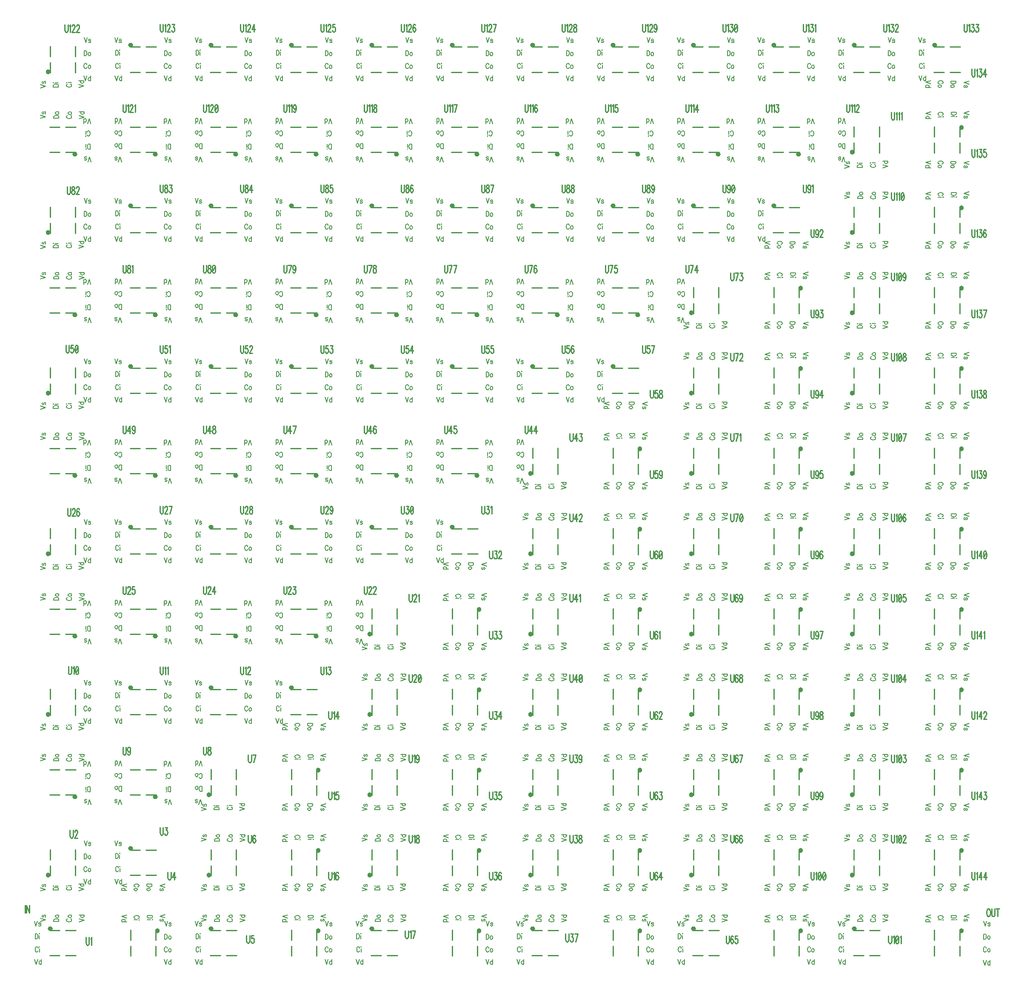
<source format=gto>
G04 DipTrace 2.4.0.2*
%IN144xAPA102Cx16mm.gto*%
%MOMM*%
%ADD10C,0.25*%
%ADD20O,0.975X0.925*%
%ADD22O,0.925X0.976*%
%ADD33C,0.235*%
%ADD35C,0.157*%
%FSLAX53Y53*%
G04*
G71*
G90*
G75*
G01*
%LNTopSilk*%
%LPD*%
X20600Y20500D2*
D10*
X18600D1*
X20600Y15500D2*
X18600D1*
X17400D2*
X15400D1*
X17400Y20500D2*
X15400D1*
D20*
X15537Y20862D3*
X15500Y36600D2*
D10*
Y34599D1*
X20500Y36600D2*
Y34599D1*
Y33400D2*
Y31399D1*
X15500Y33400D2*
Y31399D1*
D22*
X15137Y31537D3*
X36600Y36500D2*
D10*
X34599D1*
X36600Y31500D2*
X34599D1*
X33400D2*
X31399D1*
X33400Y36500D2*
X31399D1*
D20*
X31537Y36863D3*
X36500Y15400D2*
D10*
Y17401D1*
X31500Y15400D2*
Y17401D1*
Y18600D2*
Y20601D1*
X36500Y18600D2*
Y20601D1*
D22*
X36863Y20463D3*
X52600Y20500D2*
D10*
X50599D1*
X52600Y15500D2*
X50599D1*
X49400D2*
X47399D1*
X49400Y20500D2*
X47399D1*
D20*
X47537Y20863D3*
X47500Y36600D2*
D10*
Y34599D1*
X52500Y36600D2*
Y34599D1*
Y33400D2*
Y31399D1*
X47500Y33400D2*
Y31399D1*
D22*
X47137Y31537D3*
X47500Y52600D2*
D10*
Y50599D1*
X52500Y52600D2*
Y50599D1*
Y49400D2*
Y47399D1*
X47500Y49400D2*
Y47399D1*
D22*
X47137Y47537D3*
X31400Y47500D2*
D10*
X33401D1*
X31400Y52500D2*
X33401D1*
X34600D2*
X36601D1*
X34600Y47500D2*
X36601D1*
D20*
X36463Y47137D3*
X15400Y47500D2*
D10*
X17401D1*
X15400Y52500D2*
X17401D1*
X18600D2*
X20601D1*
X18600Y47500D2*
X20601D1*
D20*
X20463Y47137D3*
X15500Y68600D2*
D10*
Y66599D1*
X20500Y68600D2*
Y66599D1*
Y65400D2*
Y63399D1*
X15500Y65400D2*
Y63399D1*
D22*
X15137Y63537D3*
X36600Y68500D2*
D10*
X34599D1*
X36600Y63500D2*
X34599D1*
X33400D2*
X31399D1*
X33400Y68500D2*
X31399D1*
D20*
X31537Y68863D3*
X52600Y68500D2*
D10*
X50599D1*
X52600Y63500D2*
X50599D1*
X49400D2*
X47399D1*
X49400Y68500D2*
X47399D1*
D20*
X47537Y68863D3*
X68600Y68500D2*
D10*
X66599D1*
X68600Y63500D2*
X66599D1*
X65400D2*
X63399D1*
X65400Y68500D2*
X63399D1*
D20*
X63537Y68863D3*
X68500Y47400D2*
D10*
Y49401D1*
X63500Y47400D2*
Y49401D1*
Y50600D2*
Y52601D1*
X68500Y50600D2*
Y52601D1*
D22*
X68863Y52463D3*
X68500Y31400D2*
D10*
Y33401D1*
X63500Y31400D2*
Y33401D1*
Y34600D2*
Y36601D1*
X68500Y34600D2*
Y36601D1*
D22*
X68863Y36463D3*
X68500Y15400D2*
D10*
Y17401D1*
X63500Y15400D2*
Y17401D1*
Y18600D2*
Y20601D1*
X68500Y18600D2*
Y20601D1*
D22*
X68863Y20463D3*
X84600Y20500D2*
D10*
X82599D1*
X84600Y15500D2*
X82599D1*
X81400D2*
X79399D1*
X81400Y20500D2*
X79399D1*
D20*
X79537Y20863D3*
X79500Y36600D2*
D10*
Y34599D1*
X84500Y36600D2*
Y34599D1*
Y33400D2*
Y31399D1*
X79500Y33400D2*
Y31399D1*
D22*
X79137Y31537D3*
X79500Y52600D2*
D10*
Y50599D1*
X84500Y52600D2*
Y50599D1*
Y49400D2*
Y47399D1*
X79500Y49400D2*
Y47399D1*
D22*
X79137Y47537D3*
X79500Y68600D2*
D10*
Y66599D1*
X84500Y68600D2*
Y66599D1*
Y65400D2*
Y63399D1*
X79500Y65400D2*
Y63399D1*
D22*
X79137Y63537D3*
X79500Y84600D2*
D10*
Y82599D1*
X84500Y84600D2*
Y82599D1*
Y81400D2*
Y79399D1*
X79500Y81400D2*
Y79399D1*
D22*
X79137Y79537D3*
X63400Y79500D2*
D10*
X65401D1*
X63400Y84500D2*
X65401D1*
X66600D2*
X68601D1*
X66600Y79500D2*
X68601D1*
D20*
X68463Y79137D3*
X47400Y79500D2*
D10*
X49401D1*
X47400Y84500D2*
X49401D1*
X50600D2*
X52601D1*
X50600Y79500D2*
X52601D1*
D20*
X52463Y79137D3*
X31400Y79500D2*
D10*
X33401D1*
X31400Y84500D2*
X33401D1*
X34600D2*
X36601D1*
X34600Y79500D2*
X36601D1*
D20*
X36463Y79137D3*
X15400Y79500D2*
D10*
X17401D1*
X15400Y84500D2*
X17401D1*
X18600D2*
X20601D1*
X18600Y79500D2*
X20601D1*
D20*
X20463Y79137D3*
X15500Y100600D2*
D10*
Y98599D1*
X20500Y100600D2*
Y98599D1*
Y97400D2*
Y95399D1*
X15500Y97400D2*
Y95399D1*
D22*
X15137Y95537D3*
X36600Y100500D2*
D10*
X34599D1*
X36600Y95500D2*
X34599D1*
X33400D2*
X31399D1*
X33400Y100500D2*
X31399D1*
D20*
X31537Y100863D3*
X52600Y100500D2*
D10*
X50599D1*
X52600Y95500D2*
X50599D1*
X49400D2*
X47399D1*
X49400Y100500D2*
X47399D1*
D20*
X47537Y100863D3*
X68600Y100500D2*
D10*
X66599D1*
X68600Y95500D2*
X66599D1*
X65400D2*
X63399D1*
X65400Y100500D2*
X63399D1*
D20*
X63537Y100863D3*
X84600Y100500D2*
D10*
X82599D1*
X84600Y95500D2*
X82599D1*
X81400D2*
X79399D1*
X81400Y100500D2*
X79399D1*
D20*
X79537Y100863D3*
X100600Y100500D2*
D10*
X98599D1*
X100600Y95500D2*
X98599D1*
X97400D2*
X95399D1*
X97400Y100500D2*
X95399D1*
D20*
X95537Y100863D3*
X100500Y79400D2*
D10*
Y81401D1*
X95500Y79400D2*
Y81401D1*
Y82600D2*
Y84601D1*
X100500Y82600D2*
Y84601D1*
D22*
X100863Y84463D3*
X100500Y63400D2*
D10*
Y65401D1*
X95500Y63400D2*
Y65401D1*
Y66600D2*
Y68601D1*
X100500Y66600D2*
Y68601D1*
D22*
X100863Y68463D3*
X100500Y47400D2*
D10*
Y49401D1*
X95500Y47400D2*
Y49401D1*
Y50600D2*
Y52601D1*
X100500Y50600D2*
Y52601D1*
D22*
X100863Y52463D3*
X100500Y31400D2*
D10*
Y33401D1*
X95500Y31400D2*
Y33401D1*
Y34600D2*
Y36601D1*
X100500Y34600D2*
Y36601D1*
D22*
X100863Y36463D3*
X100500Y15400D2*
D10*
Y17401D1*
X95500Y15400D2*
Y17401D1*
Y18600D2*
Y20601D1*
X100500Y18600D2*
Y20601D1*
D22*
X100863Y20463D3*
X116600Y20500D2*
D10*
X114599D1*
X116600Y15500D2*
X114599D1*
X113400D2*
X111399D1*
X113400Y20500D2*
X111399D1*
D20*
X111537Y20863D3*
X111500Y36600D2*
D10*
Y34599D1*
X116500Y36600D2*
Y34599D1*
Y33400D2*
Y31399D1*
X111500Y33400D2*
Y31399D1*
D22*
X111137Y31537D3*
X111500Y52600D2*
D10*
Y50599D1*
X116500Y52600D2*
Y50599D1*
Y49400D2*
Y47399D1*
X111500Y49400D2*
Y47399D1*
D22*
X111137Y47537D3*
X111500Y68600D2*
D10*
Y66599D1*
X116500Y68600D2*
Y66599D1*
Y65400D2*
Y63399D1*
X111500Y65400D2*
Y63399D1*
D22*
X111137Y63537D3*
X111500Y84600D2*
D10*
Y82599D1*
X116500Y84600D2*
Y82599D1*
Y81400D2*
Y79399D1*
X111500Y81400D2*
Y79399D1*
D22*
X111137Y79537D3*
X111500Y100600D2*
D10*
Y98599D1*
X116500Y100600D2*
Y98599D1*
Y97400D2*
Y95399D1*
X111500Y97400D2*
Y95399D1*
D22*
X111137Y95537D3*
X111500Y116600D2*
D10*
Y114599D1*
X116500Y116600D2*
Y114599D1*
Y113400D2*
Y111399D1*
X111500Y113400D2*
Y111399D1*
D22*
X111137Y111537D3*
X95400Y111500D2*
D10*
X97401D1*
X95400Y116500D2*
X97401D1*
X98600D2*
X100601D1*
X98600Y111500D2*
X100601D1*
D20*
X100463Y111137D3*
X79400Y111500D2*
D10*
X81401D1*
X79400Y116500D2*
X81401D1*
X82600D2*
X84601D1*
X82600Y111500D2*
X84601D1*
D20*
X84463Y111137D3*
X63400Y111500D2*
D10*
X65401D1*
X63400Y116500D2*
X65401D1*
X66600D2*
X68601D1*
X66600Y111500D2*
X68601D1*
D20*
X68463Y111137D3*
X47400Y111500D2*
D10*
X49401D1*
X47400Y116500D2*
X49401D1*
X50600D2*
X52601D1*
X50600Y111500D2*
X52601D1*
D20*
X52463Y111137D3*
X31400Y111500D2*
D10*
X33401D1*
X31400Y116500D2*
X33401D1*
X34600D2*
X36601D1*
X34600Y111500D2*
X36601D1*
D20*
X36463Y111137D3*
X15400Y111500D2*
D10*
X17401D1*
X15400Y116500D2*
X17401D1*
X18600D2*
X20601D1*
X18600Y111500D2*
X20601D1*
D20*
X20463Y111137D3*
X15500Y132600D2*
D10*
Y130599D1*
X20500Y132600D2*
Y130599D1*
Y129400D2*
Y127399D1*
X15500Y129400D2*
Y127399D1*
D22*
X15137Y127537D3*
X36600Y132500D2*
D10*
X34599D1*
X36600Y127500D2*
X34599D1*
X33400D2*
X31399D1*
X33400Y132500D2*
X31399D1*
D20*
X31537Y132863D3*
X52600Y132500D2*
D10*
X50599D1*
X52600Y127500D2*
X50599D1*
X49400D2*
X47399D1*
X49400Y132500D2*
X47399D1*
D20*
X47537Y132863D3*
X68600Y132500D2*
D10*
X66599D1*
X68600Y127500D2*
X66599D1*
X65400D2*
X63399D1*
X65400Y132500D2*
X63399D1*
D20*
X63537Y132863D3*
X84600Y132500D2*
D10*
X82599D1*
X84600Y127500D2*
X82599D1*
X81400D2*
X79399D1*
X81400Y132500D2*
X79399D1*
D20*
X79537Y132863D3*
X100600Y132500D2*
D10*
X98599D1*
X100600Y127500D2*
X98599D1*
X97400D2*
X95399D1*
X97400Y132500D2*
X95399D1*
D20*
X95537Y132863D3*
X116600Y132500D2*
D10*
X114599D1*
X116600Y127500D2*
X114599D1*
X113400D2*
X111399D1*
X113400Y132500D2*
X111399D1*
D20*
X111537Y132863D3*
X132600Y132500D2*
D10*
X130599D1*
X132600Y127500D2*
X130599D1*
X129400D2*
X127399D1*
X129400Y132500D2*
X127399D1*
D20*
X127537Y132863D3*
X132500Y111400D2*
D10*
Y113401D1*
X127500Y111400D2*
Y113401D1*
Y114600D2*
Y116601D1*
X132500Y114600D2*
Y116601D1*
D22*
X132863Y116463D3*
X132500Y95400D2*
D10*
Y97401D1*
X127500Y95400D2*
Y97401D1*
Y98600D2*
Y100601D1*
X132500Y98600D2*
Y100601D1*
D22*
X132863Y100463D3*
X132500Y79400D2*
D10*
Y81401D1*
X127500Y79400D2*
Y81401D1*
Y82600D2*
Y84601D1*
X132500Y82600D2*
Y84601D1*
D22*
X132863Y84463D3*
X132500Y63400D2*
D10*
Y65401D1*
X127500Y63400D2*
Y65401D1*
Y66600D2*
Y68601D1*
X132500Y66600D2*
Y68601D1*
D22*
X132863Y68463D3*
X132500Y47400D2*
D10*
Y49401D1*
X127500Y47400D2*
Y49401D1*
Y50600D2*
Y52601D1*
X132500Y50600D2*
Y52601D1*
D22*
X132863Y52463D3*
X132500Y31400D2*
D10*
Y33401D1*
X127500Y31400D2*
Y33401D1*
Y34600D2*
Y36601D1*
X132500Y34600D2*
Y36601D1*
D22*
X132863Y36463D3*
X132500Y15400D2*
D10*
Y17401D1*
X127500Y15400D2*
Y17401D1*
Y18600D2*
Y20601D1*
X132500Y18600D2*
Y20601D1*
D22*
X132863Y20463D3*
X148600Y20500D2*
D10*
X146599D1*
X148600Y15500D2*
X146599D1*
X145400D2*
X143399D1*
X145400Y20500D2*
X143399D1*
D20*
X143537Y20863D3*
X143500Y36600D2*
D10*
Y34599D1*
X148500Y36600D2*
Y34599D1*
Y33400D2*
Y31399D1*
X143500Y33400D2*
Y31399D1*
D22*
X143137Y31537D3*
X143500Y52600D2*
D10*
Y50599D1*
X148500Y52600D2*
Y50599D1*
Y49400D2*
Y47399D1*
X143500Y49400D2*
Y47399D1*
D22*
X143137Y47537D3*
X143500Y68600D2*
D10*
Y66599D1*
X148500Y68600D2*
Y66599D1*
Y65400D2*
Y63399D1*
X143500Y65400D2*
Y63399D1*
D22*
X143137Y63537D3*
X143500Y84600D2*
D10*
Y82599D1*
X148500Y84600D2*
Y82599D1*
Y81400D2*
Y79399D1*
X143500Y81400D2*
Y79399D1*
D22*
X143137Y79537D3*
X143500Y100600D2*
D10*
Y98599D1*
X148500Y100600D2*
Y98599D1*
Y97400D2*
Y95399D1*
X143500Y97400D2*
Y95399D1*
D22*
X143137Y95537D3*
X143500Y116600D2*
D10*
Y114599D1*
X148500Y116600D2*
Y114599D1*
Y113400D2*
Y111399D1*
X143500Y113400D2*
Y111399D1*
D22*
X143137Y111537D3*
X143500Y132600D2*
D10*
Y130599D1*
X148500Y132600D2*
Y130599D1*
Y129400D2*
Y127399D1*
X143500Y129400D2*
Y127399D1*
D22*
X143137Y127537D3*
X143500Y148600D2*
D10*
Y146599D1*
X148500Y148600D2*
Y146599D1*
Y145400D2*
Y143399D1*
X143500Y145400D2*
Y143399D1*
D22*
X143137Y143537D3*
X127400Y143500D2*
D10*
X129401D1*
X127400Y148500D2*
X129401D1*
X130600D2*
X132601D1*
X130600Y143500D2*
X132601D1*
D20*
X132463Y143137D3*
X111400Y143500D2*
D10*
X113401D1*
X111400Y148500D2*
X113401D1*
X114600D2*
X116601D1*
X114600Y143500D2*
X116601D1*
D20*
X116463Y143137D3*
X95400Y143500D2*
D10*
X97401D1*
X95400Y148500D2*
X97401D1*
X98600D2*
X100601D1*
X98600Y143500D2*
X100601D1*
D20*
X100463Y143137D3*
X79400Y143500D2*
D10*
X81401D1*
X79400Y148500D2*
X81401D1*
X82600D2*
X84601D1*
X82600Y143500D2*
X84601D1*
D20*
X84463Y143137D3*
X63400Y143500D2*
D10*
X65401D1*
X63400Y148500D2*
X65401D1*
X66600D2*
X68601D1*
X66600Y143500D2*
X68601D1*
D20*
X68463Y143137D3*
X47400Y143500D2*
D10*
X49401D1*
X47400Y148500D2*
X49401D1*
X50600D2*
X52601D1*
X50600Y143500D2*
X52601D1*
D20*
X52463Y143137D3*
X31400Y143500D2*
D10*
X33401D1*
X31400Y148500D2*
X33401D1*
X34600D2*
X36601D1*
X34600Y143500D2*
X36601D1*
D20*
X36463Y143137D3*
X15400Y143500D2*
D10*
X17401D1*
X15400Y148500D2*
X17401D1*
X18600D2*
X20601D1*
X18600Y143500D2*
X20601D1*
D20*
X20463Y143137D3*
X15500Y164600D2*
D10*
Y162599D1*
X20500Y164600D2*
Y162599D1*
Y161400D2*
Y159399D1*
X15500Y161400D2*
Y159399D1*
D22*
X15137Y159537D3*
X36600Y164500D2*
D10*
X34599D1*
X36600Y159500D2*
X34599D1*
X33400D2*
X31399D1*
X33400Y164500D2*
X31399D1*
D20*
X31537Y164863D3*
X52600Y164500D2*
D10*
X50599D1*
X52600Y159500D2*
X50599D1*
X49400D2*
X47399D1*
X49400Y164500D2*
X47399D1*
D20*
X47537Y164863D3*
X68600Y164500D2*
D10*
X66599D1*
X68600Y159500D2*
X66599D1*
X65400D2*
X63399D1*
X65400Y164500D2*
X63399D1*
D20*
X63537Y164863D3*
X84600Y164500D2*
D10*
X82599D1*
X84600Y159500D2*
X82599D1*
X81400D2*
X79399D1*
X81400Y164500D2*
X79399D1*
D20*
X79537Y164863D3*
X100600Y164500D2*
D10*
X98599D1*
X100600Y159500D2*
X98599D1*
X97400D2*
X95399D1*
X97400Y164500D2*
X95399D1*
D20*
X95537Y164863D3*
X116600Y164500D2*
D10*
X114599D1*
X116600Y159500D2*
X114599D1*
X113400D2*
X111399D1*
X113400Y164500D2*
X111399D1*
D20*
X111537Y164863D3*
X132600Y164500D2*
D10*
X130599D1*
X132600Y159500D2*
X130599D1*
X129400D2*
X127399D1*
X129400Y164500D2*
X127399D1*
D20*
X127537Y164863D3*
X148600Y164500D2*
D10*
X146599D1*
X148600Y159500D2*
X146599D1*
X145400D2*
X143399D1*
X145400Y164500D2*
X143399D1*
D20*
X143537Y164863D3*
X164600Y164500D2*
D10*
X162599D1*
X164600Y159500D2*
X162599D1*
X161400D2*
X159399D1*
X161400Y164500D2*
X159399D1*
D20*
X159537Y164863D3*
X164500Y143400D2*
D10*
Y145401D1*
X159500Y143400D2*
Y145401D1*
Y146600D2*
Y148601D1*
X164500Y146600D2*
Y148601D1*
D22*
X164863Y148463D3*
X164500Y127400D2*
D10*
Y129401D1*
X159500Y127400D2*
Y129401D1*
Y130600D2*
Y132601D1*
X164500Y130600D2*
Y132601D1*
D22*
X164863Y132463D3*
X164500Y111400D2*
D10*
Y113401D1*
X159500Y111400D2*
Y113401D1*
Y114600D2*
Y116601D1*
X164500Y114600D2*
Y116601D1*
D22*
X164863Y116463D3*
X164500Y95400D2*
D10*
Y97401D1*
X159500Y95400D2*
Y97401D1*
Y98600D2*
Y100601D1*
X164500Y98600D2*
Y100601D1*
D22*
X164863Y100463D3*
X164500Y79400D2*
D10*
Y81401D1*
X159500Y79400D2*
Y81401D1*
Y82600D2*
Y84601D1*
X164500Y82600D2*
Y84601D1*
D22*
X164863Y84463D3*
X164500Y63400D2*
D10*
Y65401D1*
X159500Y63400D2*
Y65401D1*
Y66600D2*
Y68601D1*
X164500Y66600D2*
Y68601D1*
D22*
X164863Y68463D3*
X164500Y47400D2*
D10*
Y49401D1*
X159500Y47400D2*
Y49401D1*
Y50600D2*
Y52601D1*
X164500Y50600D2*
Y52601D1*
D22*
X164863Y52463D3*
X164500Y31400D2*
D10*
Y33401D1*
X159500Y31400D2*
Y33401D1*
Y34600D2*
Y36601D1*
X164500Y34600D2*
Y36601D1*
D22*
X164863Y36463D3*
X164500Y15400D2*
D10*
Y17401D1*
X159500Y15400D2*
Y17401D1*
Y18600D2*
Y20601D1*
X164500Y18600D2*
Y20601D1*
D22*
X164863Y20463D3*
X180600Y20500D2*
D10*
X178599D1*
X180600Y15500D2*
X178599D1*
X177400D2*
X175399D1*
X177400Y20500D2*
X175399D1*
D20*
X175537Y20863D3*
X175500Y36600D2*
D10*
Y34599D1*
X180500Y36600D2*
Y34599D1*
Y33400D2*
Y31399D1*
X175500Y33400D2*
Y31399D1*
D22*
X175137Y31537D3*
X175500Y52600D2*
D10*
Y50599D1*
X180500Y52600D2*
Y50599D1*
Y49400D2*
Y47399D1*
X175500Y49400D2*
Y47399D1*
D22*
X175137Y47537D3*
X175500Y68600D2*
D10*
Y66599D1*
X180500Y68600D2*
Y66599D1*
Y65400D2*
Y63399D1*
X175500Y65400D2*
Y63399D1*
D22*
X175137Y63537D3*
X175500Y84600D2*
D10*
Y82599D1*
X180500Y84600D2*
Y82599D1*
Y81400D2*
Y79399D1*
X175500Y81400D2*
Y79399D1*
D22*
X175137Y79537D3*
X175500Y100600D2*
D10*
Y98599D1*
X180500Y100600D2*
Y98599D1*
Y97400D2*
Y95399D1*
X175500Y97400D2*
Y95399D1*
D22*
X175137Y95537D3*
X175500Y116600D2*
D10*
Y114599D1*
X180500Y116600D2*
Y114599D1*
Y113400D2*
Y111399D1*
X175500Y113400D2*
Y111399D1*
D22*
X175137Y111537D3*
X175500Y132600D2*
D10*
Y130599D1*
X180500Y132600D2*
Y130599D1*
Y129400D2*
Y127399D1*
X175500Y129400D2*
Y127399D1*
D22*
X175137Y127537D3*
X175500Y148600D2*
D10*
Y146599D1*
X180500Y148600D2*
Y146599D1*
Y145400D2*
Y143399D1*
X175500Y145400D2*
Y143399D1*
D22*
X175137Y143537D3*
X175500Y164600D2*
D10*
Y162599D1*
X180500Y164600D2*
Y162599D1*
Y161400D2*
Y159399D1*
X175500Y161400D2*
Y159399D1*
D22*
X175137Y159537D3*
X175500Y180600D2*
D10*
Y178599D1*
X180500Y180600D2*
Y178599D1*
Y177400D2*
Y175399D1*
X175500Y177400D2*
Y175399D1*
D22*
X175137Y175537D3*
X159400Y175500D2*
D10*
X161401D1*
X159400Y180500D2*
X161401D1*
X162600D2*
X164601D1*
X162600Y175500D2*
X164601D1*
D20*
X164463Y175137D3*
X143400Y175500D2*
D10*
X145401D1*
X143400Y180500D2*
X145401D1*
X146600D2*
X148601D1*
X146600Y175500D2*
X148601D1*
D20*
X148463Y175137D3*
X127400Y175500D2*
D10*
X129401D1*
X127400Y180500D2*
X129401D1*
X130600D2*
X132601D1*
X130600Y175500D2*
X132601D1*
D20*
X132463Y175137D3*
X111400Y175500D2*
D10*
X113401D1*
X111400Y180500D2*
X113401D1*
X114600D2*
X116601D1*
X114600Y175500D2*
X116601D1*
D20*
X116463Y175137D3*
X95400Y175500D2*
D10*
X97401D1*
X95400Y180500D2*
X97401D1*
X98600D2*
X100601D1*
X98600Y175500D2*
X100601D1*
D20*
X100463Y175137D3*
X79400Y175500D2*
D10*
X81401D1*
X79400Y180500D2*
X81401D1*
X82600D2*
X84601D1*
X82600Y175500D2*
X84601D1*
D20*
X84463Y175137D3*
X63400Y175500D2*
D10*
X65401D1*
X63400Y180500D2*
X65401D1*
X66600D2*
X68601D1*
X66600Y175500D2*
X68601D1*
D20*
X68463Y175137D3*
X47400Y175500D2*
D10*
X49401D1*
X47400Y180500D2*
X49401D1*
X50600D2*
X52601D1*
X50600Y175500D2*
X52601D1*
D20*
X52463Y175137D3*
X31400Y175500D2*
D10*
X33401D1*
X31400Y180500D2*
X33401D1*
X34600D2*
X36601D1*
X34600Y175500D2*
X36601D1*
D20*
X36463Y175137D3*
X15400Y175500D2*
D10*
X17401D1*
X15400Y180500D2*
X17401D1*
X18600D2*
X20601D1*
X18600Y175500D2*
X20601D1*
D20*
X20463Y175137D3*
X15500Y196600D2*
D10*
Y194599D1*
X20500Y196600D2*
Y194599D1*
Y193400D2*
Y191399D1*
X15500Y193400D2*
Y191399D1*
D22*
X15137Y191537D3*
X36600Y196500D2*
D10*
X34599D1*
X36600Y191500D2*
X34599D1*
X33400D2*
X31399D1*
X33400Y196500D2*
X31399D1*
D20*
X31537Y196863D3*
X52600Y196500D2*
D10*
X50599D1*
X52600Y191500D2*
X50599D1*
X49400D2*
X47399D1*
X49400Y196500D2*
X47399D1*
D20*
X47537Y196863D3*
X68600Y196500D2*
D10*
X66599D1*
X68600Y191500D2*
X66599D1*
X65400D2*
X63399D1*
X65400Y196500D2*
X63399D1*
D20*
X63537Y196863D3*
X84600Y196500D2*
D10*
X82599D1*
X84600Y191500D2*
X82599D1*
X81400D2*
X79399D1*
X81400Y196500D2*
X79399D1*
D20*
X79537Y196863D3*
X100600Y196500D2*
D10*
X98599D1*
X100600Y191500D2*
X98599D1*
X97400D2*
X95399D1*
X97400Y196500D2*
X95399D1*
D20*
X95537Y196863D3*
X116600Y196500D2*
D10*
X114599D1*
X116600Y191500D2*
X114599D1*
X113400D2*
X111399D1*
X113400Y196500D2*
X111399D1*
D20*
X111537Y196863D3*
X132600Y196500D2*
D10*
X130599D1*
X132600Y191500D2*
X130599D1*
X129400D2*
X127399D1*
X129400Y196500D2*
X127399D1*
D20*
X127537Y196863D3*
X148600Y196500D2*
D10*
X146599D1*
X148600Y191500D2*
X146599D1*
X145400D2*
X143399D1*
X145400Y196500D2*
X143399D1*
D20*
X143537Y196863D3*
X164600Y196500D2*
D10*
X162599D1*
X164600Y191500D2*
X162599D1*
X161400D2*
X159399D1*
X161400Y196500D2*
X159399D1*
D20*
X159537Y196863D3*
X180600Y196500D2*
D10*
X178599D1*
X180600Y191500D2*
X178599D1*
X177400D2*
X175399D1*
X177400Y196500D2*
X175399D1*
D20*
X175537Y196863D3*
X196600Y196500D2*
D10*
X194599D1*
X196600Y191500D2*
X194599D1*
X193400D2*
X191399D1*
X193400Y196500D2*
X191399D1*
D20*
X191537Y196863D3*
X196500Y175400D2*
D10*
Y177401D1*
X191500Y175400D2*
Y177401D1*
Y178600D2*
Y180601D1*
X196500Y178600D2*
Y180601D1*
D22*
X196863Y180463D3*
X196500Y159400D2*
D10*
Y161401D1*
X191500Y159400D2*
Y161401D1*
Y162600D2*
Y164601D1*
X196500Y162600D2*
Y164601D1*
D22*
X196863Y164463D3*
X196500Y143400D2*
D10*
Y145401D1*
X191500Y143400D2*
Y145401D1*
Y146600D2*
Y148601D1*
X196500Y146600D2*
Y148601D1*
D22*
X196863Y148463D3*
X196500Y127400D2*
D10*
Y129401D1*
X191500Y127400D2*
Y129401D1*
Y130600D2*
Y132601D1*
X196500Y130600D2*
Y132601D1*
D22*
X196863Y132463D3*
X196500Y111400D2*
D10*
Y113401D1*
X191500Y111400D2*
Y113401D1*
Y114600D2*
Y116601D1*
X196500Y114600D2*
Y116601D1*
D22*
X196863Y116463D3*
X196500Y95400D2*
D10*
Y97401D1*
X191500Y95400D2*
Y97401D1*
Y98600D2*
Y100601D1*
X196500Y98600D2*
Y100601D1*
D22*
X196863Y100463D3*
X196500Y79400D2*
D10*
Y81401D1*
X191500Y79400D2*
Y81401D1*
Y82600D2*
Y84601D1*
X196500Y82600D2*
Y84601D1*
D22*
X196863Y84463D3*
X196500Y63400D2*
D10*
Y65401D1*
X191500Y63400D2*
Y65401D1*
Y66600D2*
Y68601D1*
X196500Y66600D2*
Y68601D1*
D22*
X196863Y68463D3*
X196500Y47400D2*
D10*
Y49401D1*
X191500Y47400D2*
Y49401D1*
Y50600D2*
Y52601D1*
X196500Y50600D2*
Y52601D1*
D22*
X196863Y52463D3*
X196500Y31400D2*
D10*
Y33401D1*
X191500Y31400D2*
Y33401D1*
Y34600D2*
Y36601D1*
X196500Y34600D2*
Y36601D1*
D22*
X196863Y36463D3*
X196500Y15400D2*
D10*
Y17401D1*
X191500Y15400D2*
Y17401D1*
Y18600D2*
Y20601D1*
X196500Y18600D2*
Y20601D1*
D22*
X196863Y20463D3*
X10503Y25489D2*
D33*
Y23958D1*
X11398Y25489D2*
Y23958D1*
X10786Y25489D1*
Y23958D1*
X202162Y24817D2*
X202074Y24745D1*
X201987Y24598D1*
X201943Y24453D1*
X201899Y24234D1*
Y23869D1*
X201943Y23652D1*
X201987Y23505D1*
X202074Y23360D1*
X202162Y23286D1*
X202337D1*
X202424Y23360D1*
X202512Y23505D1*
X202555Y23652D1*
X202599Y23869D1*
Y24234D1*
X202555Y24453D1*
X202512Y24598D1*
X202424Y24745D1*
X202337Y24817D1*
X202162D1*
X202881D2*
Y23724D1*
X202924Y23505D1*
X203012Y23360D1*
X203144Y23286D1*
X203231D1*
X203362Y23360D1*
X203450Y23505D1*
X203494Y23724D1*
Y24817D1*
X204082D2*
Y23286D1*
X203776Y24817D2*
X204388D1*
X22635Y19122D2*
Y18028D1*
X22678Y17809D1*
X22766Y17665D1*
X22898Y17590D1*
X22985D1*
X23116Y17665D1*
X23204Y17809D1*
X23247Y18028D1*
Y19122D1*
X23530Y18829D2*
X23618Y18903D1*
X23749Y19120D1*
Y17590D1*
X19459Y40457D2*
Y39363D1*
X19503Y39144D1*
X19591Y39000D1*
X19722Y38925D1*
X19809D1*
X19941Y39000D1*
X20029Y39144D1*
X20072Y39363D1*
Y40457D1*
X20399Y40091D2*
Y40164D1*
X20442Y40310D1*
X20486Y40383D1*
X20574Y40455D1*
X20749D1*
X20835Y40383D1*
X20879Y40310D1*
X20923Y40164D1*
Y40019D1*
X20879Y39872D1*
X20792Y39655D1*
X20354Y38925D1*
X20967D1*
X37368Y41042D2*
Y39949D1*
X37411Y39730D1*
X37499Y39585D1*
X37630Y39511D1*
X37717D1*
X37849Y39585D1*
X37937Y39730D1*
X37980Y39949D1*
Y41042D1*
X38350Y41040D2*
X38831D1*
X38569Y40457D1*
X38700D1*
X38787Y40385D1*
X38831Y40312D1*
X38875Y40093D1*
Y39949D1*
X38831Y39730D1*
X38744Y39583D1*
X38612Y39511D1*
X38481D1*
X38350Y39583D1*
X38307Y39657D1*
X38263Y39802D1*
X38928Y32096D2*
Y31003D1*
X38971Y30784D1*
X39059Y30639D1*
X39190Y30565D1*
X39277D1*
X39409Y30639D1*
X39497Y30784D1*
X39540Y31003D1*
Y32096D1*
X40260Y30565D2*
Y32094D1*
X39823Y31075D1*
X40479D1*
X54594Y19524D2*
Y18431D1*
X54637Y18212D1*
X54725Y18067D1*
X54857Y17993D1*
X54944D1*
X55075Y18067D1*
X55163Y18212D1*
X55206Y18431D1*
Y19524D1*
X56013Y19522D2*
X55577D1*
X55533Y18867D1*
X55577Y18939D1*
X55708Y19013D1*
X55838D1*
X55970Y18939D1*
X56058Y18794D1*
X56101Y18575D1*
Y18431D1*
X56058Y18212D1*
X55970Y18065D1*
X55838Y17993D1*
X55708D1*
X55577Y18065D1*
X55533Y18139D1*
X55489Y18284D1*
X54928Y39482D2*
Y38389D1*
X54971Y38170D1*
X55059Y38025D1*
X55190Y37951D1*
X55277D1*
X55409Y38025D1*
X55497Y38170D1*
X55540Y38389D1*
Y39482D1*
X56347Y39263D2*
X56304Y39408D1*
X56172Y39480D1*
X56085D1*
X55954Y39408D1*
X55866Y39189D1*
X55823Y38825D1*
Y38461D1*
X55866Y38170D1*
X55954Y38023D1*
X56085Y37951D1*
X56129D1*
X56259Y38023D1*
X56347Y38170D1*
X56391Y38389D1*
Y38461D1*
X56347Y38680D1*
X56259Y38825D1*
X56129Y38897D1*
X56085D1*
X55954Y38825D1*
X55866Y38680D1*
X55823Y38461D1*
X54928Y55482D2*
Y54389D1*
X54971Y54170D1*
X55059Y54025D1*
X55190Y53951D1*
X55277D1*
X55409Y54025D1*
X55497Y54170D1*
X55540Y54389D1*
Y55482D1*
X55997Y53951D2*
X56435Y55480D1*
X55823D1*
X45982Y57042D2*
Y55949D1*
X46025Y55730D1*
X46113Y55585D1*
X46245Y55511D1*
X46332D1*
X46463Y55585D1*
X46551Y55730D1*
X46594Y55949D1*
Y57042D1*
X47095Y57040D2*
X46965Y56968D1*
X46920Y56823D1*
Y56676D1*
X46965Y56531D1*
X47052Y56457D1*
X47226Y56385D1*
X47358Y56312D1*
X47445Y56166D1*
X47488Y56021D1*
Y55802D1*
X47445Y55657D1*
X47401Y55583D1*
X47270Y55511D1*
X47095D1*
X46965Y55583D1*
X46920Y55657D1*
X46877Y55802D1*
Y56021D1*
X46920Y56166D1*
X47008Y56312D1*
X47139Y56385D1*
X47313Y56457D1*
X47401Y56531D1*
X47445Y56676D1*
Y56823D1*
X47401Y56968D1*
X47270Y57040D1*
X47095D1*
X29982Y57042D2*
Y55949D1*
X30025Y55730D1*
X30113Y55585D1*
X30245Y55511D1*
X30332D1*
X30463Y55585D1*
X30551Y55730D1*
X30594Y55949D1*
Y57042D1*
X31446Y56531D2*
X31401Y56312D1*
X31314Y56166D1*
X31183Y56093D1*
X31140D1*
X31008Y56166D1*
X30921Y56312D1*
X30877Y56531D1*
Y56604D1*
X30921Y56823D1*
X31008Y56968D1*
X31140Y57040D1*
X31183D1*
X31314Y56968D1*
X31401Y56823D1*
X31446Y56531D1*
Y56166D1*
X31401Y55802D1*
X31314Y55583D1*
X31183Y55511D1*
X31096D1*
X30965Y55583D1*
X30921Y55730D1*
X19143Y73064D2*
Y71971D1*
X19186Y71752D1*
X19274Y71607D1*
X19406Y71533D1*
X19493D1*
X19624Y71607D1*
X19712Y71752D1*
X19755Y71971D1*
Y73064D1*
X20038Y72771D2*
X20126Y72845D1*
X20257Y73062D1*
Y71533D1*
X20802Y73062D2*
X20671Y72990D1*
X20583Y72771D1*
X20540Y72407D1*
Y72188D1*
X20583Y71824D1*
X20671Y71605D1*
X20802Y71533D1*
X20889D1*
X21021Y71605D1*
X21108Y71824D1*
X21152Y72188D1*
Y72407D1*
X21108Y72771D1*
X21021Y72990D1*
X20889Y73062D1*
X20802D1*
X21108Y72771D2*
X20583Y71824D1*
X37368Y73042D2*
Y71949D1*
X37411Y71730D1*
X37499Y71585D1*
X37630Y71511D1*
X37717D1*
X37849Y71585D1*
X37937Y71730D1*
X37980Y71949D1*
Y73042D1*
X38263Y72749D2*
X38350Y72823D1*
X38482Y73040D1*
Y71511D1*
X38764Y72749D2*
X38852Y72823D1*
X38984Y73040D1*
Y71511D1*
X53368Y73042D2*
Y71949D1*
X53411Y71730D1*
X53499Y71585D1*
X53630Y71511D1*
X53717D1*
X53849Y71585D1*
X53937Y71730D1*
X53980Y71949D1*
Y73042D1*
X54263Y72749D2*
X54350Y72823D1*
X54482Y73040D1*
Y71511D1*
X54809Y72676D2*
Y72749D1*
X54852Y72895D1*
X54896Y72968D1*
X54984Y73040D1*
X55158D1*
X55245Y72968D1*
X55289Y72895D1*
X55333Y72749D1*
Y72604D1*
X55289Y72457D1*
X55202Y72240D1*
X54764Y71511D1*
X55377D1*
X69368Y73042D2*
Y71949D1*
X69411Y71730D1*
X69499Y71585D1*
X69630Y71511D1*
X69717D1*
X69849Y71585D1*
X69937Y71730D1*
X69980Y71949D1*
Y73042D1*
X70263Y72749D2*
X70350Y72823D1*
X70482Y73040D1*
Y71511D1*
X70852Y73040D2*
X71332D1*
X71070Y72457D1*
X71202D1*
X71289Y72385D1*
X71332Y72312D1*
X71377Y72093D1*
Y71949D1*
X71332Y71730D1*
X71245Y71583D1*
X71114Y71511D1*
X70983D1*
X70852Y71583D1*
X70809Y71657D1*
X70764Y71802D1*
X70928Y64096D2*
Y63003D1*
X70971Y62784D1*
X71059Y62639D1*
X71190Y62565D1*
X71277D1*
X71409Y62639D1*
X71497Y62784D1*
X71540Y63003D1*
Y64096D1*
X71823Y63803D2*
X71910Y63877D1*
X72042Y64094D1*
Y62565D1*
X72762D2*
Y64094D1*
X72324Y63075D1*
X72980D1*
X70928Y48096D2*
Y47003D1*
X70971Y46784D1*
X71059Y46639D1*
X71190Y46565D1*
X71277D1*
X71409Y46639D1*
X71497Y46784D1*
X71540Y47003D1*
Y48096D1*
X71823Y47803D2*
X71910Y47877D1*
X72042Y48094D1*
Y46565D1*
X72849Y48094D2*
X72412D1*
X72369Y47439D1*
X72412Y47511D1*
X72544Y47586D1*
X72674D1*
X72805Y47511D1*
X72893Y47367D1*
X72937Y47148D1*
Y47003D1*
X72893Y46784D1*
X72805Y46637D1*
X72674Y46565D1*
X72544D1*
X72412Y46637D1*
X72369Y46711D1*
X72324Y46856D1*
X70928Y32096D2*
Y31003D1*
X70971Y30784D1*
X71059Y30639D1*
X71190Y30565D1*
X71277D1*
X71409Y30639D1*
X71497Y30784D1*
X71540Y31003D1*
Y32096D1*
X71823Y31803D2*
X71910Y31877D1*
X72042Y32094D1*
Y30565D1*
X72849Y31877D2*
X72805Y32022D1*
X72674Y32094D1*
X72587D1*
X72456Y32022D1*
X72368Y31803D1*
X72324Y31439D1*
Y31075D1*
X72368Y30784D1*
X72456Y30637D1*
X72587Y30565D1*
X72630D1*
X72761Y30637D1*
X72849Y30784D1*
X72892Y31003D1*
Y31075D1*
X72849Y31294D1*
X72761Y31439D1*
X72630Y31511D1*
X72587D1*
X72456Y31439D1*
X72368Y31294D1*
X72324Y31075D1*
X86174Y20445D2*
Y19352D1*
X86218Y19133D1*
X86305Y18988D1*
X86437Y18914D1*
X86524D1*
X86655Y18988D1*
X86743Y19133D1*
X86787Y19352D1*
Y20445D1*
X87069Y20152D2*
X87157Y20226D1*
X87288Y20444D1*
Y18914D1*
X87746D2*
X88183Y20444D1*
X87571D1*
X86928Y39482D2*
Y38389D1*
X86971Y38170D1*
X87059Y38025D1*
X87190Y37951D1*
X87277D1*
X87409Y38025D1*
X87497Y38170D1*
X87540Y38389D1*
Y39482D1*
X87823Y39189D2*
X87910Y39263D1*
X88042Y39480D1*
Y37951D1*
X88543Y39480D2*
X88412Y39408D1*
X88368Y39263D1*
Y39116D1*
X88412Y38971D1*
X88499Y38897D1*
X88674Y38825D1*
X88805Y38752D1*
X88892Y38606D1*
X88936Y38461D1*
Y38242D1*
X88892Y38097D1*
X88849Y38023D1*
X88717Y37951D1*
X88543D1*
X88412Y38023D1*
X88368Y38097D1*
X88324Y38242D1*
Y38461D1*
X88368Y38606D1*
X88456Y38752D1*
X88586Y38825D1*
X88761Y38897D1*
X88849Y38971D1*
X88892Y39116D1*
Y39263D1*
X88849Y39408D1*
X88717Y39480D1*
X88543D1*
X86928Y55482D2*
Y54389D1*
X86971Y54170D1*
X87059Y54025D1*
X87190Y53951D1*
X87277D1*
X87409Y54025D1*
X87497Y54170D1*
X87540Y54389D1*
Y55482D1*
X87823Y55189D2*
X87910Y55263D1*
X88042Y55480D1*
Y53951D1*
X88893Y54971D2*
X88849Y54752D1*
X88762Y54606D1*
X88630Y54533D1*
X88587D1*
X88456Y54606D1*
X88369Y54752D1*
X88324Y54971D1*
Y55044D1*
X88369Y55263D1*
X88456Y55408D1*
X88587Y55480D1*
X88630D1*
X88762Y55408D1*
X88849Y55263D1*
X88893Y54971D1*
Y54606D1*
X88849Y54242D1*
X88762Y54023D1*
X88630Y53951D1*
X88544D1*
X88412Y54023D1*
X88369Y54170D1*
X86928Y71482D2*
Y70389D1*
X86971Y70170D1*
X87059Y70025D1*
X87190Y69951D1*
X87277D1*
X87409Y70025D1*
X87497Y70170D1*
X87540Y70389D1*
Y71482D1*
X87867Y71116D2*
Y71189D1*
X87910Y71335D1*
X87954Y71408D1*
X88042Y71480D1*
X88217D1*
X88304Y71408D1*
X88347Y71335D1*
X88392Y71189D1*
Y71044D1*
X88347Y70897D1*
X88260Y70680D1*
X87823Y69951D1*
X88435D1*
X88980Y71480D2*
X88849Y71408D1*
X88761Y71189D1*
X88717Y70825D1*
Y70606D1*
X88761Y70242D1*
X88849Y70023D1*
X88980Y69951D1*
X89067D1*
X89199Y70023D1*
X89285Y70242D1*
X89330Y70606D1*
Y70825D1*
X89285Y71189D1*
X89199Y71408D1*
X89067Y71480D1*
X88980D1*
X89285Y71189D2*
X88761Y70242D1*
X86928Y87482D2*
Y86389D1*
X86971Y86170D1*
X87059Y86025D1*
X87190Y85951D1*
X87277D1*
X87409Y86025D1*
X87497Y86170D1*
X87540Y86389D1*
Y87482D1*
X87867Y87116D2*
Y87189D1*
X87910Y87335D1*
X87954Y87408D1*
X88042Y87480D1*
X88217D1*
X88304Y87408D1*
X88347Y87335D1*
X88392Y87189D1*
Y87044D1*
X88347Y86897D1*
X88260Y86680D1*
X87823Y85951D1*
X88435D1*
X88717Y87189D2*
X88805Y87263D1*
X88937Y87480D1*
Y85951D1*
X77982Y89042D2*
Y87949D1*
X78025Y87730D1*
X78113Y87585D1*
X78245Y87511D1*
X78332D1*
X78463Y87585D1*
X78551Y87730D1*
X78594Y87949D1*
Y89042D1*
X78921Y88676D2*
Y88749D1*
X78965Y88895D1*
X79008Y88968D1*
X79096Y89040D1*
X79271D1*
X79358Y88968D1*
X79401Y88895D1*
X79446Y88749D1*
Y88604D1*
X79401Y88457D1*
X79314Y88240D1*
X78877Y87511D1*
X79489D1*
X79816Y88676D2*
Y88749D1*
X79860Y88895D1*
X79903Y88968D1*
X79991Y89040D1*
X80166D1*
X80253Y88968D1*
X80296Y88895D1*
X80341Y88749D1*
Y88604D1*
X80296Y88457D1*
X80209Y88240D1*
X79772Y87511D1*
X80384D1*
X61982Y89042D2*
Y87949D1*
X62025Y87730D1*
X62113Y87585D1*
X62245Y87511D1*
X62332D1*
X62463Y87585D1*
X62551Y87730D1*
X62594Y87949D1*
Y89042D1*
X62921Y88676D2*
Y88749D1*
X62965Y88895D1*
X63008Y88968D1*
X63096Y89040D1*
X63271D1*
X63358Y88968D1*
X63401Y88895D1*
X63446Y88749D1*
Y88604D1*
X63401Y88457D1*
X63314Y88240D1*
X62877Y87511D1*
X63489D1*
X63860Y89040D2*
X64340D1*
X64078Y88457D1*
X64209D1*
X64296Y88385D1*
X64340Y88312D1*
X64384Y88093D1*
Y87949D1*
X64340Y87730D1*
X64253Y87583D1*
X64121Y87511D1*
X63990D1*
X63860Y87583D1*
X63816Y87657D1*
X63772Y87802D1*
X45982Y89042D2*
Y87949D1*
X46025Y87730D1*
X46113Y87585D1*
X46245Y87511D1*
X46332D1*
X46463Y87585D1*
X46551Y87730D1*
X46594Y87949D1*
Y89042D1*
X46921Y88676D2*
Y88749D1*
X46965Y88895D1*
X47008Y88968D1*
X47096Y89040D1*
X47271D1*
X47358Y88968D1*
X47401Y88895D1*
X47446Y88749D1*
Y88604D1*
X47401Y88457D1*
X47314Y88240D1*
X46877Y87511D1*
X47489D1*
X48209D2*
Y89040D1*
X47772Y88021D1*
X48428D1*
X29982Y89042D2*
Y87949D1*
X30025Y87730D1*
X30113Y87585D1*
X30245Y87511D1*
X30332D1*
X30463Y87585D1*
X30551Y87730D1*
X30594Y87949D1*
Y89042D1*
X30921Y88676D2*
Y88749D1*
X30965Y88895D1*
X31008Y88968D1*
X31096Y89040D1*
X31271D1*
X31358Y88968D1*
X31401Y88895D1*
X31446Y88749D1*
Y88604D1*
X31401Y88457D1*
X31314Y88240D1*
X30877Y87511D1*
X31489D1*
X32296Y89040D2*
X31860D1*
X31816Y88385D1*
X31860Y88457D1*
X31991Y88531D1*
X32121D1*
X32253Y88457D1*
X32341Y88312D1*
X32384Y88093D1*
Y87949D1*
X32341Y87730D1*
X32253Y87583D1*
X32121Y87511D1*
X31991D1*
X31860Y87583D1*
X31816Y87657D1*
X31772Y87802D1*
X18975Y104579D2*
Y103486D1*
X19018Y103267D1*
X19106Y103122D1*
X19238Y103048D1*
X19325D1*
X19456Y103122D1*
X19544Y103267D1*
X19587Y103486D1*
Y104579D1*
X19914Y104213D2*
Y104286D1*
X19958Y104432D1*
X20001Y104505D1*
X20089Y104577D1*
X20264D1*
X20351Y104505D1*
X20394Y104432D1*
X20439Y104286D1*
Y104141D1*
X20394Y103994D1*
X20307Y103777D1*
X19870Y103048D1*
X20482D1*
X21289Y104360D2*
X21246Y104505D1*
X21114Y104577D1*
X21027D1*
X20896Y104505D1*
X20808Y104286D1*
X20765Y103922D1*
Y103558D1*
X20808Y103267D1*
X20896Y103120D1*
X21027Y103048D1*
X21071D1*
X21201Y103120D1*
X21289Y103267D1*
X21333Y103486D1*
Y103558D1*
X21289Y103777D1*
X21201Y103922D1*
X21071Y103994D1*
X21027D1*
X20896Y103922D1*
X20808Y103777D1*
X20765Y103558D1*
X37368Y105042D2*
Y103949D1*
X37411Y103730D1*
X37499Y103585D1*
X37630Y103511D1*
X37717D1*
X37849Y103585D1*
X37937Y103730D1*
X37980Y103949D1*
Y105042D1*
X38307Y104676D2*
Y104749D1*
X38350Y104895D1*
X38394Y104968D1*
X38482Y105040D1*
X38657D1*
X38744Y104968D1*
X38787Y104895D1*
X38832Y104749D1*
Y104604D1*
X38787Y104457D1*
X38700Y104240D1*
X38263Y103511D1*
X38875D1*
X39332D2*
X39770Y105040D1*
X39157D1*
X53368Y105042D2*
Y103949D1*
X53411Y103730D1*
X53499Y103585D1*
X53630Y103511D1*
X53717D1*
X53849Y103585D1*
X53937Y103730D1*
X53980Y103949D1*
Y105042D1*
X54307Y104676D2*
Y104749D1*
X54350Y104895D1*
X54394Y104968D1*
X54482Y105040D1*
X54657D1*
X54744Y104968D1*
X54787Y104895D1*
X54832Y104749D1*
Y104604D1*
X54787Y104457D1*
X54700Y104240D1*
X54263Y103511D1*
X54875D1*
X55376Y105040D2*
X55245Y104968D1*
X55201Y104823D1*
Y104676D1*
X55245Y104531D1*
X55332Y104457D1*
X55507Y104385D1*
X55639Y104312D1*
X55725Y104166D1*
X55769Y104021D1*
Y103802D1*
X55725Y103657D1*
X55682Y103583D1*
X55551Y103511D1*
X55376D1*
X55245Y103583D1*
X55201Y103657D1*
X55157Y103802D1*
Y104021D1*
X55201Y104166D1*
X55289Y104312D1*
X55419Y104385D1*
X55594Y104457D1*
X55682Y104531D1*
X55725Y104676D1*
Y104823D1*
X55682Y104968D1*
X55551Y105040D1*
X55376D1*
X69368Y105042D2*
Y103949D1*
X69411Y103730D1*
X69499Y103585D1*
X69630Y103511D1*
X69717D1*
X69849Y103585D1*
X69937Y103730D1*
X69980Y103949D1*
Y105042D1*
X70307Y104676D2*
Y104749D1*
X70350Y104895D1*
X70394Y104968D1*
X70482Y105040D1*
X70657D1*
X70744Y104968D1*
X70787Y104895D1*
X70832Y104749D1*
Y104604D1*
X70787Y104457D1*
X70700Y104240D1*
X70263Y103511D1*
X70875D1*
X71726Y104531D2*
X71682Y104312D1*
X71595Y104166D1*
X71464Y104093D1*
X71420D1*
X71289Y104166D1*
X71202Y104312D1*
X71157Y104531D1*
Y104604D1*
X71202Y104823D1*
X71289Y104968D1*
X71420Y105040D1*
X71464D1*
X71595Y104968D1*
X71682Y104823D1*
X71726Y104531D1*
Y104166D1*
X71682Y103802D1*
X71595Y103583D1*
X71464Y103511D1*
X71377D1*
X71245Y103583D1*
X71202Y103730D1*
X85368Y105042D2*
Y103949D1*
X85411Y103730D1*
X85499Y103585D1*
X85630Y103511D1*
X85717D1*
X85849Y103585D1*
X85937Y103730D1*
X85980Y103949D1*
Y105042D1*
X86350Y105040D2*
X86831D1*
X86569Y104457D1*
X86700D1*
X86787Y104385D1*
X86831Y104312D1*
X86875Y104093D1*
Y103949D1*
X86831Y103730D1*
X86744Y103583D1*
X86612Y103511D1*
X86481D1*
X86350Y103583D1*
X86307Y103657D1*
X86263Y103802D1*
X87420Y105040D2*
X87289Y104968D1*
X87201Y104749D1*
X87157Y104385D1*
Y104166D1*
X87201Y103802D1*
X87289Y103583D1*
X87420Y103511D1*
X87507D1*
X87639Y103583D1*
X87725Y103802D1*
X87770Y104166D1*
Y104385D1*
X87725Y104749D1*
X87639Y104968D1*
X87507Y105040D1*
X87420D1*
X87725Y104749D2*
X87201Y103802D1*
X101368Y105042D2*
Y103949D1*
X101411Y103730D1*
X101499Y103585D1*
X101630Y103511D1*
X101717D1*
X101849Y103585D1*
X101937Y103730D1*
X101980Y103949D1*
Y105042D1*
X102350Y105040D2*
X102831D1*
X102569Y104457D1*
X102700D1*
X102787Y104385D1*
X102831Y104312D1*
X102875Y104093D1*
Y103949D1*
X102831Y103730D1*
X102744Y103583D1*
X102612Y103511D1*
X102481D1*
X102350Y103583D1*
X102307Y103657D1*
X102263Y103802D1*
X103157Y104749D2*
X103245Y104823D1*
X103377Y105040D1*
Y103511D1*
X102928Y96096D2*
Y95003D1*
X102971Y94784D1*
X103059Y94639D1*
X103190Y94565D1*
X103277D1*
X103409Y94639D1*
X103497Y94784D1*
X103540Y95003D1*
Y96096D1*
X103910Y96094D2*
X104391D1*
X104129Y95511D1*
X104260D1*
X104347Y95439D1*
X104391Y95367D1*
X104435Y95148D1*
Y95003D1*
X104391Y94784D1*
X104304Y94637D1*
X104172Y94565D1*
X104041D1*
X103910Y94637D1*
X103867Y94711D1*
X103823Y94856D1*
X104762Y95730D2*
Y95803D1*
X104805Y95949D1*
X104849Y96022D1*
X104937Y96094D1*
X105112D1*
X105199Y96022D1*
X105242Y95949D1*
X105286Y95803D1*
Y95658D1*
X105242Y95511D1*
X105155Y95294D1*
X104717Y94565D1*
X105330D1*
X102928Y80096D2*
Y79003D1*
X102971Y78784D1*
X103059Y78639D1*
X103190Y78565D1*
X103277D1*
X103409Y78639D1*
X103497Y78784D1*
X103540Y79003D1*
Y80096D1*
X103910Y80094D2*
X104391D1*
X104129Y79511D1*
X104260D1*
X104347Y79439D1*
X104391Y79367D1*
X104435Y79148D1*
Y79003D1*
X104391Y78784D1*
X104304Y78637D1*
X104172Y78565D1*
X104041D1*
X103910Y78637D1*
X103867Y78711D1*
X103823Y78856D1*
X104805Y80094D2*
X105285D1*
X105024Y79511D1*
X105155D1*
X105242Y79439D1*
X105285Y79367D1*
X105330Y79148D1*
Y79003D1*
X105285Y78784D1*
X105199Y78637D1*
X105067Y78565D1*
X104936D1*
X104805Y78637D1*
X104762Y78711D1*
X104717Y78856D1*
X102928Y64096D2*
Y63003D1*
X102971Y62784D1*
X103059Y62639D1*
X103190Y62565D1*
X103277D1*
X103409Y62639D1*
X103497Y62784D1*
X103540Y63003D1*
Y64096D1*
X103910Y64094D2*
X104391D1*
X104129Y63511D1*
X104260D1*
X104347Y63439D1*
X104391Y63367D1*
X104435Y63148D1*
Y63003D1*
X104391Y62784D1*
X104304Y62637D1*
X104172Y62565D1*
X104041D1*
X103910Y62637D1*
X103867Y62711D1*
X103823Y62856D1*
X105155Y62565D2*
Y64094D1*
X104717Y63075D1*
X105373D1*
X102928Y48096D2*
Y47003D1*
X102971Y46784D1*
X103059Y46639D1*
X103190Y46565D1*
X103277D1*
X103409Y46639D1*
X103497Y46784D1*
X103540Y47003D1*
Y48096D1*
X103910Y48094D2*
X104391D1*
X104129Y47511D1*
X104260D1*
X104347Y47439D1*
X104391Y47367D1*
X104435Y47148D1*
Y47003D1*
X104391Y46784D1*
X104304Y46637D1*
X104172Y46565D1*
X104041D1*
X103910Y46637D1*
X103867Y46711D1*
X103823Y46856D1*
X105242Y48094D2*
X104805D1*
X104762Y47439D1*
X104805Y47511D1*
X104937Y47586D1*
X105067D1*
X105199Y47511D1*
X105286Y47367D1*
X105330Y47148D1*
Y47003D1*
X105286Y46784D1*
X105199Y46637D1*
X105067Y46565D1*
X104937D1*
X104805Y46637D1*
X104762Y46711D1*
X104717Y46856D1*
X102928Y32096D2*
Y31003D1*
X102971Y30784D1*
X103059Y30639D1*
X103190Y30565D1*
X103277D1*
X103409Y30639D1*
X103497Y30784D1*
X103540Y31003D1*
Y32096D1*
X103910Y32094D2*
X104391D1*
X104129Y31511D1*
X104260D1*
X104347Y31439D1*
X104391Y31367D1*
X104435Y31148D1*
Y31003D1*
X104391Y30784D1*
X104304Y30637D1*
X104172Y30565D1*
X104041D1*
X103910Y30637D1*
X103867Y30711D1*
X103823Y30856D1*
X105242Y31877D2*
X105199Y32022D1*
X105067Y32094D1*
X104980D1*
X104849Y32022D1*
X104761Y31803D1*
X104717Y31439D1*
Y31075D1*
X104761Y30784D1*
X104849Y30637D1*
X104980Y30565D1*
X105024D1*
X105154Y30637D1*
X105242Y30784D1*
X105285Y31003D1*
Y31075D1*
X105242Y31294D1*
X105154Y31439D1*
X105024Y31511D1*
X104980D1*
X104849Y31439D1*
X104761Y31294D1*
X104717Y31075D1*
X118093Y19800D2*
Y18707D1*
X118137Y18488D1*
X118225Y18343D1*
X118356Y18269D1*
X118443D1*
X118575Y18343D1*
X118662Y18488D1*
X118706Y18707D1*
Y19800D1*
X119076Y19798D2*
X119556D1*
X119295Y19216D1*
X119426D1*
X119513Y19143D1*
X119556Y19071D1*
X119601Y18852D1*
Y18707D1*
X119556Y18488D1*
X119469Y18341D1*
X119338Y18269D1*
X119207D1*
X119076Y18341D1*
X119033Y18415D1*
X118988Y18560D1*
X120058Y18269D2*
X120496Y19798D1*
X119883D1*
X118928Y39482D2*
Y38389D1*
X118971Y38170D1*
X119059Y38025D1*
X119190Y37951D1*
X119277D1*
X119409Y38025D1*
X119497Y38170D1*
X119540Y38389D1*
Y39482D1*
X119910Y39480D2*
X120391D1*
X120129Y38897D1*
X120260D1*
X120347Y38825D1*
X120391Y38752D1*
X120435Y38533D1*
Y38389D1*
X120391Y38170D1*
X120304Y38023D1*
X120172Y37951D1*
X120041D1*
X119910Y38023D1*
X119867Y38097D1*
X119823Y38242D1*
X120936Y39480D2*
X120805Y39408D1*
X120761Y39263D1*
Y39116D1*
X120805Y38971D1*
X120892Y38897D1*
X121067Y38825D1*
X121199Y38752D1*
X121285Y38606D1*
X121329Y38461D1*
Y38242D1*
X121285Y38097D1*
X121242Y38023D1*
X121111Y37951D1*
X120936D1*
X120805Y38023D1*
X120761Y38097D1*
X120717Y38242D1*
Y38461D1*
X120761Y38606D1*
X120849Y38752D1*
X120979Y38825D1*
X121154Y38897D1*
X121242Y38971D1*
X121285Y39116D1*
Y39263D1*
X121242Y39408D1*
X121111Y39480D1*
X120936D1*
X118928Y55482D2*
Y54389D1*
X118971Y54170D1*
X119059Y54025D1*
X119190Y53951D1*
X119277D1*
X119409Y54025D1*
X119497Y54170D1*
X119540Y54389D1*
Y55482D1*
X119910Y55480D2*
X120391D1*
X120129Y54897D1*
X120260D1*
X120347Y54825D1*
X120391Y54752D1*
X120435Y54533D1*
Y54389D1*
X120391Y54170D1*
X120304Y54023D1*
X120172Y53951D1*
X120041D1*
X119910Y54023D1*
X119867Y54097D1*
X119823Y54242D1*
X121286Y54971D2*
X121242Y54752D1*
X121155Y54606D1*
X121024Y54533D1*
X120980D1*
X120849Y54606D1*
X120762Y54752D1*
X120717Y54971D1*
Y55044D1*
X120762Y55263D1*
X120849Y55408D1*
X120980Y55480D1*
X121024D1*
X121155Y55408D1*
X121242Y55263D1*
X121286Y54971D1*
Y54606D1*
X121242Y54242D1*
X121155Y54023D1*
X121024Y53951D1*
X120937D1*
X120805Y54023D1*
X120762Y54170D1*
X118928Y71482D2*
Y70389D1*
X118971Y70170D1*
X119059Y70025D1*
X119190Y69951D1*
X119277D1*
X119409Y70025D1*
X119497Y70170D1*
X119540Y70389D1*
Y71482D1*
X120260Y69951D2*
Y71480D1*
X119823Y70461D1*
X120479D1*
X121024Y71480D2*
X120892Y71408D1*
X120804Y71189D1*
X120761Y70825D1*
Y70606D1*
X120804Y70242D1*
X120892Y70023D1*
X121024Y69951D1*
X121111D1*
X121242Y70023D1*
X121329Y70242D1*
X121373Y70606D1*
Y70825D1*
X121329Y71189D1*
X121242Y71408D1*
X121111Y71480D1*
X121024D1*
X121329Y71189D2*
X120804Y70242D1*
X118928Y87482D2*
Y86389D1*
X118971Y86170D1*
X119059Y86025D1*
X119190Y85951D1*
X119277D1*
X119409Y86025D1*
X119497Y86170D1*
X119540Y86389D1*
Y87482D1*
X120260Y85951D2*
Y87480D1*
X119823Y86461D1*
X120479D1*
X120761Y87189D2*
X120849Y87263D1*
X120980Y87480D1*
Y85951D1*
X118928Y103482D2*
Y102389D1*
X118971Y102170D1*
X119059Y102025D1*
X119190Y101951D1*
X119277D1*
X119409Y102025D1*
X119497Y102170D1*
X119540Y102389D1*
Y103482D1*
X120260Y101951D2*
Y103480D1*
X119823Y102461D1*
X120479D1*
X120805Y103116D2*
Y103189D1*
X120849Y103335D1*
X120892Y103408D1*
X120980Y103480D1*
X121155D1*
X121242Y103408D1*
X121285Y103335D1*
X121330Y103189D1*
Y103044D1*
X121285Y102897D1*
X121199Y102680D1*
X120761Y101951D1*
X121373D1*
X118928Y119482D2*
Y118389D1*
X118971Y118170D1*
X119059Y118025D1*
X119190Y117951D1*
X119277D1*
X119409Y118025D1*
X119497Y118170D1*
X119540Y118389D1*
Y119482D1*
X120260Y117951D2*
Y119480D1*
X119823Y118461D1*
X120479D1*
X120849Y119480D2*
X121329D1*
X121067Y118897D1*
X121199D1*
X121285Y118825D1*
X121329Y118752D1*
X121373Y118533D1*
Y118389D1*
X121329Y118170D1*
X121242Y118023D1*
X121111Y117951D1*
X120979D1*
X120849Y118023D1*
X120805Y118097D1*
X120761Y118242D1*
X109982Y121042D2*
Y119949D1*
X110025Y119730D1*
X110113Y119585D1*
X110245Y119511D1*
X110332D1*
X110463Y119585D1*
X110551Y119730D1*
X110594Y119949D1*
Y121042D1*
X111314Y119511D2*
Y121040D1*
X110877Y120021D1*
X111533D1*
X112253Y119511D2*
Y121040D1*
X111815Y120021D1*
X112471D1*
X93982Y121042D2*
Y119949D1*
X94025Y119730D1*
X94113Y119585D1*
X94245Y119511D1*
X94332D1*
X94463Y119585D1*
X94551Y119730D1*
X94594Y119949D1*
Y121042D1*
X95314Y119511D2*
Y121040D1*
X94877Y120021D1*
X95533D1*
X96340Y121040D2*
X95903D1*
X95860Y120385D1*
X95903Y120457D1*
X96034Y120531D1*
X96165D1*
X96296Y120457D1*
X96384Y120312D1*
X96428Y120093D1*
Y119949D1*
X96384Y119730D1*
X96296Y119583D1*
X96165Y119511D1*
X96034D1*
X95903Y119583D1*
X95860Y119657D1*
X95815Y119802D1*
X77982Y121042D2*
Y119949D1*
X78025Y119730D1*
X78113Y119585D1*
X78245Y119511D1*
X78332D1*
X78463Y119585D1*
X78551Y119730D1*
X78594Y119949D1*
Y121042D1*
X79314Y119511D2*
Y121040D1*
X78877Y120021D1*
X79533D1*
X80340Y120823D2*
X80296Y120968D1*
X80165Y121040D1*
X80078D1*
X79946Y120968D1*
X79859Y120749D1*
X79815Y120385D1*
Y120021D1*
X79859Y119730D1*
X79946Y119583D1*
X80078Y119511D1*
X80121D1*
X80252Y119583D1*
X80340Y119730D1*
X80383Y119949D1*
Y120021D1*
X80340Y120240D1*
X80252Y120385D1*
X80121Y120457D1*
X80078D1*
X79946Y120385D1*
X79859Y120240D1*
X79815Y120021D1*
X61982Y121042D2*
Y119949D1*
X62025Y119730D1*
X62113Y119585D1*
X62245Y119511D1*
X62332D1*
X62463Y119585D1*
X62551Y119730D1*
X62594Y119949D1*
Y121042D1*
X63314Y119511D2*
Y121040D1*
X62877Y120021D1*
X63533D1*
X63990Y119511D2*
X64428Y121040D1*
X63815D1*
X45982Y121042D2*
Y119949D1*
X46025Y119730D1*
X46113Y119585D1*
X46245Y119511D1*
X46332D1*
X46463Y119585D1*
X46551Y119730D1*
X46594Y119949D1*
Y121042D1*
X47314Y119511D2*
Y121040D1*
X46877Y120021D1*
X47533D1*
X48033Y121040D2*
X47903Y120968D1*
X47859Y120823D1*
Y120676D1*
X47903Y120531D1*
X47990Y120457D1*
X48165Y120385D1*
X48296Y120312D1*
X48383Y120166D1*
X48427Y120021D1*
Y119802D1*
X48383Y119657D1*
X48340Y119583D1*
X48208Y119511D1*
X48033D1*
X47903Y119583D1*
X47859Y119657D1*
X47815Y119802D1*
Y120021D1*
X47859Y120166D1*
X47946Y120312D1*
X48077Y120385D1*
X48252Y120457D1*
X48340Y120531D1*
X48383Y120676D1*
Y120823D1*
X48340Y120968D1*
X48208Y121040D1*
X48033D1*
X29982Y121042D2*
Y119949D1*
X30025Y119730D1*
X30113Y119585D1*
X30245Y119511D1*
X30332D1*
X30463Y119585D1*
X30551Y119730D1*
X30594Y119949D1*
Y121042D1*
X31314Y119511D2*
Y121040D1*
X30877Y120021D1*
X31533D1*
X32384Y120531D2*
X32340Y120312D1*
X32253Y120166D1*
X32121Y120093D1*
X32078D1*
X31946Y120166D1*
X31860Y120312D1*
X31815Y120531D1*
Y120604D1*
X31860Y120823D1*
X31946Y120968D1*
X32078Y121040D1*
X32121D1*
X32253Y120968D1*
X32340Y120823D1*
X32384Y120531D1*
Y120166D1*
X32340Y119802D1*
X32253Y119583D1*
X32121Y119511D1*
X32034D1*
X31903Y119583D1*
X31860Y119730D1*
X18652Y137114D2*
Y136021D1*
X18696Y135802D1*
X18783Y135657D1*
X18915Y135583D1*
X19002D1*
X19133Y135657D1*
X19221Y135802D1*
X19265Y136021D1*
Y137114D1*
X20072Y137113D2*
X19635D1*
X19591Y136457D1*
X19635Y136530D1*
X19766Y136604D1*
X19897D1*
X20028Y136530D1*
X20116Y136385D1*
X20159Y136166D1*
Y136021D1*
X20116Y135802D1*
X20028Y135655D1*
X19897Y135583D1*
X19766D1*
X19635Y135655D1*
X19591Y135730D1*
X19547Y135874D1*
X20705Y137113D2*
X20573Y137040D1*
X20485Y136821D1*
X20442Y136457D1*
Y136238D1*
X20485Y135874D1*
X20573Y135655D1*
X20705Y135583D1*
X20792D1*
X20923Y135655D1*
X21010Y135874D1*
X21054Y136238D1*
Y136457D1*
X21010Y136821D1*
X20923Y137040D1*
X20792Y137113D1*
X20705D1*
X21010Y136821D2*
X20485Y135874D1*
X37368Y137042D2*
Y135949D1*
X37411Y135730D1*
X37499Y135585D1*
X37630Y135511D1*
X37717D1*
X37849Y135585D1*
X37937Y135730D1*
X37980Y135949D1*
Y137042D1*
X38787Y137040D2*
X38350D1*
X38307Y136385D1*
X38350Y136457D1*
X38482Y136531D1*
X38612D1*
X38744Y136457D1*
X38832Y136312D1*
X38875Y136093D1*
Y135949D1*
X38832Y135730D1*
X38744Y135583D1*
X38612Y135511D1*
X38482D1*
X38350Y135583D1*
X38307Y135657D1*
X38263Y135802D1*
X39157Y136749D2*
X39245Y136823D1*
X39377Y137040D1*
Y135511D1*
X53368Y137042D2*
Y135949D1*
X53411Y135730D1*
X53499Y135585D1*
X53630Y135511D1*
X53717D1*
X53849Y135585D1*
X53937Y135730D1*
X53980Y135949D1*
Y137042D1*
X54787Y137040D2*
X54350D1*
X54307Y136385D1*
X54350Y136457D1*
X54482Y136531D1*
X54612D1*
X54744Y136457D1*
X54832Y136312D1*
X54875Y136093D1*
Y135949D1*
X54832Y135730D1*
X54744Y135583D1*
X54612Y135511D1*
X54482D1*
X54350Y135583D1*
X54307Y135657D1*
X54263Y135802D1*
X55202Y136676D2*
Y136749D1*
X55245Y136895D1*
X55289Y136968D1*
X55377Y137040D1*
X55552D1*
X55639Y136968D1*
X55682Y136895D1*
X55726Y136749D1*
Y136604D1*
X55682Y136457D1*
X55595Y136240D1*
X55157Y135511D1*
X55770D1*
X69368Y137042D2*
Y135949D1*
X69411Y135730D1*
X69499Y135585D1*
X69630Y135511D1*
X69717D1*
X69849Y135585D1*
X69937Y135730D1*
X69980Y135949D1*
Y137042D1*
X70787Y137040D2*
X70350D1*
X70307Y136385D1*
X70350Y136457D1*
X70482Y136531D1*
X70612D1*
X70744Y136457D1*
X70832Y136312D1*
X70875Y136093D1*
Y135949D1*
X70832Y135730D1*
X70744Y135583D1*
X70612Y135511D1*
X70482D1*
X70350Y135583D1*
X70307Y135657D1*
X70263Y135802D1*
X71245Y137040D2*
X71725D1*
X71464Y136457D1*
X71595D1*
X71682Y136385D1*
X71725Y136312D1*
X71770Y136093D1*
Y135949D1*
X71725Y135730D1*
X71639Y135583D1*
X71507Y135511D1*
X71376D1*
X71245Y135583D1*
X71202Y135657D1*
X71157Y135802D1*
X85368Y137042D2*
Y135949D1*
X85411Y135730D1*
X85499Y135585D1*
X85630Y135511D1*
X85717D1*
X85849Y135585D1*
X85937Y135730D1*
X85980Y135949D1*
Y137042D1*
X86787Y137040D2*
X86350D1*
X86307Y136385D1*
X86350Y136457D1*
X86482Y136531D1*
X86612D1*
X86744Y136457D1*
X86832Y136312D1*
X86875Y136093D1*
Y135949D1*
X86832Y135730D1*
X86744Y135583D1*
X86612Y135511D1*
X86482D1*
X86350Y135583D1*
X86307Y135657D1*
X86263Y135802D1*
X87595Y135511D2*
Y137040D1*
X87157Y136021D1*
X87813D1*
X101368Y137042D2*
Y135949D1*
X101411Y135730D1*
X101499Y135585D1*
X101630Y135511D1*
X101717D1*
X101849Y135585D1*
X101937Y135730D1*
X101980Y135949D1*
Y137042D1*
X102787Y137040D2*
X102350D1*
X102307Y136385D1*
X102350Y136457D1*
X102482Y136531D1*
X102612D1*
X102744Y136457D1*
X102832Y136312D1*
X102875Y136093D1*
Y135949D1*
X102832Y135730D1*
X102744Y135583D1*
X102612Y135511D1*
X102482D1*
X102350Y135583D1*
X102307Y135657D1*
X102263Y135802D1*
X103682Y137040D2*
X103245D1*
X103202Y136385D1*
X103245Y136457D1*
X103377Y136531D1*
X103507D1*
X103639Y136457D1*
X103726Y136312D1*
X103770Y136093D1*
Y135949D1*
X103726Y135730D1*
X103639Y135583D1*
X103507Y135511D1*
X103377D1*
X103245Y135583D1*
X103202Y135657D1*
X103157Y135802D1*
X117368Y137042D2*
Y135949D1*
X117411Y135730D1*
X117499Y135585D1*
X117630Y135511D1*
X117717D1*
X117849Y135585D1*
X117937Y135730D1*
X117980Y135949D1*
Y137042D1*
X118787Y137040D2*
X118350D1*
X118307Y136385D1*
X118350Y136457D1*
X118482Y136531D1*
X118612D1*
X118744Y136457D1*
X118832Y136312D1*
X118875Y136093D1*
Y135949D1*
X118832Y135730D1*
X118744Y135583D1*
X118612Y135511D1*
X118482D1*
X118350Y135583D1*
X118307Y135657D1*
X118263Y135802D1*
X119682Y136823D2*
X119639Y136968D1*
X119507Y137040D1*
X119420D1*
X119289Y136968D1*
X119201Y136749D1*
X119157Y136385D1*
Y136021D1*
X119201Y135730D1*
X119289Y135583D1*
X119420Y135511D1*
X119464D1*
X119594Y135583D1*
X119682Y135730D1*
X119725Y135949D1*
Y136021D1*
X119682Y136240D1*
X119594Y136385D1*
X119464Y136457D1*
X119420D1*
X119289Y136385D1*
X119201Y136240D1*
X119157Y136021D1*
X133368Y137042D2*
Y135949D1*
X133411Y135730D1*
X133499Y135585D1*
X133630Y135511D1*
X133717D1*
X133849Y135585D1*
X133937Y135730D1*
X133980Y135949D1*
Y137042D1*
X134787Y137040D2*
X134350D1*
X134307Y136385D1*
X134350Y136457D1*
X134482Y136531D1*
X134612D1*
X134744Y136457D1*
X134832Y136312D1*
X134875Y136093D1*
Y135949D1*
X134832Y135730D1*
X134744Y135583D1*
X134612Y135511D1*
X134482D1*
X134350Y135583D1*
X134307Y135657D1*
X134263Y135802D1*
X135332Y135511D2*
X135770Y137040D1*
X135157D1*
X134928Y128096D2*
Y127003D1*
X134971Y126784D1*
X135059Y126639D1*
X135190Y126565D1*
X135277D1*
X135409Y126639D1*
X135497Y126784D1*
X135540Y127003D1*
Y128096D1*
X136347Y128094D2*
X135910D1*
X135867Y127439D1*
X135910Y127511D1*
X136042Y127586D1*
X136172D1*
X136304Y127511D1*
X136392Y127367D1*
X136435Y127148D1*
Y127003D1*
X136392Y126784D1*
X136304Y126637D1*
X136172Y126565D1*
X136042D1*
X135910Y126637D1*
X135867Y126711D1*
X135823Y126856D1*
X136936Y128094D2*
X136805Y128022D1*
X136761Y127877D1*
Y127730D1*
X136805Y127586D1*
X136892Y127511D1*
X137067Y127439D1*
X137199Y127367D1*
X137285Y127220D1*
X137329Y127075D1*
Y126856D1*
X137285Y126711D1*
X137242Y126637D1*
X137111Y126565D1*
X136936D1*
X136805Y126637D1*
X136761Y126711D1*
X136717Y126856D1*
Y127075D1*
X136761Y127220D1*
X136849Y127367D1*
X136979Y127439D1*
X137154Y127511D1*
X137242Y127586D1*
X137285Y127730D1*
Y127877D1*
X137242Y128022D1*
X137111Y128094D1*
X136936D1*
X134928Y112096D2*
Y111003D1*
X134971Y110784D1*
X135059Y110639D1*
X135190Y110565D1*
X135277D1*
X135409Y110639D1*
X135497Y110784D1*
X135540Y111003D1*
Y112096D1*
X136347Y112094D2*
X135910D1*
X135867Y111439D1*
X135910Y111511D1*
X136042Y111586D1*
X136172D1*
X136304Y111511D1*
X136392Y111367D1*
X136435Y111148D1*
Y111003D1*
X136392Y110784D1*
X136304Y110637D1*
X136172Y110565D1*
X136042D1*
X135910Y110637D1*
X135867Y110711D1*
X135823Y110856D1*
X137286Y111586D2*
X137242Y111367D1*
X137155Y111220D1*
X137024Y111148D1*
X136980D1*
X136849Y111220D1*
X136762Y111367D1*
X136717Y111586D1*
Y111658D1*
X136762Y111877D1*
X136849Y112022D1*
X136980Y112094D1*
X137024D1*
X137155Y112022D1*
X137242Y111877D1*
X137286Y111586D1*
Y111220D1*
X137242Y110856D1*
X137155Y110637D1*
X137024Y110565D1*
X136937D1*
X136805Y110637D1*
X136762Y110784D1*
X134928Y96096D2*
Y95003D1*
X134971Y94784D1*
X135059Y94639D1*
X135190Y94565D1*
X135277D1*
X135409Y94639D1*
X135497Y94784D1*
X135540Y95003D1*
Y96096D1*
X136347Y95877D2*
X136304Y96022D1*
X136172Y96094D1*
X136085D1*
X135954Y96022D1*
X135866Y95803D1*
X135823Y95439D1*
Y95075D1*
X135866Y94784D1*
X135954Y94637D1*
X136085Y94565D1*
X136129D1*
X136259Y94637D1*
X136347Y94784D1*
X136391Y95003D1*
Y95075D1*
X136347Y95294D1*
X136259Y95439D1*
X136129Y95511D1*
X136085D1*
X135954Y95439D1*
X135866Y95294D1*
X135823Y95075D1*
X136936Y96094D2*
X136804Y96022D1*
X136716Y95803D1*
X136673Y95439D1*
Y95220D1*
X136716Y94856D1*
X136804Y94637D1*
X136936Y94565D1*
X137023D1*
X137154Y94637D1*
X137241Y94856D1*
X137285Y95220D1*
Y95439D1*
X137241Y95803D1*
X137154Y96022D1*
X137023Y96094D1*
X136936D1*
X137241Y95803D2*
X136716Y94856D1*
X134928Y80096D2*
Y79003D1*
X134971Y78784D1*
X135059Y78639D1*
X135190Y78565D1*
X135277D1*
X135409Y78639D1*
X135497Y78784D1*
X135540Y79003D1*
Y80096D1*
X136347Y79877D2*
X136304Y80022D1*
X136172Y80094D1*
X136085D1*
X135954Y80022D1*
X135866Y79803D1*
X135823Y79439D1*
Y79075D1*
X135866Y78784D1*
X135954Y78637D1*
X136085Y78565D1*
X136129D1*
X136259Y78637D1*
X136347Y78784D1*
X136391Y79003D1*
Y79075D1*
X136347Y79294D1*
X136259Y79439D1*
X136129Y79511D1*
X136085D1*
X135954Y79439D1*
X135866Y79294D1*
X135823Y79075D1*
X136673Y79803D2*
X136761Y79877D1*
X136892Y80094D1*
Y78565D1*
X134928Y64096D2*
Y63003D1*
X134971Y62784D1*
X135059Y62639D1*
X135190Y62565D1*
X135277D1*
X135409Y62639D1*
X135497Y62784D1*
X135540Y63003D1*
Y64096D1*
X136347Y63877D2*
X136304Y64022D1*
X136172Y64094D1*
X136085D1*
X135954Y64022D1*
X135866Y63803D1*
X135823Y63439D1*
Y63075D1*
X135866Y62784D1*
X135954Y62637D1*
X136085Y62565D1*
X136129D1*
X136259Y62637D1*
X136347Y62784D1*
X136391Y63003D1*
Y63075D1*
X136347Y63294D1*
X136259Y63439D1*
X136129Y63511D1*
X136085D1*
X135954Y63439D1*
X135866Y63294D1*
X135823Y63075D1*
X136717Y63730D2*
Y63803D1*
X136761Y63949D1*
X136804Y64022D1*
X136892Y64094D1*
X137067D1*
X137154Y64022D1*
X137198Y63949D1*
X137242Y63803D1*
Y63658D1*
X137198Y63511D1*
X137111Y63294D1*
X136673Y62565D1*
X137285D1*
X134928Y48096D2*
Y47003D1*
X134971Y46784D1*
X135059Y46639D1*
X135190Y46565D1*
X135277D1*
X135409Y46639D1*
X135497Y46784D1*
X135540Y47003D1*
Y48096D1*
X136347Y47877D2*
X136304Y48022D1*
X136172Y48094D1*
X136085D1*
X135954Y48022D1*
X135866Y47803D1*
X135823Y47439D1*
Y47075D1*
X135866Y46784D1*
X135954Y46637D1*
X136085Y46565D1*
X136129D1*
X136259Y46637D1*
X136347Y46784D1*
X136391Y47003D1*
Y47075D1*
X136347Y47294D1*
X136259Y47439D1*
X136129Y47511D1*
X136085D1*
X135954Y47439D1*
X135866Y47294D1*
X135823Y47075D1*
X136761Y48094D2*
X137241D1*
X136979Y47511D1*
X137111D1*
X137198Y47439D1*
X137241Y47367D1*
X137285Y47148D1*
Y47003D1*
X137241Y46784D1*
X137154Y46637D1*
X137023Y46565D1*
X136891D1*
X136761Y46637D1*
X136717Y46711D1*
X136673Y46856D1*
X134928Y32096D2*
Y31003D1*
X134971Y30784D1*
X135059Y30639D1*
X135190Y30565D1*
X135277D1*
X135409Y30639D1*
X135497Y30784D1*
X135540Y31003D1*
Y32096D1*
X136347Y31877D2*
X136304Y32022D1*
X136172Y32094D1*
X136085D1*
X135954Y32022D1*
X135866Y31803D1*
X135823Y31439D1*
Y31075D1*
X135866Y30784D1*
X135954Y30637D1*
X136085Y30565D1*
X136129D1*
X136259Y30637D1*
X136347Y30784D1*
X136391Y31003D1*
Y31075D1*
X136347Y31294D1*
X136259Y31439D1*
X136129Y31511D1*
X136085D1*
X135954Y31439D1*
X135866Y31294D1*
X135823Y31075D1*
X137111Y30565D2*
Y32094D1*
X136673Y31075D1*
X137329D1*
X150027Y19437D2*
Y18344D1*
X150071Y18125D1*
X150158Y17980D1*
X150290Y17906D1*
X150377D1*
X150508Y17980D1*
X150596Y18125D1*
X150640Y18344D1*
Y19437D1*
X151447Y19218D2*
X151403Y19363D1*
X151272Y19435D1*
X151185D1*
X151053Y19363D1*
X150965Y19144D1*
X150922Y18780D1*
Y18416D1*
X150965Y18125D1*
X151053Y17978D1*
X151185Y17906D1*
X151228D1*
X151359Y17978D1*
X151447Y18125D1*
X151490Y18344D1*
Y18416D1*
X151447Y18635D1*
X151359Y18780D1*
X151228Y18852D1*
X151185D1*
X151053Y18780D1*
X150965Y18635D1*
X150922Y18416D1*
X152297Y19435D2*
X151860D1*
X151817Y18780D1*
X151860Y18852D1*
X151992Y18927D1*
X152122D1*
X152253Y18852D1*
X152341Y18708D1*
X152385Y18489D1*
Y18344D1*
X152341Y18125D1*
X152253Y17978D1*
X152122Y17906D1*
X151992D1*
X151860Y17978D1*
X151817Y18052D1*
X151772Y18197D1*
X150928Y39482D2*
Y38389D1*
X150971Y38170D1*
X151059Y38025D1*
X151190Y37951D1*
X151277D1*
X151409Y38025D1*
X151497Y38170D1*
X151540Y38389D1*
Y39482D1*
X152347Y39263D2*
X152304Y39408D1*
X152172Y39480D1*
X152085D1*
X151954Y39408D1*
X151866Y39189D1*
X151823Y38825D1*
Y38461D1*
X151866Y38170D1*
X151954Y38023D1*
X152085Y37951D1*
X152129D1*
X152259Y38023D1*
X152347Y38170D1*
X152391Y38389D1*
Y38461D1*
X152347Y38680D1*
X152259Y38825D1*
X152129Y38897D1*
X152085D1*
X151954Y38825D1*
X151866Y38680D1*
X151823Y38461D1*
X153198Y39263D2*
X153154Y39408D1*
X153023Y39480D1*
X152936D1*
X152804Y39408D1*
X152716Y39189D1*
X152673Y38825D1*
Y38461D1*
X152716Y38170D1*
X152804Y38023D1*
X152936Y37951D1*
X152979D1*
X153110Y38023D1*
X153198Y38170D1*
X153241Y38389D1*
Y38461D1*
X153198Y38680D1*
X153110Y38825D1*
X152979Y38897D1*
X152936D1*
X152804Y38825D1*
X152716Y38680D1*
X152673Y38461D1*
X150928Y55482D2*
Y54389D1*
X150971Y54170D1*
X151059Y54025D1*
X151190Y53951D1*
X151277D1*
X151409Y54025D1*
X151497Y54170D1*
X151540Y54389D1*
Y55482D1*
X152347Y55263D2*
X152304Y55408D1*
X152172Y55480D1*
X152085D1*
X151954Y55408D1*
X151866Y55189D1*
X151823Y54825D1*
Y54461D1*
X151866Y54170D1*
X151954Y54023D1*
X152085Y53951D1*
X152129D1*
X152259Y54023D1*
X152347Y54170D1*
X152391Y54389D1*
Y54461D1*
X152347Y54680D1*
X152259Y54825D1*
X152129Y54897D1*
X152085D1*
X151954Y54825D1*
X151866Y54680D1*
X151823Y54461D1*
X152848Y53951D2*
X153285Y55480D1*
X152673D1*
X150928Y71482D2*
Y70389D1*
X150971Y70170D1*
X151059Y70025D1*
X151190Y69951D1*
X151277D1*
X151409Y70025D1*
X151497Y70170D1*
X151540Y70389D1*
Y71482D1*
X152347Y71263D2*
X152304Y71408D1*
X152172Y71480D1*
X152085D1*
X151954Y71408D1*
X151866Y71189D1*
X151823Y70825D1*
Y70461D1*
X151866Y70170D1*
X151954Y70023D1*
X152085Y69951D1*
X152129D1*
X152259Y70023D1*
X152347Y70170D1*
X152391Y70389D1*
Y70461D1*
X152347Y70680D1*
X152259Y70825D1*
X152129Y70897D1*
X152085D1*
X151954Y70825D1*
X151866Y70680D1*
X151823Y70461D1*
X152891Y71480D2*
X152761Y71408D1*
X152716Y71263D1*
Y71116D1*
X152761Y70971D1*
X152848Y70897D1*
X153023Y70825D1*
X153154Y70752D1*
X153241Y70606D1*
X153284Y70461D1*
Y70242D1*
X153241Y70097D1*
X153198Y70023D1*
X153066Y69951D1*
X152891D1*
X152761Y70023D1*
X152716Y70097D1*
X152673Y70242D1*
Y70461D1*
X152716Y70606D1*
X152804Y70752D1*
X152935Y70825D1*
X153110Y70897D1*
X153198Y70971D1*
X153241Y71116D1*
Y71263D1*
X153198Y71408D1*
X153066Y71480D1*
X152891D1*
X150928Y87482D2*
Y86389D1*
X150971Y86170D1*
X151059Y86025D1*
X151190Y85951D1*
X151277D1*
X151409Y86025D1*
X151497Y86170D1*
X151540Y86389D1*
Y87482D1*
X152347Y87263D2*
X152304Y87408D1*
X152172Y87480D1*
X152085D1*
X151954Y87408D1*
X151866Y87189D1*
X151823Y86825D1*
Y86461D1*
X151866Y86170D1*
X151954Y86023D1*
X152085Y85951D1*
X152129D1*
X152259Y86023D1*
X152347Y86170D1*
X152391Y86389D1*
Y86461D1*
X152347Y86680D1*
X152259Y86825D1*
X152129Y86897D1*
X152085D1*
X151954Y86825D1*
X151866Y86680D1*
X151823Y86461D1*
X153242Y86971D2*
X153198Y86752D1*
X153111Y86606D1*
X152979Y86533D1*
X152936D1*
X152804Y86606D1*
X152717Y86752D1*
X152673Y86971D1*
Y87044D1*
X152717Y87263D1*
X152804Y87408D1*
X152936Y87480D1*
X152979D1*
X153111Y87408D1*
X153198Y87263D1*
X153242Y86971D1*
Y86606D1*
X153198Y86242D1*
X153111Y86023D1*
X152979Y85951D1*
X152892D1*
X152761Y86023D1*
X152717Y86170D1*
X150928Y103482D2*
Y102389D1*
X150971Y102170D1*
X151059Y102025D1*
X151190Y101951D1*
X151277D1*
X151409Y102025D1*
X151497Y102170D1*
X151540Y102389D1*
Y103482D1*
X151997Y101951D2*
X152435Y103480D1*
X151823D1*
X152980D2*
X152849Y103408D1*
X152761Y103189D1*
X152717Y102825D1*
Y102606D1*
X152761Y102242D1*
X152849Y102023D1*
X152980Y101951D1*
X153067D1*
X153199Y102023D1*
X153285Y102242D1*
X153330Y102606D1*
Y102825D1*
X153285Y103189D1*
X153199Y103408D1*
X153067Y103480D1*
X152980D1*
X153285Y103189D2*
X152761Y102242D1*
X150928Y119482D2*
Y118389D1*
X150971Y118170D1*
X151059Y118025D1*
X151190Y117951D1*
X151277D1*
X151409Y118025D1*
X151497Y118170D1*
X151540Y118389D1*
Y119482D1*
X151997Y117951D2*
X152435Y119480D1*
X151823D1*
X152717Y119189D2*
X152805Y119263D1*
X152937Y119480D1*
Y117951D1*
X150928Y135482D2*
Y134389D1*
X150971Y134170D1*
X151059Y134025D1*
X151190Y133951D1*
X151277D1*
X151409Y134025D1*
X151497Y134170D1*
X151540Y134389D1*
Y135482D1*
X151997Y133951D2*
X152435Y135480D1*
X151823D1*
X152762Y135116D2*
Y135189D1*
X152805Y135335D1*
X152849Y135408D1*
X152937Y135480D1*
X153112D1*
X153199Y135408D1*
X153242Y135335D1*
X153286Y135189D1*
Y135044D1*
X153242Y134897D1*
X153155Y134680D1*
X152717Y133951D1*
X153330D1*
X150928Y151482D2*
Y150389D1*
X150971Y150170D1*
X151059Y150025D1*
X151190Y149951D1*
X151277D1*
X151409Y150025D1*
X151497Y150170D1*
X151540Y150389D1*
Y151482D1*
X151997Y149951D2*
X152435Y151480D1*
X151823D1*
X152805D2*
X153285D1*
X153024Y150897D1*
X153155D1*
X153242Y150825D1*
X153285Y150752D1*
X153330Y150533D1*
Y150389D1*
X153285Y150170D1*
X153199Y150023D1*
X153067Y149951D1*
X152936D1*
X152805Y150023D1*
X152762Y150097D1*
X152717Y150242D1*
X141982Y153042D2*
Y151949D1*
X142025Y151730D1*
X142113Y151585D1*
X142245Y151511D1*
X142332D1*
X142463Y151585D1*
X142551Y151730D1*
X142594Y151949D1*
Y153042D1*
X143052Y151511D2*
X143489Y153040D1*
X142877D1*
X144209Y151511D2*
Y153040D1*
X143772Y152021D1*
X144428D1*
X125982Y153042D2*
Y151949D1*
X126025Y151730D1*
X126113Y151585D1*
X126245Y151511D1*
X126332D1*
X126463Y151585D1*
X126551Y151730D1*
X126594Y151949D1*
Y153042D1*
X127052Y151511D2*
X127489Y153040D1*
X126877D1*
X128296D2*
X127860D1*
X127816Y152385D1*
X127860Y152457D1*
X127991Y152531D1*
X128121D1*
X128253Y152457D1*
X128341Y152312D1*
X128384Y152093D1*
Y151949D1*
X128341Y151730D1*
X128253Y151583D1*
X128121Y151511D1*
X127991D1*
X127860Y151583D1*
X127816Y151657D1*
X127772Y151802D1*
X109982Y153042D2*
Y151949D1*
X110025Y151730D1*
X110113Y151585D1*
X110245Y151511D1*
X110332D1*
X110463Y151585D1*
X110551Y151730D1*
X110594Y151949D1*
Y153042D1*
X111052Y151511D2*
X111489Y153040D1*
X110877D1*
X112296Y152823D2*
X112253Y152968D1*
X112121Y153040D1*
X112034D1*
X111903Y152968D1*
X111815Y152749D1*
X111772Y152385D1*
Y152021D1*
X111815Y151730D1*
X111903Y151583D1*
X112034Y151511D1*
X112078D1*
X112208Y151583D1*
X112296Y151730D1*
X112340Y151949D1*
Y152021D1*
X112296Y152240D1*
X112208Y152385D1*
X112078Y152457D1*
X112034D1*
X111903Y152385D1*
X111815Y152240D1*
X111772Y152021D1*
X93982Y153042D2*
Y151949D1*
X94025Y151730D1*
X94113Y151585D1*
X94245Y151511D1*
X94332D1*
X94463Y151585D1*
X94551Y151730D1*
X94594Y151949D1*
Y153042D1*
X95052Y151511D2*
X95489Y153040D1*
X94877D1*
X95946Y151511D2*
X96384Y153040D1*
X95772D1*
X77982Y153042D2*
Y151949D1*
X78025Y151730D1*
X78113Y151585D1*
X78245Y151511D1*
X78332D1*
X78463Y151585D1*
X78551Y151730D1*
X78594Y151949D1*
Y153042D1*
X79052Y151511D2*
X79489Y153040D1*
X78877D1*
X79990D2*
X79860Y152968D1*
X79815Y152823D1*
Y152676D1*
X79860Y152531D1*
X79946Y152457D1*
X80121Y152385D1*
X80253Y152312D1*
X80340Y152166D1*
X80383Y152021D1*
Y151802D1*
X80340Y151657D1*
X80296Y151583D1*
X80165Y151511D1*
X79990D1*
X79860Y151583D1*
X79815Y151657D1*
X79772Y151802D1*
Y152021D1*
X79815Y152166D1*
X79903Y152312D1*
X80033Y152385D1*
X80208Y152457D1*
X80296Y152531D1*
X80340Y152676D1*
Y152823D1*
X80296Y152968D1*
X80165Y153040D1*
X79990D1*
X61982Y153042D2*
Y151949D1*
X62025Y151730D1*
X62113Y151585D1*
X62245Y151511D1*
X62332D1*
X62463Y151585D1*
X62551Y151730D1*
X62594Y151949D1*
Y153042D1*
X63052Y151511D2*
X63489Y153040D1*
X62877D1*
X64341Y152531D2*
X64296Y152312D1*
X64209Y152166D1*
X64078Y152093D1*
X64034D1*
X63903Y152166D1*
X63816Y152312D1*
X63772Y152531D1*
Y152604D1*
X63816Y152823D1*
X63903Y152968D1*
X64034Y153040D1*
X64078D1*
X64209Y152968D1*
X64296Y152823D1*
X64341Y152531D1*
Y152166D1*
X64296Y151802D1*
X64209Y151583D1*
X64078Y151511D1*
X63991D1*
X63860Y151583D1*
X63816Y151730D1*
X45982Y153042D2*
Y151949D1*
X46025Y151730D1*
X46113Y151585D1*
X46245Y151511D1*
X46332D1*
X46463Y151585D1*
X46551Y151730D1*
X46594Y151949D1*
Y153042D1*
X47095Y153040D2*
X46965Y152968D1*
X46920Y152823D1*
Y152676D1*
X46965Y152531D1*
X47052Y152457D1*
X47226Y152385D1*
X47358Y152312D1*
X47445Y152166D1*
X47488Y152021D1*
Y151802D1*
X47445Y151657D1*
X47401Y151583D1*
X47270Y151511D1*
X47095D1*
X46965Y151583D1*
X46920Y151657D1*
X46877Y151802D1*
Y152021D1*
X46920Y152166D1*
X47008Y152312D1*
X47139Y152385D1*
X47313Y152457D1*
X47401Y152531D1*
X47445Y152676D1*
Y152823D1*
X47401Y152968D1*
X47270Y153040D1*
X47095D1*
X48033D2*
X47902Y152968D1*
X47814Y152749D1*
X47771Y152385D1*
Y152166D1*
X47814Y151802D1*
X47902Y151583D1*
X48033Y151511D1*
X48120D1*
X48252Y151583D1*
X48339Y151802D1*
X48383Y152166D1*
Y152385D1*
X48339Y152749D1*
X48252Y152968D1*
X48120Y153040D1*
X48033D1*
X48339Y152749D2*
X47814Y151802D1*
X29982Y153042D2*
Y151949D1*
X30025Y151730D1*
X30113Y151585D1*
X30245Y151511D1*
X30332D1*
X30463Y151585D1*
X30551Y151730D1*
X30594Y151949D1*
Y153042D1*
X31095Y153040D2*
X30965Y152968D1*
X30920Y152823D1*
Y152676D1*
X30965Y152531D1*
X31052Y152457D1*
X31226Y152385D1*
X31358Y152312D1*
X31445Y152166D1*
X31488Y152021D1*
Y151802D1*
X31445Y151657D1*
X31401Y151583D1*
X31270Y151511D1*
X31095D1*
X30965Y151583D1*
X30920Y151657D1*
X30877Y151802D1*
Y152021D1*
X30920Y152166D1*
X31008Y152312D1*
X31139Y152385D1*
X31313Y152457D1*
X31401Y152531D1*
X31445Y152676D1*
Y152823D1*
X31401Y152968D1*
X31270Y153040D1*
X31095D1*
X31771Y152749D2*
X31859Y152823D1*
X31990Y153040D1*
Y151511D1*
X18886Y168676D2*
Y167583D1*
X18930Y167364D1*
X19018Y167219D1*
X19149Y167145D1*
X19236D1*
X19368Y167219D1*
X19456Y167364D1*
X19499Y167583D1*
Y168676D1*
X20000Y168674D2*
X19869Y168602D1*
X19825Y168457D1*
Y168310D1*
X19869Y168165D1*
X19956Y168091D1*
X20131Y168019D1*
X20262Y167946D1*
X20349Y167800D1*
X20393Y167655D1*
Y167436D1*
X20349Y167291D1*
X20306Y167217D1*
X20175Y167145D1*
X20000D1*
X19869Y167217D1*
X19825Y167291D1*
X19781Y167436D1*
Y167655D1*
X19825Y167800D1*
X19913Y167946D1*
X20043Y168019D1*
X20218Y168091D1*
X20306Y168165D1*
X20349Y168310D1*
Y168457D1*
X20306Y168602D1*
X20175Y168674D1*
X20000D1*
X20720Y168310D2*
Y168383D1*
X20763Y168529D1*
X20807Y168602D1*
X20895Y168674D1*
X21069D1*
X21156Y168602D1*
X21200Y168529D1*
X21244Y168383D1*
Y168238D1*
X21200Y168091D1*
X21113Y167874D1*
X20675Y167145D1*
X21288D1*
X37368Y169042D2*
Y167949D1*
X37411Y167730D1*
X37499Y167585D1*
X37630Y167511D1*
X37717D1*
X37849Y167585D1*
X37937Y167730D1*
X37980Y167949D1*
Y169042D1*
X38481Y169040D2*
X38350Y168968D1*
X38306Y168823D1*
Y168676D1*
X38350Y168531D1*
X38437Y168457D1*
X38612Y168385D1*
X38744Y168312D1*
X38831Y168166D1*
X38874Y168021D1*
Y167802D1*
X38831Y167657D1*
X38787Y167583D1*
X38656Y167511D1*
X38481D1*
X38350Y167583D1*
X38306Y167657D1*
X38263Y167802D1*
Y168021D1*
X38306Y168166D1*
X38394Y168312D1*
X38524Y168385D1*
X38699Y168457D1*
X38787Y168531D1*
X38831Y168676D1*
Y168823D1*
X38787Y168968D1*
X38656Y169040D1*
X38481D1*
X39244D2*
X39724D1*
X39463Y168457D1*
X39594D1*
X39681Y168385D1*
X39724Y168312D1*
X39769Y168093D1*
Y167949D1*
X39724Y167730D1*
X39638Y167583D1*
X39506Y167511D1*
X39375D1*
X39244Y167583D1*
X39201Y167657D1*
X39156Y167802D1*
X53368Y169042D2*
Y167949D1*
X53411Y167730D1*
X53499Y167585D1*
X53630Y167511D1*
X53717D1*
X53849Y167585D1*
X53937Y167730D1*
X53980Y167949D1*
Y169042D1*
X54481Y169040D2*
X54350Y168968D1*
X54306Y168823D1*
Y168676D1*
X54350Y168531D1*
X54437Y168457D1*
X54612Y168385D1*
X54744Y168312D1*
X54831Y168166D1*
X54874Y168021D1*
Y167802D1*
X54831Y167657D1*
X54787Y167583D1*
X54656Y167511D1*
X54481D1*
X54350Y167583D1*
X54306Y167657D1*
X54263Y167802D1*
Y168021D1*
X54306Y168166D1*
X54394Y168312D1*
X54524Y168385D1*
X54699Y168457D1*
X54787Y168531D1*
X54831Y168676D1*
Y168823D1*
X54787Y168968D1*
X54656Y169040D1*
X54481D1*
X55594Y167511D2*
Y169040D1*
X55156Y168021D1*
X55812D1*
X69368Y169042D2*
Y167949D1*
X69411Y167730D1*
X69499Y167585D1*
X69630Y167511D1*
X69717D1*
X69849Y167585D1*
X69937Y167730D1*
X69980Y167949D1*
Y169042D1*
X70481Y169040D2*
X70350Y168968D1*
X70306Y168823D1*
Y168676D1*
X70350Y168531D1*
X70437Y168457D1*
X70612Y168385D1*
X70744Y168312D1*
X70831Y168166D1*
X70874Y168021D1*
Y167802D1*
X70831Y167657D1*
X70787Y167583D1*
X70656Y167511D1*
X70481D1*
X70350Y167583D1*
X70306Y167657D1*
X70263Y167802D1*
Y168021D1*
X70306Y168166D1*
X70394Y168312D1*
X70524Y168385D1*
X70699Y168457D1*
X70787Y168531D1*
X70831Y168676D1*
Y168823D1*
X70787Y168968D1*
X70656Y169040D1*
X70481D1*
X71681D2*
X71244D1*
X71201Y168385D1*
X71244Y168457D1*
X71376Y168531D1*
X71506D1*
X71638Y168457D1*
X71725Y168312D1*
X71769Y168093D1*
Y167949D1*
X71725Y167730D1*
X71638Y167583D1*
X71506Y167511D1*
X71376D1*
X71244Y167583D1*
X71201Y167657D1*
X71156Y167802D1*
X85368Y169042D2*
Y167949D1*
X85411Y167730D1*
X85499Y167585D1*
X85630Y167511D1*
X85717D1*
X85849Y167585D1*
X85937Y167730D1*
X85980Y167949D1*
Y169042D1*
X86481Y169040D2*
X86350Y168968D1*
X86306Y168823D1*
Y168676D1*
X86350Y168531D1*
X86437Y168457D1*
X86612Y168385D1*
X86744Y168312D1*
X86831Y168166D1*
X86874Y168021D1*
Y167802D1*
X86831Y167657D1*
X86787Y167583D1*
X86656Y167511D1*
X86481D1*
X86350Y167583D1*
X86306Y167657D1*
X86263Y167802D1*
Y168021D1*
X86306Y168166D1*
X86394Y168312D1*
X86524Y168385D1*
X86699Y168457D1*
X86787Y168531D1*
X86831Y168676D1*
Y168823D1*
X86787Y168968D1*
X86656Y169040D1*
X86481D1*
X87681Y168823D2*
X87638Y168968D1*
X87506Y169040D1*
X87419D1*
X87288Y168968D1*
X87200Y168749D1*
X87156Y168385D1*
Y168021D1*
X87200Y167730D1*
X87288Y167583D1*
X87419Y167511D1*
X87463D1*
X87593Y167583D1*
X87681Y167730D1*
X87724Y167949D1*
Y168021D1*
X87681Y168240D1*
X87593Y168385D1*
X87463Y168457D1*
X87419D1*
X87288Y168385D1*
X87200Y168240D1*
X87156Y168021D1*
X101368Y169042D2*
Y167949D1*
X101411Y167730D1*
X101499Y167585D1*
X101630Y167511D1*
X101717D1*
X101849Y167585D1*
X101937Y167730D1*
X101980Y167949D1*
Y169042D1*
X102481Y169040D2*
X102350Y168968D1*
X102306Y168823D1*
Y168676D1*
X102350Y168531D1*
X102437Y168457D1*
X102612Y168385D1*
X102744Y168312D1*
X102831Y168166D1*
X102874Y168021D1*
Y167802D1*
X102831Y167657D1*
X102787Y167583D1*
X102656Y167511D1*
X102481D1*
X102350Y167583D1*
X102306Y167657D1*
X102263Y167802D1*
Y168021D1*
X102306Y168166D1*
X102394Y168312D1*
X102524Y168385D1*
X102699Y168457D1*
X102787Y168531D1*
X102831Y168676D1*
Y168823D1*
X102787Y168968D1*
X102656Y169040D1*
X102481D1*
X103331Y167511D2*
X103769Y169040D1*
X103156D1*
X117368Y169042D2*
Y167949D1*
X117411Y167730D1*
X117499Y167585D1*
X117630Y167511D1*
X117717D1*
X117849Y167585D1*
X117937Y167730D1*
X117980Y167949D1*
Y169042D1*
X118481Y169040D2*
X118350Y168968D1*
X118306Y168823D1*
Y168676D1*
X118350Y168531D1*
X118437Y168457D1*
X118612Y168385D1*
X118744Y168312D1*
X118831Y168166D1*
X118874Y168021D1*
Y167802D1*
X118831Y167657D1*
X118787Y167583D1*
X118656Y167511D1*
X118481D1*
X118350Y167583D1*
X118306Y167657D1*
X118263Y167802D1*
Y168021D1*
X118306Y168166D1*
X118394Y168312D1*
X118524Y168385D1*
X118699Y168457D1*
X118787Y168531D1*
X118831Y168676D1*
Y168823D1*
X118787Y168968D1*
X118656Y169040D1*
X118481D1*
X119375D2*
X119244Y168968D1*
X119200Y168823D1*
Y168676D1*
X119244Y168531D1*
X119331Y168457D1*
X119506Y168385D1*
X119638Y168312D1*
X119724Y168166D1*
X119768Y168021D1*
Y167802D1*
X119724Y167657D1*
X119681Y167583D1*
X119550Y167511D1*
X119375D1*
X119244Y167583D1*
X119200Y167657D1*
X119156Y167802D1*
Y168021D1*
X119200Y168166D1*
X119288Y168312D1*
X119418Y168385D1*
X119593Y168457D1*
X119681Y168531D1*
X119724Y168676D1*
Y168823D1*
X119681Y168968D1*
X119550Y169040D1*
X119375D1*
X133368Y169042D2*
Y167949D1*
X133411Y167730D1*
X133499Y167585D1*
X133630Y167511D1*
X133717D1*
X133849Y167585D1*
X133937Y167730D1*
X133980Y167949D1*
Y169042D1*
X134481Y169040D2*
X134350Y168968D1*
X134306Y168823D1*
Y168676D1*
X134350Y168531D1*
X134437Y168457D1*
X134612Y168385D1*
X134744Y168312D1*
X134831Y168166D1*
X134874Y168021D1*
Y167802D1*
X134831Y167657D1*
X134787Y167583D1*
X134656Y167511D1*
X134481D1*
X134350Y167583D1*
X134306Y167657D1*
X134263Y167802D1*
Y168021D1*
X134306Y168166D1*
X134394Y168312D1*
X134524Y168385D1*
X134699Y168457D1*
X134787Y168531D1*
X134831Y168676D1*
Y168823D1*
X134787Y168968D1*
X134656Y169040D1*
X134481D1*
X135725Y168531D2*
X135681Y168312D1*
X135594Y168166D1*
X135463Y168093D1*
X135419D1*
X135288Y168166D1*
X135201Y168312D1*
X135156Y168531D1*
Y168604D1*
X135201Y168823D1*
X135288Y168968D1*
X135419Y169040D1*
X135463D1*
X135594Y168968D1*
X135681Y168823D1*
X135725Y168531D1*
Y168166D1*
X135681Y167802D1*
X135594Y167583D1*
X135463Y167511D1*
X135376D1*
X135244Y167583D1*
X135201Y167730D1*
X149368Y169042D2*
Y167949D1*
X149411Y167730D1*
X149499Y167585D1*
X149630Y167511D1*
X149717D1*
X149849Y167585D1*
X149937Y167730D1*
X149980Y167949D1*
Y169042D1*
X150832Y168531D2*
X150787Y168312D1*
X150700Y168166D1*
X150569Y168093D1*
X150525D1*
X150394Y168166D1*
X150307Y168312D1*
X150263Y168531D1*
Y168604D1*
X150307Y168823D1*
X150394Y168968D1*
X150525Y169040D1*
X150569D1*
X150700Y168968D1*
X150787Y168823D1*
X150832Y168531D1*
Y168166D1*
X150787Y167802D1*
X150700Y167583D1*
X150569Y167511D1*
X150482D1*
X150350Y167583D1*
X150307Y167730D1*
X151377Y169040D2*
X151245Y168968D1*
X151157Y168749D1*
X151114Y168385D1*
Y168166D1*
X151157Y167802D1*
X151245Y167583D1*
X151377Y167511D1*
X151464D1*
X151595Y167583D1*
X151682Y167802D1*
X151726Y168166D1*
Y168385D1*
X151682Y168749D1*
X151595Y168968D1*
X151464Y169040D1*
X151377D1*
X151682Y168749D2*
X151157Y167802D1*
X165368Y169042D2*
Y167949D1*
X165411Y167730D1*
X165499Y167585D1*
X165630Y167511D1*
X165717D1*
X165849Y167585D1*
X165937Y167730D1*
X165980Y167949D1*
Y169042D1*
X166832Y168531D2*
X166787Y168312D1*
X166700Y168166D1*
X166569Y168093D1*
X166525D1*
X166394Y168166D1*
X166307Y168312D1*
X166263Y168531D1*
Y168604D1*
X166307Y168823D1*
X166394Y168968D1*
X166525Y169040D1*
X166569D1*
X166700Y168968D1*
X166787Y168823D1*
X166832Y168531D1*
Y168166D1*
X166787Y167802D1*
X166700Y167583D1*
X166569Y167511D1*
X166482D1*
X166350Y167583D1*
X166307Y167730D1*
X167114Y168749D2*
X167202Y168823D1*
X167333Y169040D1*
Y167511D1*
X166928Y160096D2*
Y159003D1*
X166971Y158784D1*
X167059Y158639D1*
X167190Y158565D1*
X167277D1*
X167409Y158639D1*
X167497Y158784D1*
X167540Y159003D1*
Y160096D1*
X168392Y159586D2*
X168347Y159367D1*
X168260Y159220D1*
X168129Y159148D1*
X168085D1*
X167954Y159220D1*
X167867Y159367D1*
X167823Y159586D1*
Y159658D1*
X167867Y159877D1*
X167954Y160022D1*
X168085Y160094D1*
X168129D1*
X168260Y160022D1*
X168347Y159877D1*
X168392Y159586D1*
Y159220D1*
X168347Y158856D1*
X168260Y158637D1*
X168129Y158565D1*
X168042D1*
X167910Y158637D1*
X167867Y158784D1*
X168718Y159730D2*
Y159803D1*
X168762Y159949D1*
X168805Y160022D1*
X168893Y160094D1*
X169068D1*
X169155Y160022D1*
X169199Y159949D1*
X169243Y159803D1*
Y159658D1*
X169199Y159511D1*
X169112Y159294D1*
X168674Y158565D1*
X169286D1*
X166928Y144096D2*
Y143003D1*
X166971Y142784D1*
X167059Y142639D1*
X167190Y142565D1*
X167277D1*
X167409Y142639D1*
X167497Y142784D1*
X167540Y143003D1*
Y144096D1*
X168392Y143586D2*
X168347Y143367D1*
X168260Y143220D1*
X168129Y143148D1*
X168085D1*
X167954Y143220D1*
X167867Y143367D1*
X167823Y143586D1*
Y143658D1*
X167867Y143877D1*
X167954Y144022D1*
X168085Y144094D1*
X168129D1*
X168260Y144022D1*
X168347Y143877D1*
X168392Y143586D1*
Y143220D1*
X168347Y142856D1*
X168260Y142637D1*
X168129Y142565D1*
X168042D1*
X167910Y142637D1*
X167867Y142784D1*
X168762Y144094D2*
X169242D1*
X168980Y143511D1*
X169112D1*
X169199Y143439D1*
X169242Y143367D1*
X169286Y143148D1*
Y143003D1*
X169242Y142784D1*
X169155Y142637D1*
X169024Y142565D1*
X168892D1*
X168762Y142637D1*
X168718Y142711D1*
X168674Y142856D1*
X166928Y128096D2*
Y127003D1*
X166971Y126784D1*
X167059Y126639D1*
X167190Y126565D1*
X167277D1*
X167409Y126639D1*
X167497Y126784D1*
X167540Y127003D1*
Y128096D1*
X168392Y127586D2*
X168347Y127367D1*
X168260Y127220D1*
X168129Y127148D1*
X168085D1*
X167954Y127220D1*
X167867Y127367D1*
X167823Y127586D1*
Y127658D1*
X167867Y127877D1*
X167954Y128022D1*
X168085Y128094D1*
X168129D1*
X168260Y128022D1*
X168347Y127877D1*
X168392Y127586D1*
Y127220D1*
X168347Y126856D1*
X168260Y126637D1*
X168129Y126565D1*
X168042D1*
X167910Y126637D1*
X167867Y126784D1*
X169112Y126565D2*
Y128094D1*
X168674Y127075D1*
X169330D1*
X166928Y112096D2*
Y111003D1*
X166971Y110784D1*
X167059Y110639D1*
X167190Y110565D1*
X167277D1*
X167409Y110639D1*
X167497Y110784D1*
X167540Y111003D1*
Y112096D1*
X168392Y111586D2*
X168347Y111367D1*
X168260Y111220D1*
X168129Y111148D1*
X168085D1*
X167954Y111220D1*
X167867Y111367D1*
X167823Y111586D1*
Y111658D1*
X167867Y111877D1*
X167954Y112022D1*
X168085Y112094D1*
X168129D1*
X168260Y112022D1*
X168347Y111877D1*
X168392Y111586D1*
Y111220D1*
X168347Y110856D1*
X168260Y110637D1*
X168129Y110565D1*
X168042D1*
X167910Y110637D1*
X167867Y110784D1*
X169199Y112094D2*
X168762D1*
X168718Y111439D1*
X168762Y111511D1*
X168893Y111586D1*
X169024D1*
X169155Y111511D1*
X169243Y111367D1*
X169286Y111148D1*
Y111003D1*
X169243Y110784D1*
X169155Y110637D1*
X169024Y110565D1*
X168893D1*
X168762Y110637D1*
X168718Y110711D1*
X168674Y110856D1*
X166928Y96096D2*
Y95003D1*
X166971Y94784D1*
X167059Y94639D1*
X167190Y94565D1*
X167277D1*
X167409Y94639D1*
X167497Y94784D1*
X167540Y95003D1*
Y96096D1*
X168392Y95586D2*
X168347Y95367D1*
X168260Y95220D1*
X168129Y95148D1*
X168085D1*
X167954Y95220D1*
X167867Y95367D1*
X167823Y95586D1*
Y95658D1*
X167867Y95877D1*
X167954Y96022D1*
X168085Y96094D1*
X168129D1*
X168260Y96022D1*
X168347Y95877D1*
X168392Y95586D1*
Y95220D1*
X168347Y94856D1*
X168260Y94637D1*
X168129Y94565D1*
X168042D1*
X167910Y94637D1*
X167867Y94784D1*
X169199Y95877D2*
X169155Y96022D1*
X169024Y96094D1*
X168937D1*
X168805Y96022D1*
X168717Y95803D1*
X168674Y95439D1*
Y95075D1*
X168717Y94784D1*
X168805Y94637D1*
X168937Y94565D1*
X168980D1*
X169111Y94637D1*
X169199Y94784D1*
X169242Y95003D1*
Y95075D1*
X169199Y95294D1*
X169111Y95439D1*
X168980Y95511D1*
X168937D1*
X168805Y95439D1*
X168717Y95294D1*
X168674Y95075D1*
X166928Y80096D2*
Y79003D1*
X166971Y78784D1*
X167059Y78639D1*
X167190Y78565D1*
X167277D1*
X167409Y78639D1*
X167497Y78784D1*
X167540Y79003D1*
Y80096D1*
X168392Y79586D2*
X168347Y79367D1*
X168260Y79220D1*
X168129Y79148D1*
X168085D1*
X167954Y79220D1*
X167867Y79367D1*
X167823Y79586D1*
Y79658D1*
X167867Y79877D1*
X167954Y80022D1*
X168085Y80094D1*
X168129D1*
X168260Y80022D1*
X168347Y79877D1*
X168392Y79586D1*
Y79220D1*
X168347Y78856D1*
X168260Y78637D1*
X168129Y78565D1*
X168042D1*
X167910Y78637D1*
X167867Y78784D1*
X168849Y78565D2*
X169286Y80094D1*
X168674D1*
X166928Y64096D2*
Y63003D1*
X166971Y62784D1*
X167059Y62639D1*
X167190Y62565D1*
X167277D1*
X167409Y62639D1*
X167497Y62784D1*
X167540Y63003D1*
Y64096D1*
X168392Y63586D2*
X168347Y63367D1*
X168260Y63220D1*
X168129Y63148D1*
X168085D1*
X167954Y63220D1*
X167867Y63367D1*
X167823Y63586D1*
Y63658D1*
X167867Y63877D1*
X167954Y64022D1*
X168085Y64094D1*
X168129D1*
X168260Y64022D1*
X168347Y63877D1*
X168392Y63586D1*
Y63220D1*
X168347Y62856D1*
X168260Y62637D1*
X168129Y62565D1*
X168042D1*
X167910Y62637D1*
X167867Y62784D1*
X168892Y64094D2*
X168762Y64022D1*
X168717Y63877D1*
Y63730D1*
X168762Y63586D1*
X168849Y63511D1*
X169024Y63439D1*
X169155Y63367D1*
X169242Y63220D1*
X169285Y63075D1*
Y62856D1*
X169242Y62711D1*
X169199Y62637D1*
X169067Y62565D1*
X168892D1*
X168762Y62637D1*
X168717Y62711D1*
X168674Y62856D1*
Y63075D1*
X168717Y63220D1*
X168805Y63367D1*
X168936Y63439D1*
X169111Y63511D1*
X169199Y63586D1*
X169242Y63730D1*
Y63877D1*
X169199Y64022D1*
X169067Y64094D1*
X168892D1*
X166928Y48096D2*
Y47003D1*
X166971Y46784D1*
X167059Y46639D1*
X167190Y46565D1*
X167277D1*
X167409Y46639D1*
X167497Y46784D1*
X167540Y47003D1*
Y48096D1*
X168392Y47586D2*
X168347Y47367D1*
X168260Y47220D1*
X168129Y47148D1*
X168085D1*
X167954Y47220D1*
X167867Y47367D1*
X167823Y47586D1*
Y47658D1*
X167867Y47877D1*
X167954Y48022D1*
X168085Y48094D1*
X168129D1*
X168260Y48022D1*
X168347Y47877D1*
X168392Y47586D1*
Y47220D1*
X168347Y46856D1*
X168260Y46637D1*
X168129Y46565D1*
X168042D1*
X167910Y46637D1*
X167867Y46784D1*
X169243Y47586D2*
X169199Y47367D1*
X169112Y47220D1*
X168980Y47148D1*
X168937D1*
X168805Y47220D1*
X168718Y47367D1*
X168674Y47586D1*
Y47658D1*
X168718Y47877D1*
X168805Y48022D1*
X168937Y48094D1*
X168980D1*
X169112Y48022D1*
X169199Y47877D1*
X169243Y47586D1*
Y47220D1*
X169199Y46856D1*
X169112Y46637D1*
X168980Y46565D1*
X168893D1*
X168762Y46637D1*
X168718Y46784D1*
X166928Y32096D2*
Y31003D1*
X166971Y30784D1*
X167059Y30639D1*
X167190Y30565D1*
X167277D1*
X167409Y30639D1*
X167497Y30784D1*
X167540Y31003D1*
Y32096D1*
X167823Y31803D2*
X167910Y31877D1*
X168042Y32094D1*
Y30565D1*
X168587Y32094D2*
X168456Y32022D1*
X168368Y31803D1*
X168324Y31439D1*
Y31220D1*
X168368Y30856D1*
X168456Y30637D1*
X168587Y30565D1*
X168674D1*
X168805Y30637D1*
X168892Y30856D1*
X168937Y31220D1*
Y31439D1*
X168892Y31803D1*
X168805Y32022D1*
X168674Y32094D1*
X168587D1*
X168892Y31803D2*
X168368Y30856D1*
X169482Y32094D2*
X169350Y32022D1*
X169263Y31803D1*
X169219Y31439D1*
Y31220D1*
X169263Y30856D1*
X169350Y30637D1*
X169482Y30565D1*
X169569D1*
X169700Y30637D1*
X169787Y30856D1*
X169832Y31220D1*
Y31439D1*
X169787Y31803D1*
X169700Y32022D1*
X169569Y32094D1*
X169482D1*
X169787Y31803D2*
X169263Y30856D1*
X182357Y19437D2*
Y18344D1*
X182400Y18125D1*
X182488Y17980D1*
X182620Y17906D1*
X182706D1*
X182838Y17980D1*
X182926Y18125D1*
X182969Y18344D1*
Y19437D1*
X183252Y19144D2*
X183340Y19218D1*
X183471Y19435D1*
Y17906D1*
X184016Y19435D2*
X183885Y19363D1*
X183797Y19144D1*
X183753Y18780D1*
Y18561D1*
X183797Y18197D1*
X183885Y17978D1*
X184016Y17906D1*
X184103D1*
X184234Y17978D1*
X184321Y18197D1*
X184366Y18561D1*
Y18780D1*
X184321Y19144D1*
X184234Y19363D1*
X184103Y19435D1*
X184016D1*
X184321Y19144D2*
X183797Y18197D1*
X184648Y19144D2*
X184736Y19218D1*
X184868Y19435D1*
Y17906D1*
X182928Y39482D2*
Y38389D1*
X182971Y38170D1*
X183059Y38025D1*
X183190Y37951D1*
X183277D1*
X183409Y38025D1*
X183497Y38170D1*
X183540Y38389D1*
Y39482D1*
X183823Y39189D2*
X183910Y39263D1*
X184042Y39480D1*
Y37951D1*
X184587Y39480D2*
X184456Y39408D1*
X184368Y39189D1*
X184324Y38825D1*
Y38606D1*
X184368Y38242D1*
X184456Y38023D1*
X184587Y37951D1*
X184674D1*
X184805Y38023D1*
X184892Y38242D1*
X184937Y38606D1*
Y38825D1*
X184892Y39189D1*
X184805Y39408D1*
X184674Y39480D1*
X184587D1*
X184892Y39189D2*
X184368Y38242D1*
X185264Y39116D2*
Y39189D1*
X185307Y39335D1*
X185350Y39408D1*
X185438Y39480D1*
X185613D1*
X185700Y39408D1*
X185744Y39335D1*
X185788Y39189D1*
Y39044D1*
X185744Y38897D1*
X185657Y38680D1*
X185219Y37951D1*
X185832D1*
X182928Y55482D2*
Y54389D1*
X182971Y54170D1*
X183059Y54025D1*
X183190Y53951D1*
X183277D1*
X183409Y54025D1*
X183497Y54170D1*
X183540Y54389D1*
Y55482D1*
X183823Y55189D2*
X183910Y55263D1*
X184042Y55480D1*
Y53951D1*
X184587Y55480D2*
X184456Y55408D1*
X184368Y55189D1*
X184324Y54825D1*
Y54606D1*
X184368Y54242D1*
X184456Y54023D1*
X184587Y53951D1*
X184674D1*
X184805Y54023D1*
X184892Y54242D1*
X184937Y54606D1*
Y54825D1*
X184892Y55189D1*
X184805Y55408D1*
X184674Y55480D1*
X184587D1*
X184892Y55189D2*
X184368Y54242D1*
X185307Y55480D2*
X185787D1*
X185525Y54897D1*
X185657D1*
X185744Y54825D1*
X185787Y54752D1*
X185832Y54533D1*
Y54389D1*
X185787Y54170D1*
X185700Y54023D1*
X185569Y53951D1*
X185437D1*
X185307Y54023D1*
X185264Y54097D1*
X185219Y54242D1*
X182928Y71482D2*
Y70389D1*
X182971Y70170D1*
X183059Y70025D1*
X183190Y69951D1*
X183277D1*
X183409Y70025D1*
X183497Y70170D1*
X183540Y70389D1*
Y71482D1*
X183823Y71189D2*
X183910Y71263D1*
X184042Y71480D1*
Y69951D1*
X184587Y71480D2*
X184456Y71408D1*
X184368Y71189D1*
X184324Y70825D1*
Y70606D1*
X184368Y70242D1*
X184456Y70023D1*
X184587Y69951D1*
X184674D1*
X184805Y70023D1*
X184892Y70242D1*
X184937Y70606D1*
Y70825D1*
X184892Y71189D1*
X184805Y71408D1*
X184674Y71480D1*
X184587D1*
X184892Y71189D2*
X184368Y70242D1*
X185657Y69951D2*
Y71480D1*
X185219Y70461D1*
X185875D1*
X182928Y87482D2*
Y86389D1*
X182971Y86170D1*
X183059Y86025D1*
X183190Y85951D1*
X183277D1*
X183409Y86025D1*
X183497Y86170D1*
X183540Y86389D1*
Y87482D1*
X183823Y87189D2*
X183910Y87263D1*
X184042Y87480D1*
Y85951D1*
X184587Y87480D2*
X184456Y87408D1*
X184368Y87189D1*
X184324Y86825D1*
Y86606D1*
X184368Y86242D1*
X184456Y86023D1*
X184587Y85951D1*
X184674D1*
X184805Y86023D1*
X184892Y86242D1*
X184937Y86606D1*
Y86825D1*
X184892Y87189D1*
X184805Y87408D1*
X184674Y87480D1*
X184587D1*
X184892Y87189D2*
X184368Y86242D1*
X185744Y87480D2*
X185307D1*
X185264Y86825D1*
X185307Y86897D1*
X185438Y86971D1*
X185569D1*
X185700Y86897D1*
X185788Y86752D1*
X185832Y86533D1*
Y86389D1*
X185788Y86170D1*
X185700Y86023D1*
X185569Y85951D1*
X185438D1*
X185307Y86023D1*
X185264Y86097D1*
X185219Y86242D1*
X182928Y103482D2*
Y102389D1*
X182971Y102170D1*
X183059Y102025D1*
X183190Y101951D1*
X183277D1*
X183409Y102025D1*
X183497Y102170D1*
X183540Y102389D1*
Y103482D1*
X183823Y103189D2*
X183910Y103263D1*
X184042Y103480D1*
Y101951D1*
X184587Y103480D2*
X184456Y103408D1*
X184368Y103189D1*
X184324Y102825D1*
Y102606D1*
X184368Y102242D1*
X184456Y102023D1*
X184587Y101951D1*
X184674D1*
X184805Y102023D1*
X184892Y102242D1*
X184937Y102606D1*
Y102825D1*
X184892Y103189D1*
X184805Y103408D1*
X184674Y103480D1*
X184587D1*
X184892Y103189D2*
X184368Y102242D1*
X185744Y103263D2*
X185700Y103408D1*
X185569Y103480D1*
X185482D1*
X185350Y103408D1*
X185263Y103189D1*
X185219Y102825D1*
Y102461D1*
X185263Y102170D1*
X185350Y102023D1*
X185482Y101951D1*
X185525D1*
X185656Y102023D1*
X185744Y102170D1*
X185787Y102389D1*
Y102461D1*
X185744Y102680D1*
X185656Y102825D1*
X185525Y102897D1*
X185482D1*
X185350Y102825D1*
X185263Y102680D1*
X185219Y102461D1*
X182928Y119482D2*
Y118389D1*
X182971Y118170D1*
X183059Y118025D1*
X183190Y117951D1*
X183277D1*
X183409Y118025D1*
X183497Y118170D1*
X183540Y118389D1*
Y119482D1*
X183823Y119189D2*
X183910Y119263D1*
X184042Y119480D1*
Y117951D1*
X184587Y119480D2*
X184456Y119408D1*
X184368Y119189D1*
X184324Y118825D1*
Y118606D1*
X184368Y118242D1*
X184456Y118023D1*
X184587Y117951D1*
X184674D1*
X184805Y118023D1*
X184892Y118242D1*
X184937Y118606D1*
Y118825D1*
X184892Y119189D1*
X184805Y119408D1*
X184674Y119480D1*
X184587D1*
X184892Y119189D2*
X184368Y118242D1*
X185394Y117951D2*
X185832Y119480D1*
X185219D1*
X182928Y135482D2*
Y134389D1*
X182971Y134170D1*
X183059Y134025D1*
X183190Y133951D1*
X183277D1*
X183409Y134025D1*
X183497Y134170D1*
X183540Y134389D1*
Y135482D1*
X183823Y135189D2*
X183910Y135263D1*
X184042Y135480D1*
Y133951D1*
X184587Y135480D2*
X184456Y135408D1*
X184368Y135189D1*
X184324Y134825D1*
Y134606D1*
X184368Y134242D1*
X184456Y134023D1*
X184587Y133951D1*
X184674D1*
X184805Y134023D1*
X184892Y134242D1*
X184937Y134606D1*
Y134825D1*
X184892Y135189D1*
X184805Y135408D1*
X184674Y135480D1*
X184587D1*
X184892Y135189D2*
X184368Y134242D1*
X185437Y135480D2*
X185307Y135408D1*
X185263Y135263D1*
Y135116D1*
X185307Y134971D1*
X185394Y134897D1*
X185569Y134825D1*
X185700Y134752D1*
X185787Y134606D1*
X185831Y134461D1*
Y134242D1*
X185787Y134097D1*
X185744Y134023D1*
X185612Y133951D1*
X185437D1*
X185307Y134023D1*
X185263Y134097D1*
X185219Y134242D1*
Y134461D1*
X185263Y134606D1*
X185350Y134752D1*
X185481Y134825D1*
X185656Y134897D1*
X185744Y134971D1*
X185787Y135116D1*
Y135263D1*
X185744Y135408D1*
X185612Y135480D1*
X185437D1*
X182928Y151482D2*
Y150389D1*
X182971Y150170D1*
X183059Y150025D1*
X183190Y149951D1*
X183277D1*
X183409Y150025D1*
X183497Y150170D1*
X183540Y150389D1*
Y151482D1*
X183823Y151189D2*
X183910Y151263D1*
X184042Y151480D1*
Y149951D1*
X184587Y151480D2*
X184456Y151408D1*
X184368Y151189D1*
X184324Y150825D1*
Y150606D1*
X184368Y150242D1*
X184456Y150023D1*
X184587Y149951D1*
X184674D1*
X184805Y150023D1*
X184892Y150242D1*
X184937Y150606D1*
Y150825D1*
X184892Y151189D1*
X184805Y151408D1*
X184674Y151480D1*
X184587D1*
X184892Y151189D2*
X184368Y150242D1*
X185788Y150971D2*
X185744Y150752D1*
X185657Y150606D1*
X185525Y150533D1*
X185482D1*
X185350Y150606D1*
X185264Y150752D1*
X185219Y150971D1*
Y151044D1*
X185264Y151263D1*
X185350Y151408D1*
X185482Y151480D1*
X185525D1*
X185657Y151408D1*
X185744Y151263D1*
X185788Y150971D1*
Y150606D1*
X185744Y150242D1*
X185657Y150023D1*
X185525Y149951D1*
X185438D1*
X185307Y150023D1*
X185264Y150170D1*
X182928Y167482D2*
Y166389D1*
X182971Y166170D1*
X183059Y166025D1*
X183190Y165951D1*
X183277D1*
X183409Y166025D1*
X183497Y166170D1*
X183540Y166389D1*
Y167482D1*
X183823Y167189D2*
X183910Y167263D1*
X184042Y167480D1*
Y165951D1*
X184324Y167189D2*
X184412Y167263D1*
X184544Y167480D1*
Y165951D1*
X185089Y167480D2*
X184957Y167408D1*
X184869Y167189D1*
X184826Y166825D1*
Y166606D1*
X184869Y166242D1*
X184957Y166023D1*
X185089Y165951D1*
X185176D1*
X185307Y166023D1*
X185394Y166242D1*
X185438Y166606D1*
Y166825D1*
X185394Y167189D1*
X185307Y167408D1*
X185176Y167480D1*
X185089D1*
X185394Y167189D2*
X184869Y166242D1*
X182928Y183482D2*
Y182389D1*
X182971Y182170D1*
X183059Y182025D1*
X183190Y181951D1*
X183277D1*
X183409Y182025D1*
X183497Y182170D1*
X183540Y182389D1*
Y183482D1*
X183823Y183189D2*
X183910Y183263D1*
X184042Y183480D1*
Y181951D1*
X184324Y183189D2*
X184412Y183263D1*
X184544Y183480D1*
Y181951D1*
X184826Y183189D2*
X184914Y183263D1*
X185045Y183480D1*
Y181951D1*
X173982Y185042D2*
Y183949D1*
X174025Y183730D1*
X174113Y183585D1*
X174245Y183511D1*
X174332D1*
X174463Y183585D1*
X174551Y183730D1*
X174594Y183949D1*
Y185042D1*
X174877Y184749D2*
X174965Y184823D1*
X175096Y185040D1*
Y183511D1*
X175378Y184749D2*
X175466Y184823D1*
X175598Y185040D1*
Y183511D1*
X175925Y184676D2*
Y184749D1*
X175968Y184895D1*
X176012Y184968D1*
X176099Y185040D1*
X176274D1*
X176361Y184968D1*
X176405Y184895D1*
X176449Y184749D1*
Y184604D1*
X176405Y184457D1*
X176318Y184240D1*
X175880Y183511D1*
X176493D1*
X157982Y185042D2*
Y183949D1*
X158025Y183730D1*
X158113Y183585D1*
X158245Y183511D1*
X158332D1*
X158463Y183585D1*
X158551Y183730D1*
X158594Y183949D1*
Y185042D1*
X158877Y184749D2*
X158965Y184823D1*
X159096Y185040D1*
Y183511D1*
X159378Y184749D2*
X159466Y184823D1*
X159598Y185040D1*
Y183511D1*
X159968Y185040D2*
X160448D1*
X160186Y184457D1*
X160318D1*
X160405Y184385D1*
X160448Y184312D1*
X160493Y184093D1*
Y183949D1*
X160448Y183730D1*
X160361Y183583D1*
X160230Y183511D1*
X160098D1*
X159968Y183583D1*
X159925Y183657D1*
X159880Y183802D1*
X141982Y185042D2*
Y183949D1*
X142025Y183730D1*
X142113Y183585D1*
X142245Y183511D1*
X142332D1*
X142463Y183585D1*
X142551Y183730D1*
X142594Y183949D1*
Y185042D1*
X142877Y184749D2*
X142965Y184823D1*
X143096Y185040D1*
Y183511D1*
X143378Y184749D2*
X143466Y184823D1*
X143598Y185040D1*
Y183511D1*
X144318D2*
Y185040D1*
X143880Y184021D1*
X144536D1*
X125982Y185042D2*
Y183949D1*
X126025Y183730D1*
X126113Y183585D1*
X126245Y183511D1*
X126332D1*
X126463Y183585D1*
X126551Y183730D1*
X126594Y183949D1*
Y185042D1*
X126877Y184749D2*
X126965Y184823D1*
X127096Y185040D1*
Y183511D1*
X127378Y184749D2*
X127466Y184823D1*
X127598Y185040D1*
Y183511D1*
X128405Y185040D2*
X127968D1*
X127925Y184385D1*
X127968Y184457D1*
X128099Y184531D1*
X128230D1*
X128361Y184457D1*
X128449Y184312D1*
X128493Y184093D1*
Y183949D1*
X128449Y183730D1*
X128361Y183583D1*
X128230Y183511D1*
X128099D1*
X127968Y183583D1*
X127925Y183657D1*
X127880Y183802D1*
X109982Y185042D2*
Y183949D1*
X110025Y183730D1*
X110113Y183585D1*
X110245Y183511D1*
X110332D1*
X110463Y183585D1*
X110551Y183730D1*
X110594Y183949D1*
Y185042D1*
X110877Y184749D2*
X110965Y184823D1*
X111096Y185040D1*
Y183511D1*
X111378Y184749D2*
X111466Y184823D1*
X111598Y185040D1*
Y183511D1*
X112405Y184823D2*
X112361Y184968D1*
X112230Y185040D1*
X112143D1*
X112012Y184968D1*
X111924Y184749D1*
X111880Y184385D1*
Y184021D1*
X111924Y183730D1*
X112012Y183583D1*
X112143Y183511D1*
X112186D1*
X112317Y183583D1*
X112405Y183730D1*
X112448Y183949D1*
Y184021D1*
X112405Y184240D1*
X112317Y184385D1*
X112186Y184457D1*
X112143D1*
X112012Y184385D1*
X111924Y184240D1*
X111880Y184021D1*
X93982Y185042D2*
Y183949D1*
X94025Y183730D1*
X94113Y183585D1*
X94245Y183511D1*
X94332D1*
X94463Y183585D1*
X94551Y183730D1*
X94594Y183949D1*
Y185042D1*
X94877Y184749D2*
X94965Y184823D1*
X95096Y185040D1*
Y183511D1*
X95378Y184749D2*
X95466Y184823D1*
X95598Y185040D1*
Y183511D1*
X96055D2*
X96493Y185040D1*
X95880D1*
X77982Y185042D2*
Y183949D1*
X78025Y183730D1*
X78113Y183585D1*
X78245Y183511D1*
X78332D1*
X78463Y183585D1*
X78551Y183730D1*
X78594Y183949D1*
Y185042D1*
X78877Y184749D2*
X78965Y184823D1*
X79096Y185040D1*
Y183511D1*
X79378Y184749D2*
X79466Y184823D1*
X79598Y185040D1*
Y183511D1*
X80098Y185040D2*
X79968Y184968D1*
X79924Y184823D1*
Y184676D1*
X79968Y184531D1*
X80055Y184457D1*
X80230Y184385D1*
X80361Y184312D1*
X80448Y184166D1*
X80492Y184021D1*
Y183802D1*
X80448Y183657D1*
X80405Y183583D1*
X80273Y183511D1*
X80098D1*
X79968Y183583D1*
X79924Y183657D1*
X79880Y183802D1*
Y184021D1*
X79924Y184166D1*
X80012Y184312D1*
X80142Y184385D1*
X80317Y184457D1*
X80405Y184531D1*
X80448Y184676D1*
Y184823D1*
X80405Y184968D1*
X80273Y185040D1*
X80098D1*
X61982Y185042D2*
Y183949D1*
X62025Y183730D1*
X62113Y183585D1*
X62245Y183511D1*
X62332D1*
X62463Y183585D1*
X62551Y183730D1*
X62594Y183949D1*
Y185042D1*
X62877Y184749D2*
X62965Y184823D1*
X63096Y185040D1*
Y183511D1*
X63378Y184749D2*
X63466Y184823D1*
X63598Y185040D1*
Y183511D1*
X64449Y184531D2*
X64405Y184312D1*
X64318Y184166D1*
X64186Y184093D1*
X64143D1*
X64012Y184166D1*
X63925Y184312D1*
X63880Y184531D1*
Y184604D1*
X63925Y184823D1*
X64012Y184968D1*
X64143Y185040D1*
X64186D1*
X64318Y184968D1*
X64405Y184823D1*
X64449Y184531D1*
Y184166D1*
X64405Y183802D1*
X64318Y183583D1*
X64186Y183511D1*
X64099D1*
X63968Y183583D1*
X63925Y183730D1*
X45982Y185042D2*
Y183949D1*
X46025Y183730D1*
X46113Y183585D1*
X46245Y183511D1*
X46332D1*
X46463Y183585D1*
X46551Y183730D1*
X46594Y183949D1*
Y185042D1*
X46877Y184749D2*
X46965Y184823D1*
X47096Y185040D1*
Y183511D1*
X47423Y184676D2*
Y184749D1*
X47466Y184895D1*
X47510Y184968D1*
X47598Y185040D1*
X47773D1*
X47860Y184968D1*
X47903Y184895D1*
X47947Y184749D1*
Y184604D1*
X47903Y184457D1*
X47816Y184240D1*
X47378Y183511D1*
X47991D1*
X48536Y185040D2*
X48405Y184968D1*
X48317Y184749D1*
X48273Y184385D1*
Y184166D1*
X48317Y183802D1*
X48405Y183583D1*
X48536Y183511D1*
X48623D1*
X48754Y183583D1*
X48841Y183802D1*
X48886Y184166D1*
Y184385D1*
X48841Y184749D1*
X48754Y184968D1*
X48623Y185040D1*
X48536D1*
X48841Y184749D2*
X48317Y183802D1*
X29982Y185042D2*
Y183949D1*
X30025Y183730D1*
X30113Y183585D1*
X30245Y183511D1*
X30332D1*
X30463Y183585D1*
X30551Y183730D1*
X30594Y183949D1*
Y185042D1*
X30877Y184749D2*
X30965Y184823D1*
X31096Y185040D1*
Y183511D1*
X31423Y184676D2*
Y184749D1*
X31466Y184895D1*
X31510Y184968D1*
X31598Y185040D1*
X31773D1*
X31860Y184968D1*
X31903Y184895D1*
X31947Y184749D1*
Y184604D1*
X31903Y184457D1*
X31816Y184240D1*
X31378Y183511D1*
X31991D1*
X32273Y184749D2*
X32361Y184823D1*
X32493Y185040D1*
Y183511D1*
X18427Y200951D2*
Y199858D1*
X18471Y199639D1*
X18559Y199494D1*
X18690Y199420D1*
X18777D1*
X18908Y199494D1*
X18996Y199639D1*
X19040Y199858D1*
Y200951D1*
X19322Y200658D2*
X19410Y200732D1*
X19541Y200950D1*
Y199420D1*
X19868Y200586D2*
Y200658D1*
X19912Y200805D1*
X19955Y200877D1*
X20043Y200950D1*
X20218D1*
X20305Y200877D1*
X20348Y200805D1*
X20393Y200658D1*
Y200513D1*
X20348Y200367D1*
X20261Y200149D1*
X19824Y199420D1*
X20436D1*
X20763Y200586D2*
Y200658D1*
X20807Y200805D1*
X20850Y200877D1*
X20938Y200950D1*
X21113D1*
X21200Y200877D1*
X21243Y200805D1*
X21288Y200658D1*
Y200513D1*
X21243Y200367D1*
X21156Y200149D1*
X20719Y199420D1*
X21331D1*
X37368Y201042D2*
Y199949D1*
X37411Y199730D1*
X37499Y199585D1*
X37630Y199511D1*
X37717D1*
X37849Y199585D1*
X37937Y199730D1*
X37980Y199949D1*
Y201042D1*
X38263Y200749D2*
X38350Y200823D1*
X38482Y201040D1*
Y199511D1*
X38809Y200676D2*
Y200749D1*
X38852Y200895D1*
X38896Y200968D1*
X38984Y201040D1*
X39158D1*
X39245Y200968D1*
X39289Y200895D1*
X39333Y200749D1*
Y200604D1*
X39289Y200457D1*
X39202Y200240D1*
X38764Y199511D1*
X39377D1*
X39747Y201040D2*
X40227D1*
X39965Y200457D1*
X40097D1*
X40184Y200385D1*
X40227Y200312D1*
X40272Y200093D1*
Y199949D1*
X40227Y199730D1*
X40140Y199583D1*
X40009Y199511D1*
X39877D1*
X39747Y199583D1*
X39704Y199657D1*
X39659Y199802D1*
X53368Y201042D2*
Y199949D1*
X53411Y199730D1*
X53499Y199585D1*
X53630Y199511D1*
X53717D1*
X53849Y199585D1*
X53937Y199730D1*
X53980Y199949D1*
Y201042D1*
X54263Y200749D2*
X54350Y200823D1*
X54482Y201040D1*
Y199511D1*
X54809Y200676D2*
Y200749D1*
X54852Y200895D1*
X54896Y200968D1*
X54984Y201040D1*
X55158D1*
X55245Y200968D1*
X55289Y200895D1*
X55333Y200749D1*
Y200604D1*
X55289Y200457D1*
X55202Y200240D1*
X54764Y199511D1*
X55377D1*
X56097D2*
Y201040D1*
X55659Y200021D1*
X56315D1*
X69368Y201042D2*
Y199949D1*
X69411Y199730D1*
X69499Y199585D1*
X69630Y199511D1*
X69717D1*
X69849Y199585D1*
X69937Y199730D1*
X69980Y199949D1*
Y201042D1*
X70263Y200749D2*
X70350Y200823D1*
X70482Y201040D1*
Y199511D1*
X70809Y200676D2*
Y200749D1*
X70852Y200895D1*
X70896Y200968D1*
X70984Y201040D1*
X71158D1*
X71245Y200968D1*
X71289Y200895D1*
X71333Y200749D1*
Y200604D1*
X71289Y200457D1*
X71202Y200240D1*
X70764Y199511D1*
X71377D1*
X72184Y201040D2*
X71747D1*
X71704Y200385D1*
X71747Y200457D1*
X71878Y200531D1*
X72009D1*
X72140Y200457D1*
X72228Y200312D1*
X72272Y200093D1*
Y199949D1*
X72228Y199730D1*
X72140Y199583D1*
X72009Y199511D1*
X71878D1*
X71747Y199583D1*
X71704Y199657D1*
X71659Y199802D1*
X85368Y201042D2*
Y199949D1*
X85411Y199730D1*
X85499Y199585D1*
X85630Y199511D1*
X85717D1*
X85849Y199585D1*
X85937Y199730D1*
X85980Y199949D1*
Y201042D1*
X86263Y200749D2*
X86350Y200823D1*
X86482Y201040D1*
Y199511D1*
X86809Y200676D2*
Y200749D1*
X86852Y200895D1*
X86896Y200968D1*
X86984Y201040D1*
X87158D1*
X87245Y200968D1*
X87289Y200895D1*
X87333Y200749D1*
Y200604D1*
X87289Y200457D1*
X87202Y200240D1*
X86764Y199511D1*
X87377D1*
X88184Y200823D2*
X88140Y200968D1*
X88009Y201040D1*
X87922D1*
X87790Y200968D1*
X87703Y200749D1*
X87659Y200385D1*
Y200021D1*
X87703Y199730D1*
X87790Y199583D1*
X87922Y199511D1*
X87965D1*
X88096Y199583D1*
X88184Y199730D1*
X88227Y199949D1*
Y200021D1*
X88184Y200240D1*
X88096Y200385D1*
X87965Y200457D1*
X87922D1*
X87790Y200385D1*
X87703Y200240D1*
X87659Y200021D1*
X101368Y201042D2*
Y199949D1*
X101411Y199730D1*
X101499Y199585D1*
X101630Y199511D1*
X101717D1*
X101849Y199585D1*
X101937Y199730D1*
X101980Y199949D1*
Y201042D1*
X102263Y200749D2*
X102350Y200823D1*
X102482Y201040D1*
Y199511D1*
X102809Y200676D2*
Y200749D1*
X102852Y200895D1*
X102896Y200968D1*
X102984Y201040D1*
X103158D1*
X103245Y200968D1*
X103289Y200895D1*
X103333Y200749D1*
Y200604D1*
X103289Y200457D1*
X103202Y200240D1*
X102764Y199511D1*
X103377D1*
X103834D2*
X104272Y201040D1*
X103659D1*
X117368Y201042D2*
Y199949D1*
X117411Y199730D1*
X117499Y199585D1*
X117630Y199511D1*
X117717D1*
X117849Y199585D1*
X117937Y199730D1*
X117980Y199949D1*
Y201042D1*
X118263Y200749D2*
X118350Y200823D1*
X118482Y201040D1*
Y199511D1*
X118809Y200676D2*
Y200749D1*
X118852Y200895D1*
X118896Y200968D1*
X118984Y201040D1*
X119158D1*
X119245Y200968D1*
X119289Y200895D1*
X119333Y200749D1*
Y200604D1*
X119289Y200457D1*
X119202Y200240D1*
X118764Y199511D1*
X119377D1*
X119877Y201040D2*
X119747Y200968D1*
X119703Y200823D1*
Y200676D1*
X119747Y200531D1*
X119834Y200457D1*
X120009Y200385D1*
X120140Y200312D1*
X120227Y200166D1*
X120271Y200021D1*
Y199802D1*
X120227Y199657D1*
X120184Y199583D1*
X120052Y199511D1*
X119877D1*
X119747Y199583D1*
X119703Y199657D1*
X119659Y199802D1*
Y200021D1*
X119703Y200166D1*
X119790Y200312D1*
X119921Y200385D1*
X120096Y200457D1*
X120184Y200531D1*
X120227Y200676D1*
Y200823D1*
X120184Y200968D1*
X120052Y201040D1*
X119877D1*
X133368Y201042D2*
Y199949D1*
X133411Y199730D1*
X133499Y199585D1*
X133630Y199511D1*
X133717D1*
X133849Y199585D1*
X133937Y199730D1*
X133980Y199949D1*
Y201042D1*
X134263Y200749D2*
X134350Y200823D1*
X134482Y201040D1*
Y199511D1*
X134809Y200676D2*
Y200749D1*
X134852Y200895D1*
X134896Y200968D1*
X134984Y201040D1*
X135158D1*
X135245Y200968D1*
X135289Y200895D1*
X135333Y200749D1*
Y200604D1*
X135289Y200457D1*
X135202Y200240D1*
X134764Y199511D1*
X135377D1*
X136228Y200531D2*
X136184Y200312D1*
X136097Y200166D1*
X135965Y200093D1*
X135922D1*
X135790Y200166D1*
X135704Y200312D1*
X135659Y200531D1*
Y200604D1*
X135704Y200823D1*
X135790Y200968D1*
X135922Y201040D1*
X135965D1*
X136097Y200968D1*
X136184Y200823D1*
X136228Y200531D1*
Y200166D1*
X136184Y199802D1*
X136097Y199583D1*
X135965Y199511D1*
X135878D1*
X135747Y199583D1*
X135704Y199730D1*
X149368Y201042D2*
Y199949D1*
X149411Y199730D1*
X149499Y199585D1*
X149630Y199511D1*
X149717D1*
X149849Y199585D1*
X149937Y199730D1*
X149980Y199949D1*
Y201042D1*
X150263Y200749D2*
X150350Y200823D1*
X150482Y201040D1*
Y199511D1*
X150852Y201040D2*
X151332D1*
X151070Y200457D1*
X151202D1*
X151289Y200385D1*
X151332Y200312D1*
X151377Y200093D1*
Y199949D1*
X151332Y199730D1*
X151245Y199583D1*
X151114Y199511D1*
X150983D1*
X150852Y199583D1*
X150809Y199657D1*
X150764Y199802D1*
X151922Y201040D2*
X151790Y200968D1*
X151703Y200749D1*
X151659Y200385D1*
Y200166D1*
X151703Y199802D1*
X151790Y199583D1*
X151922Y199511D1*
X152009D1*
X152140Y199583D1*
X152227Y199802D1*
X152272Y200166D1*
Y200385D1*
X152227Y200749D1*
X152140Y200968D1*
X152009Y201040D1*
X151922D1*
X152227Y200749D2*
X151703Y199802D1*
X165368Y201042D2*
Y199949D1*
X165411Y199730D1*
X165499Y199585D1*
X165630Y199511D1*
X165717D1*
X165849Y199585D1*
X165937Y199730D1*
X165980Y199949D1*
Y201042D1*
X166263Y200749D2*
X166350Y200823D1*
X166482Y201040D1*
Y199511D1*
X166852Y201040D2*
X167332D1*
X167070Y200457D1*
X167202D1*
X167289Y200385D1*
X167332Y200312D1*
X167377Y200093D1*
Y199949D1*
X167332Y199730D1*
X167245Y199583D1*
X167114Y199511D1*
X166983D1*
X166852Y199583D1*
X166809Y199657D1*
X166764Y199802D1*
X167659Y200749D2*
X167747Y200823D1*
X167878Y201040D1*
Y199511D1*
X181368Y201042D2*
Y199949D1*
X181411Y199730D1*
X181499Y199585D1*
X181630Y199511D1*
X181717D1*
X181849Y199585D1*
X181937Y199730D1*
X181980Y199949D1*
Y201042D1*
X182263Y200749D2*
X182350Y200823D1*
X182482Y201040D1*
Y199511D1*
X182852Y201040D2*
X183332D1*
X183070Y200457D1*
X183202D1*
X183289Y200385D1*
X183332Y200312D1*
X183377Y200093D1*
Y199949D1*
X183332Y199730D1*
X183245Y199583D1*
X183114Y199511D1*
X182983D1*
X182852Y199583D1*
X182809Y199657D1*
X182764Y199802D1*
X183704Y200676D2*
Y200749D1*
X183747Y200895D1*
X183790Y200968D1*
X183878Y201040D1*
X184053D1*
X184140Y200968D1*
X184184Y200895D1*
X184228Y200749D1*
Y200604D1*
X184184Y200457D1*
X184097Y200240D1*
X183659Y199511D1*
X184272D1*
X197368Y201042D2*
Y199949D1*
X197411Y199730D1*
X197499Y199585D1*
X197630Y199511D1*
X197717D1*
X197849Y199585D1*
X197937Y199730D1*
X197980Y199949D1*
Y201042D1*
X198263Y200749D2*
X198350Y200823D1*
X198482Y201040D1*
Y199511D1*
X198852Y201040D2*
X199332D1*
X199070Y200457D1*
X199202D1*
X199289Y200385D1*
X199332Y200312D1*
X199377Y200093D1*
Y199949D1*
X199332Y199730D1*
X199245Y199583D1*
X199114Y199511D1*
X198983D1*
X198852Y199583D1*
X198809Y199657D1*
X198764Y199802D1*
X199747Y201040D2*
X200227D1*
X199965Y200457D1*
X200097D1*
X200184Y200385D1*
X200227Y200312D1*
X200272Y200093D1*
Y199949D1*
X200227Y199730D1*
X200140Y199583D1*
X200009Y199511D1*
X199877D1*
X199747Y199583D1*
X199704Y199657D1*
X199659Y199802D1*
X198928Y192096D2*
Y191003D1*
X198971Y190784D1*
X199059Y190639D1*
X199190Y190565D1*
X199277D1*
X199409Y190639D1*
X199497Y190784D1*
X199540Y191003D1*
Y192096D1*
X199823Y191803D2*
X199910Y191877D1*
X200042Y192094D1*
Y190565D1*
X200412Y192094D2*
X200892D1*
X200630Y191511D1*
X200762D1*
X200849Y191439D1*
X200892Y191367D1*
X200937Y191148D1*
Y191003D1*
X200892Y190784D1*
X200805Y190637D1*
X200674Y190565D1*
X200543D1*
X200412Y190637D1*
X200369Y190711D1*
X200324Y190856D1*
X201657Y190565D2*
Y192094D1*
X201219Y191075D1*
X201875D1*
X198928Y176096D2*
Y175003D1*
X198971Y174784D1*
X199059Y174639D1*
X199190Y174565D1*
X199277D1*
X199409Y174639D1*
X199497Y174784D1*
X199540Y175003D1*
Y176096D1*
X199823Y175803D2*
X199910Y175877D1*
X200042Y176094D1*
Y174565D1*
X200412Y176094D2*
X200892D1*
X200630Y175511D1*
X200762D1*
X200849Y175439D1*
X200892Y175367D1*
X200937Y175148D1*
Y175003D1*
X200892Y174784D1*
X200805Y174637D1*
X200674Y174565D1*
X200543D1*
X200412Y174637D1*
X200369Y174711D1*
X200324Y174856D1*
X201744Y176094D2*
X201307D1*
X201264Y175439D1*
X201307Y175511D1*
X201438Y175586D1*
X201569D1*
X201700Y175511D1*
X201788Y175367D1*
X201832Y175148D1*
Y175003D1*
X201788Y174784D1*
X201700Y174637D1*
X201569Y174565D1*
X201438D1*
X201307Y174637D1*
X201264Y174711D1*
X201219Y174856D1*
X198928Y160096D2*
Y159003D1*
X198971Y158784D1*
X199059Y158639D1*
X199190Y158565D1*
X199277D1*
X199409Y158639D1*
X199497Y158784D1*
X199540Y159003D1*
Y160096D1*
X199823Y159803D2*
X199910Y159877D1*
X200042Y160094D1*
Y158565D1*
X200412Y160094D2*
X200892D1*
X200630Y159511D1*
X200762D1*
X200849Y159439D1*
X200892Y159367D1*
X200937Y159148D1*
Y159003D1*
X200892Y158784D1*
X200805Y158637D1*
X200674Y158565D1*
X200543D1*
X200412Y158637D1*
X200369Y158711D1*
X200324Y158856D1*
X201744Y159877D2*
X201700Y160022D1*
X201569Y160094D1*
X201482D1*
X201350Y160022D1*
X201263Y159803D1*
X201219Y159439D1*
Y159075D1*
X201263Y158784D1*
X201350Y158637D1*
X201482Y158565D1*
X201525D1*
X201656Y158637D1*
X201744Y158784D1*
X201787Y159003D1*
Y159075D1*
X201744Y159294D1*
X201656Y159439D1*
X201525Y159511D1*
X201482D1*
X201350Y159439D1*
X201263Y159294D1*
X201219Y159075D1*
X198928Y144096D2*
Y143003D1*
X198971Y142784D1*
X199059Y142639D1*
X199190Y142565D1*
X199277D1*
X199409Y142639D1*
X199497Y142784D1*
X199540Y143003D1*
Y144096D1*
X199823Y143803D2*
X199910Y143877D1*
X200042Y144094D1*
Y142565D1*
X200412Y144094D2*
X200892D1*
X200630Y143511D1*
X200762D1*
X200849Y143439D1*
X200892Y143367D1*
X200937Y143148D1*
Y143003D1*
X200892Y142784D1*
X200805Y142637D1*
X200674Y142565D1*
X200543D1*
X200412Y142637D1*
X200369Y142711D1*
X200324Y142856D1*
X201394Y142565D2*
X201832Y144094D1*
X201219D1*
X198928Y128096D2*
Y127003D1*
X198971Y126784D1*
X199059Y126639D1*
X199190Y126565D1*
X199277D1*
X199409Y126639D1*
X199497Y126784D1*
X199540Y127003D1*
Y128096D1*
X199823Y127803D2*
X199910Y127877D1*
X200042Y128094D1*
Y126565D1*
X200412Y128094D2*
X200892D1*
X200630Y127511D1*
X200762D1*
X200849Y127439D1*
X200892Y127367D1*
X200937Y127148D1*
Y127003D1*
X200892Y126784D1*
X200805Y126637D1*
X200674Y126565D1*
X200543D1*
X200412Y126637D1*
X200369Y126711D1*
X200324Y126856D1*
X201437Y128094D2*
X201307Y128022D1*
X201263Y127877D1*
Y127730D1*
X201307Y127586D1*
X201394Y127511D1*
X201569Y127439D1*
X201700Y127367D1*
X201787Y127220D1*
X201831Y127075D1*
Y126856D1*
X201787Y126711D1*
X201744Y126637D1*
X201612Y126565D1*
X201437D1*
X201307Y126637D1*
X201263Y126711D1*
X201219Y126856D1*
Y127075D1*
X201263Y127220D1*
X201350Y127367D1*
X201481Y127439D1*
X201656Y127511D1*
X201744Y127586D1*
X201787Y127730D1*
Y127877D1*
X201744Y128022D1*
X201612Y128094D1*
X201437D1*
X198928Y112096D2*
Y111003D1*
X198971Y110784D1*
X199059Y110639D1*
X199190Y110565D1*
X199277D1*
X199409Y110639D1*
X199497Y110784D1*
X199540Y111003D1*
Y112096D1*
X199823Y111803D2*
X199910Y111877D1*
X200042Y112094D1*
Y110565D1*
X200412Y112094D2*
X200892D1*
X200630Y111511D1*
X200762D1*
X200849Y111439D1*
X200892Y111367D1*
X200937Y111148D1*
Y111003D1*
X200892Y110784D1*
X200805Y110637D1*
X200674Y110565D1*
X200543D1*
X200412Y110637D1*
X200369Y110711D1*
X200324Y110856D1*
X201788Y111586D2*
X201744Y111367D1*
X201657Y111220D1*
X201525Y111148D1*
X201482D1*
X201350Y111220D1*
X201264Y111367D1*
X201219Y111586D1*
Y111658D1*
X201264Y111877D1*
X201350Y112022D1*
X201482Y112094D1*
X201525D1*
X201657Y112022D1*
X201744Y111877D1*
X201788Y111586D1*
Y111220D1*
X201744Y110856D1*
X201657Y110637D1*
X201525Y110565D1*
X201438D1*
X201307Y110637D1*
X201264Y110784D1*
X198928Y96096D2*
Y95003D1*
X198971Y94784D1*
X199059Y94639D1*
X199190Y94565D1*
X199277D1*
X199409Y94639D1*
X199497Y94784D1*
X199540Y95003D1*
Y96096D1*
X199823Y95803D2*
X199910Y95877D1*
X200042Y96094D1*
Y94565D1*
X200762D2*
Y96094D1*
X200324Y95075D1*
X200980D1*
X201525Y96094D2*
X201394Y96022D1*
X201306Y95803D1*
X201263Y95439D1*
Y95220D1*
X201306Y94856D1*
X201394Y94637D1*
X201525Y94565D1*
X201612D1*
X201744Y94637D1*
X201831Y94856D1*
X201875Y95220D1*
Y95439D1*
X201831Y95803D1*
X201744Y96022D1*
X201612Y96094D1*
X201525D1*
X201831Y95803D2*
X201306Y94856D1*
X198928Y80096D2*
Y79003D1*
X198971Y78784D1*
X199059Y78639D1*
X199190Y78565D1*
X199277D1*
X199409Y78639D1*
X199497Y78784D1*
X199540Y79003D1*
Y80096D1*
X199823Y79803D2*
X199910Y79877D1*
X200042Y80094D1*
Y78565D1*
X200762D2*
Y80094D1*
X200324Y79075D1*
X200980D1*
X201263Y79803D2*
X201350Y79877D1*
X201482Y80094D1*
Y78565D1*
X198928Y64096D2*
Y63003D1*
X198971Y62784D1*
X199059Y62639D1*
X199190Y62565D1*
X199277D1*
X199409Y62639D1*
X199497Y62784D1*
X199540Y63003D1*
Y64096D1*
X199823Y63803D2*
X199910Y63877D1*
X200042Y64094D1*
Y62565D1*
X200762D2*
Y64094D1*
X200324Y63075D1*
X200980D1*
X201307Y63730D2*
Y63803D1*
X201350Y63949D1*
X201394Y64022D1*
X201482Y64094D1*
X201657D1*
X201744Y64022D1*
X201787Y63949D1*
X201832Y63803D1*
Y63658D1*
X201787Y63511D1*
X201700Y63294D1*
X201263Y62565D1*
X201875D1*
X198928Y48096D2*
Y47003D1*
X198971Y46784D1*
X199059Y46639D1*
X199190Y46565D1*
X199277D1*
X199409Y46639D1*
X199497Y46784D1*
X199540Y47003D1*
Y48096D1*
X199823Y47803D2*
X199910Y47877D1*
X200042Y48094D1*
Y46565D1*
X200762D2*
Y48094D1*
X200324Y47075D1*
X200980D1*
X201350Y48094D2*
X201831D1*
X201569Y47511D1*
X201700D1*
X201787Y47439D1*
X201831Y47367D1*
X201875Y47148D1*
Y47003D1*
X201831Y46784D1*
X201744Y46637D1*
X201612Y46565D1*
X201481D1*
X201350Y46637D1*
X201307Y46711D1*
X201263Y46856D1*
X198928Y32096D2*
Y31003D1*
X198971Y30784D1*
X199059Y30639D1*
X199190Y30565D1*
X199277D1*
X199409Y30639D1*
X199497Y30784D1*
X199540Y31003D1*
Y32096D1*
X199823Y31803D2*
X199910Y31877D1*
X200042Y32094D1*
Y30565D1*
X200762D2*
Y32094D1*
X200324Y31075D1*
X200980D1*
X201700Y30565D2*
Y32094D1*
X201263Y31075D1*
X201919D1*
X12414Y14798D2*
D35*
X12725Y13777D1*
X13036Y14798D1*
X13753D2*
Y13777D1*
Y14312D2*
X13676Y14410D1*
X13597Y14458D1*
X13481D1*
X13403Y14410D1*
X13325Y14312D1*
X13287Y14166D1*
Y14069D1*
X13325Y13923D1*
X13403Y13827D1*
X13481Y13777D1*
X13597D1*
X13676Y13827D1*
X13753Y13923D1*
X12358Y22392D2*
X12669Y21371D1*
X12980Y22392D1*
X13659Y21906D2*
X13620Y22004D1*
X13503Y22052D1*
X13386D1*
X13270Y22004D1*
X13231Y21906D1*
X13270Y21809D1*
X13348Y21760D1*
X13542Y21712D1*
X13620Y21663D1*
X13659Y21566D1*
Y21517D1*
X13620Y21421D1*
X13503Y21371D1*
X13386D1*
X13270Y21421D1*
X13231Y21517D1*
X12522Y19856D2*
Y18836D1*
X12794D1*
X12911Y18885D1*
X12989Y18982D1*
X13028Y19079D1*
X13066Y19224D1*
Y19468D1*
X13028Y19614D1*
X12989Y19710D1*
X12911Y19808D1*
X12794Y19856D1*
X12522D1*
X13317D2*
X13356Y19808D1*
X13396Y19856D1*
X13356Y19906D1*
X13317Y19856D1*
X13356Y19516D2*
Y18836D1*
X13110Y16994D2*
X13072Y17091D1*
X12993Y17189D1*
X12916Y17237D1*
X12761D1*
X12683Y17189D1*
X12605Y17091D1*
X12566Y16994D1*
X12527Y16848D1*
Y16605D1*
X12566Y16460D1*
X12605Y16362D1*
X12683Y16265D1*
X12761Y16216D1*
X12916D1*
X12993Y16265D1*
X13072Y16362D1*
X13110Y16460D1*
X13361Y17237D2*
X13400Y17189D1*
X13439Y17237D1*
X13400Y17286D1*
X13361Y17237D1*
X13400Y16897D2*
Y16216D1*
X201283Y19767D2*
Y18746D1*
X201555D1*
X201672Y18796D1*
X201750Y18892D1*
X201789Y18990D1*
X201827Y19135D1*
Y19379D1*
X201789Y19525D1*
X201750Y19621D1*
X201672Y19719D1*
X201555Y19767D1*
X201283D1*
X202273Y19427D2*
X202195Y19379D1*
X202117Y19281D1*
X202078Y19135D1*
Y19038D1*
X202117Y18892D1*
X202195Y18796D1*
X202273Y18746D1*
X202389D1*
X202467Y18796D1*
X202545Y18892D1*
X202584Y19038D1*
Y19135D1*
X202545Y19281D1*
X202467Y19379D1*
X202389Y19427D1*
X202273D1*
X201822Y16981D2*
X201783Y17078D1*
X201705Y17175D1*
X201628Y17224D1*
X201473D1*
X201394Y17175D1*
X201317Y17078D1*
X201278Y16981D1*
X201239Y16835D1*
Y16591D1*
X201278Y16447D1*
X201317Y16349D1*
X201394Y16252D1*
X201473Y16203D1*
X201628D1*
X201705Y16252D1*
X201783Y16349D1*
X201822Y16447D1*
X202267Y16883D2*
X202190Y16835D1*
X202112Y16737D1*
X202073Y16591D1*
Y16495D1*
X202112Y16349D1*
X202190Y16252D1*
X202267Y16203D1*
X202384D1*
X202462Y16252D1*
X202539Y16349D1*
X202579Y16495D1*
Y16591D1*
X202539Y16737D1*
X202462Y16835D1*
X202384Y16883D1*
X202267D1*
X201214Y14623D2*
X201525Y13602D1*
X201836Y14623D1*
X202553D2*
Y13602D1*
Y14137D2*
X202476Y14235D1*
X202398Y14283D1*
X202281D1*
X202204Y14235D1*
X202126Y14137D1*
X202087Y13991D1*
Y13894D1*
X202126Y13748D1*
X202204Y13652D1*
X202281Y13602D1*
X202398D1*
X202476Y13652D1*
X202553Y13748D1*
X201284Y22393D2*
X201595Y21372D1*
X201906Y22393D1*
X202584Y21907D2*
X202546Y22004D1*
X202429Y22053D1*
X202312D1*
X202195Y22004D1*
X202157Y21907D1*
X202195Y21810D1*
X202273Y21761D1*
X202467Y21712D1*
X202546Y21664D1*
X202584Y21566D1*
Y21518D1*
X202546Y21421D1*
X202429Y21372D1*
X202312D1*
X202195Y21421D1*
X202157Y21518D1*
X21202Y28414D2*
X22223Y28725D1*
X21202Y29036D1*
Y29753D2*
X22223D1*
X21688D2*
X21590Y29676D1*
X21542Y29598D1*
Y29481D1*
X21590Y29404D1*
X21688Y29325D1*
X21834Y29287D1*
X21931D1*
X22077Y29325D1*
X22173Y29404D1*
X22223Y29481D1*
Y29598D1*
X22173Y29676D1*
X22077Y29753D1*
X13608Y28358D2*
X14629Y28669D1*
X13608Y28980D1*
X14094Y29659D2*
X13996Y29620D1*
X13948Y29503D1*
Y29386D1*
X13996Y29270D1*
X14094Y29231D1*
X14191Y29270D1*
X14240Y29348D1*
X14288Y29542D1*
X14337Y29620D1*
X14434Y29659D1*
X14483D1*
X14579Y29620D1*
X14629Y29503D1*
Y29386D1*
X14579Y29270D1*
X14483Y29231D1*
X16233Y22282D2*
X17254D1*
Y22554D1*
X17204Y22671D1*
X17108Y22749D1*
X17010Y22788D1*
X16865Y22827D1*
X16622D1*
X16476Y22788D1*
X16379Y22749D1*
X16281Y22671D1*
X16233Y22554D1*
Y22282D1*
X16573Y23272D2*
X16622Y23194D1*
X16719Y23116D1*
X16865Y23078D1*
X16962D1*
X17108Y23116D1*
X17204Y23194D1*
X17254Y23272D1*
Y23389D1*
X17204Y23467D1*
X17108Y23544D1*
X16962Y23584D1*
X16865D1*
X16719Y23544D1*
X16622Y23467D1*
X16573Y23389D1*
Y23272D1*
X16144Y28523D2*
X17164D1*
Y28795D1*
X17115Y28912D1*
X17018Y28990D1*
X16921Y29029D1*
X16776Y29067D1*
X16532D1*
X16386Y29029D1*
X16290Y28990D1*
X16192Y28912D1*
X16144Y28795D1*
Y28523D1*
Y29318D2*
X16192Y29357D1*
X16144Y29397D1*
X16094Y29357D1*
X16144Y29318D1*
X16484Y29357D2*
X17164D1*
X19006Y29111D2*
X18909Y29072D1*
X18811Y28994D1*
X18763Y28916D1*
Y28761D1*
X18811Y28683D1*
X18909Y28606D1*
X19006Y28566D1*
X19152Y28527D1*
X19395D1*
X19540Y28566D1*
X19638Y28606D1*
X19735Y28683D1*
X19784Y28761D1*
Y28916D1*
X19735Y28994D1*
X19638Y29072D1*
X19540Y29111D1*
X18763Y29362D2*
X18811Y29400D1*
X18763Y29440D1*
X18714Y29400D1*
X18763Y29362D1*
X19103Y29400D2*
X19784D1*
X19019Y22822D2*
X18923Y22783D1*
X18825Y22705D1*
X18777Y22627D1*
Y22472D1*
X18825Y22394D1*
X18923Y22317D1*
X19019Y22277D1*
X19165Y22238D1*
X19409D1*
X19554Y22277D1*
X19651Y22317D1*
X19748Y22394D1*
X19797Y22472D1*
Y22627D1*
X19748Y22705D1*
X19651Y22783D1*
X19554Y22822D1*
X19117Y23267D2*
X19165Y23189D1*
X19263Y23111D1*
X19409Y23072D1*
X19505D1*
X19651Y23111D1*
X19748Y23189D1*
X19797Y23267D1*
Y23383D1*
X19748Y23462D1*
X19651Y23539D1*
X19505Y23578D1*
X19409D1*
X19263Y23539D1*
X19165Y23462D1*
X19117Y23383D1*
Y23267D1*
X21252Y22214D2*
X22273Y22525D1*
X21252Y22836D1*
Y23553D2*
X22273D1*
X21738D2*
X21640Y23476D1*
X21592Y23398D1*
Y23281D1*
X21640Y23204D1*
X21738Y23126D1*
X21884Y23087D1*
X21981D1*
X22127Y23126D1*
X22223Y23204D1*
X22273Y23281D1*
Y23398D1*
X22223Y23476D1*
X22127Y23553D1*
X13607Y22284D2*
X14628Y22595D1*
X13607Y22905D1*
X14093Y23584D2*
X13995Y23546D1*
X13947Y23429D1*
Y23312D1*
X13995Y23195D1*
X14093Y23156D1*
X14190Y23195D1*
X14239Y23273D1*
X14287Y23467D1*
X14336Y23546D1*
X14433Y23584D1*
X14482D1*
X14578Y23546D1*
X14628Y23429D1*
Y23312D1*
X14578Y23195D1*
X14482Y23156D1*
X28414Y30798D2*
X28725Y29777D1*
X29036Y30798D1*
X29753D2*
Y29777D1*
Y30312D2*
X29676Y30410D1*
X29598Y30458D1*
X29481D1*
X29404Y30410D1*
X29325Y30312D1*
X29287Y30166D1*
Y30069D1*
X29325Y29923D1*
X29404Y29827D1*
X29481Y29777D1*
X29598D1*
X29676Y29827D1*
X29753Y29923D1*
X28358Y38392D2*
X28669Y37371D1*
X28980Y38392D1*
X29659Y37906D2*
X29620Y38004D1*
X29503Y38052D1*
X29386D1*
X29270Y38004D1*
X29231Y37906D1*
X29270Y37809D1*
X29348Y37760D1*
X29542Y37712D1*
X29620Y37663D1*
X29659Y37566D1*
Y37517D1*
X29620Y37421D1*
X29503Y37371D1*
X29386D1*
X29270Y37421D1*
X29231Y37517D1*
X22282Y35767D2*
Y34746D1*
X22554D1*
X22671Y34796D1*
X22749Y34892D1*
X22788Y34990D1*
X22827Y35135D1*
Y35378D1*
X22788Y35524D1*
X22749Y35621D1*
X22671Y35719D1*
X22554Y35767D1*
X22282D1*
X23272Y35427D2*
X23194Y35378D1*
X23116Y35281D1*
X23078Y35135D1*
Y35038D1*
X23116Y34892D1*
X23194Y34796D1*
X23272Y34746D1*
X23389D1*
X23467Y34796D1*
X23544Y34892D1*
X23584Y35038D1*
Y35135D1*
X23544Y35281D1*
X23467Y35378D1*
X23389Y35427D1*
X23272D1*
X28523Y35856D2*
Y34836D1*
X28795D1*
X28912Y34885D1*
X28990Y34982D1*
X29029Y35079D1*
X29067Y35224D1*
Y35468D1*
X29029Y35614D1*
X28990Y35710D1*
X28912Y35808D1*
X28795Y35856D1*
X28523D1*
X29318D2*
X29357Y35808D1*
X29397Y35856D1*
X29357Y35906D1*
X29318Y35856D1*
X29357Y35516D2*
Y34836D1*
X29111Y32994D2*
X29072Y33091D1*
X28994Y33189D1*
X28916Y33237D1*
X28761D1*
X28683Y33189D1*
X28606Y33091D1*
X28566Y32994D1*
X28527Y32848D1*
Y32605D1*
X28566Y32460D1*
X28606Y32362D1*
X28683Y32265D1*
X28761Y32216D1*
X28916D1*
X28994Y32265D1*
X29072Y32362D1*
X29111Y32460D1*
X29362Y33237D2*
X29400Y33189D1*
X29440Y33237D1*
X29400Y33286D1*
X29362Y33237D1*
X29400Y32897D2*
Y32216D1*
X22822Y32981D2*
X22783Y33077D1*
X22705Y33175D1*
X22627Y33223D1*
X22472D1*
X22394Y33175D1*
X22317Y33077D1*
X22277Y32981D1*
X22238Y32835D1*
Y32591D1*
X22277Y32446D1*
X22317Y32349D1*
X22394Y32252D1*
X22472Y32203D1*
X22627D1*
X22705Y32252D1*
X22783Y32349D1*
X22822Y32446D1*
X23267Y32883D2*
X23189Y32835D1*
X23111Y32737D1*
X23072Y32591D1*
Y32495D1*
X23111Y32349D1*
X23189Y32252D1*
X23267Y32203D1*
X23383D1*
X23462Y32252D1*
X23539Y32349D1*
X23578Y32495D1*
Y32591D1*
X23539Y32737D1*
X23462Y32835D1*
X23383Y32883D1*
X23267D1*
X22214Y30748D2*
X22525Y29727D1*
X22836Y30748D1*
X23553D2*
Y29727D1*
Y30262D2*
X23476Y30360D1*
X23398Y30408D1*
X23281D1*
X23204Y30360D1*
X23126Y30262D1*
X23087Y30116D1*
Y30019D1*
X23126Y29873D1*
X23204Y29777D1*
X23281Y29727D1*
X23398D1*
X23476Y29777D1*
X23553Y29873D1*
X22284Y38393D2*
X22595Y37372D1*
X22905Y38393D1*
X23584Y37907D2*
X23546Y38005D1*
X23429Y38053D1*
X23312D1*
X23195Y38005D1*
X23156Y37907D1*
X23195Y37810D1*
X23273Y37761D1*
X23467Y37713D1*
X23546Y37664D1*
X23584Y37567D1*
Y37518D1*
X23546Y37422D1*
X23429Y37372D1*
X23312D1*
X23195Y37422D1*
X23156Y37518D1*
X30798Y23586D2*
X29777Y23275D1*
X30798Y22964D1*
Y22247D2*
X29777D1*
X30312D2*
X30410Y22324D1*
X30458Y22402D1*
Y22519D1*
X30410Y22596D1*
X30312Y22675D1*
X30166Y22713D1*
X30069D1*
X29923Y22675D1*
X29827Y22596D1*
X29777Y22519D1*
Y22402D1*
X29827Y22324D1*
X29923Y22247D1*
X38392Y23642D2*
X37371Y23331D1*
X38392Y23020D1*
X37906Y22341D2*
X38004Y22380D1*
X38052Y22497D1*
Y22614D1*
X38004Y22730D1*
X37906Y22769D1*
X37809Y22730D1*
X37760Y22652D1*
X37712Y22458D1*
X37663Y22380D1*
X37566Y22341D1*
X37517D1*
X37421Y22380D1*
X37371Y22497D1*
Y22614D1*
X37421Y22730D1*
X37517Y22769D1*
X35767Y29718D2*
X34746D1*
Y29446D1*
X34796Y29329D1*
X34892Y29251D1*
X34990Y29212D1*
X35135Y29173D1*
X35378D1*
X35524Y29212D1*
X35621Y29251D1*
X35719Y29329D1*
X35767Y29446D1*
Y29718D1*
X35427Y28728D2*
X35378Y28806D1*
X35281Y28884D1*
X35135Y28922D1*
X35038D1*
X34892Y28884D1*
X34796Y28806D1*
X34746Y28728D1*
Y28611D1*
X34796Y28533D1*
X34892Y28456D1*
X35038Y28416D1*
X35135D1*
X35281Y28456D1*
X35378Y28533D1*
X35427Y28611D1*
Y28728D1*
X35856Y23477D2*
X34836D1*
Y23205D1*
X34885Y23088D1*
X34982Y23010D1*
X35079Y22971D1*
X35224Y22933D1*
X35468D1*
X35614Y22971D1*
X35710Y23010D1*
X35808Y23088D1*
X35856Y23205D1*
Y23477D1*
Y22682D2*
X35808Y22643D1*
X35856Y22603D1*
X35906Y22643D1*
X35856Y22682D1*
X35516Y22643D2*
X34836D1*
X32994Y22889D2*
X33091Y22928D1*
X33189Y23006D1*
X33237Y23084D1*
Y23239D1*
X33189Y23317D1*
X33091Y23394D1*
X32994Y23434D1*
X32848Y23473D1*
X32605D1*
X32460Y23434D1*
X32362Y23394D1*
X32265Y23317D1*
X32216Y23239D1*
Y23084D1*
X32265Y23006D1*
X32362Y22928D1*
X32460Y22889D1*
X33237Y22638D2*
X33189Y22600D1*
X33237Y22560D1*
X33286Y22600D1*
X33237Y22638D1*
X32897Y22600D2*
X32216D1*
X32981Y29178D2*
X33077Y29217D1*
X33175Y29295D1*
X33223Y29373D1*
Y29528D1*
X33175Y29606D1*
X33077Y29683D1*
X32981Y29723D1*
X32835Y29762D1*
X32591D1*
X32446Y29723D1*
X32349Y29683D1*
X32252Y29606D1*
X32203Y29528D1*
Y29373D1*
X32252Y29295D1*
X32349Y29217D1*
X32446Y29178D1*
X32883Y28733D2*
X32835Y28811D1*
X32737Y28889D1*
X32591Y28928D1*
X32495D1*
X32349Y28889D1*
X32252Y28811D1*
X32203Y28733D1*
Y28617D1*
X32252Y28538D1*
X32349Y28461D1*
X32495Y28422D1*
X32591D1*
X32737Y28461D1*
X32835Y28538D1*
X32883Y28617D1*
Y28733D1*
X30748Y29786D2*
X29727Y29475D1*
X30748Y29164D1*
Y28447D2*
X29727D1*
X30262D2*
X30360Y28524D1*
X30408Y28602D1*
Y28719D1*
X30360Y28796D1*
X30262Y28874D1*
X30116Y28913D1*
X30019D1*
X29873Y28874D1*
X29777Y28796D1*
X29727Y28719D1*
Y28602D1*
X29777Y28524D1*
X29873Y28447D1*
X38393Y29716D2*
X37372Y29405D1*
X38393Y29095D1*
X37907Y28416D2*
X38005Y28454D1*
X38053Y28571D1*
Y28688D1*
X38005Y28805D1*
X37907Y28844D1*
X37810Y28805D1*
X37761Y28727D1*
X37713Y28533D1*
X37664Y28454D1*
X37567Y28416D1*
X37518D1*
X37422Y28454D1*
X37372Y28571D1*
Y28688D1*
X37422Y28805D1*
X37518Y28844D1*
X44414Y14798D2*
X44725Y13777D1*
X45036Y14798D1*
X45753D2*
Y13777D1*
Y14312D2*
X45676Y14410D1*
X45598Y14458D1*
X45481D1*
X45404Y14410D1*
X45325Y14312D1*
X45287Y14166D1*
Y14069D1*
X45325Y13923D1*
X45404Y13827D1*
X45481Y13777D1*
X45598D1*
X45676Y13827D1*
X45753Y13923D1*
X44358Y22392D2*
X44669Y21371D1*
X44980Y22392D1*
X45659Y21906D2*
X45620Y22004D1*
X45503Y22052D1*
X45386D1*
X45270Y22004D1*
X45231Y21906D1*
X45270Y21809D1*
X45348Y21760D1*
X45542Y21712D1*
X45620Y21663D1*
X45659Y21566D1*
Y21517D1*
X45620Y21421D1*
X45503Y21371D1*
X45386D1*
X45270Y21421D1*
X45231Y21517D1*
X38282Y19767D2*
Y18746D1*
X38554D1*
X38671Y18796D1*
X38749Y18892D1*
X38788Y18990D1*
X38827Y19135D1*
Y19378D1*
X38788Y19524D1*
X38749Y19621D1*
X38671Y19719D1*
X38554Y19767D1*
X38282D1*
X39272Y19427D2*
X39194Y19378D1*
X39116Y19281D1*
X39078Y19135D1*
Y19038D1*
X39116Y18892D1*
X39194Y18796D1*
X39272Y18746D1*
X39389D1*
X39467Y18796D1*
X39544Y18892D1*
X39584Y19038D1*
Y19135D1*
X39544Y19281D1*
X39467Y19378D1*
X39389Y19427D1*
X39272D1*
X44523Y19856D2*
Y18836D1*
X44795D1*
X44912Y18885D1*
X44990Y18982D1*
X45029Y19079D1*
X45067Y19224D1*
Y19468D1*
X45029Y19614D1*
X44990Y19710D1*
X44912Y19808D1*
X44795Y19856D1*
X44523D1*
X45318D2*
X45357Y19808D1*
X45397Y19856D1*
X45357Y19906D1*
X45318Y19856D1*
X45357Y19516D2*
Y18836D1*
X45111Y16994D2*
X45072Y17091D1*
X44994Y17189D1*
X44916Y17237D1*
X44761D1*
X44683Y17189D1*
X44606Y17091D1*
X44566Y16994D1*
X44527Y16848D1*
Y16605D1*
X44566Y16460D1*
X44606Y16362D1*
X44683Y16265D1*
X44761Y16216D1*
X44916D1*
X44994Y16265D1*
X45072Y16362D1*
X45111Y16460D1*
X45362Y17237D2*
X45400Y17189D1*
X45440Y17237D1*
X45400Y17286D1*
X45362Y17237D1*
X45400Y16897D2*
Y16216D1*
X38822Y16981D2*
X38783Y17077D1*
X38705Y17175D1*
X38627Y17223D1*
X38472D1*
X38394Y17175D1*
X38317Y17077D1*
X38277Y16981D1*
X38238Y16835D1*
Y16591D1*
X38277Y16446D1*
X38317Y16349D1*
X38394Y16252D1*
X38472Y16203D1*
X38627D1*
X38705Y16252D1*
X38783Y16349D1*
X38822Y16446D1*
X39267Y16883D2*
X39189Y16835D1*
X39111Y16737D1*
X39072Y16591D1*
Y16495D1*
X39111Y16349D1*
X39189Y16252D1*
X39267Y16203D1*
X39383D1*
X39462Y16252D1*
X39539Y16349D1*
X39578Y16495D1*
Y16591D1*
X39539Y16737D1*
X39462Y16835D1*
X39383Y16883D1*
X39267D1*
X38214Y14748D2*
X38525Y13727D1*
X38836Y14748D1*
X39553D2*
Y13727D1*
Y14262D2*
X39476Y14360D1*
X39398Y14408D1*
X39281D1*
X39204Y14360D1*
X39126Y14262D1*
X39087Y14116D1*
Y14019D1*
X39126Y13873D1*
X39204Y13777D1*
X39281Y13727D1*
X39398D1*
X39476Y13777D1*
X39553Y13873D1*
X38284Y22393D2*
X38595Y21372D1*
X38905Y22393D1*
X39584Y21907D2*
X39546Y22005D1*
X39429Y22053D1*
X39312D1*
X39195Y22005D1*
X39156Y21907D1*
X39195Y21810D1*
X39273Y21761D1*
X39467Y21713D1*
X39546Y21664D1*
X39584Y21567D1*
Y21518D1*
X39546Y21422D1*
X39429Y21372D1*
X39312D1*
X39195Y21422D1*
X39156Y21518D1*
X53202Y28414D2*
X54223Y28725D1*
X53202Y29036D1*
Y29753D2*
X54223D1*
X53688D2*
X53590Y29676D1*
X53542Y29598D1*
Y29481D1*
X53590Y29404D1*
X53688Y29325D1*
X53834Y29287D1*
X53931D1*
X54077Y29325D1*
X54173Y29404D1*
X54223Y29481D1*
Y29598D1*
X54173Y29676D1*
X54077Y29753D1*
X45608Y28358D2*
X46629Y28669D1*
X45608Y28980D1*
X46094Y29659D2*
X45996Y29620D1*
X45948Y29503D1*
Y29386D1*
X45996Y29270D1*
X46094Y29231D1*
X46191Y29270D1*
X46240Y29348D1*
X46288Y29542D1*
X46337Y29620D1*
X46434Y29659D1*
X46483D1*
X46579Y29620D1*
X46629Y29503D1*
Y29386D1*
X46579Y29270D1*
X46483Y29231D1*
X48233Y22282D2*
X49254D1*
Y22554D1*
X49204Y22671D1*
X49108Y22749D1*
X49010Y22788D1*
X48865Y22827D1*
X48622D1*
X48476Y22788D1*
X48379Y22749D1*
X48281Y22671D1*
X48233Y22554D1*
Y22282D1*
X48573Y23272D2*
X48622Y23194D1*
X48719Y23116D1*
X48865Y23078D1*
X48962D1*
X49108Y23116D1*
X49204Y23194D1*
X49254Y23272D1*
Y23389D1*
X49204Y23467D1*
X49108Y23544D1*
X48962Y23584D1*
X48865D1*
X48719Y23544D1*
X48622Y23467D1*
X48573Y23389D1*
Y23272D1*
X48144Y28523D2*
X49164D1*
Y28795D1*
X49115Y28912D1*
X49018Y28990D1*
X48921Y29029D1*
X48776Y29067D1*
X48532D1*
X48386Y29029D1*
X48290Y28990D1*
X48192Y28912D1*
X48144Y28795D1*
Y28523D1*
Y29318D2*
X48192Y29357D1*
X48144Y29397D1*
X48094Y29357D1*
X48144Y29318D1*
X48484Y29357D2*
X49164D1*
X51006Y29111D2*
X50909Y29072D1*
X50811Y28994D1*
X50763Y28916D1*
Y28761D1*
X50811Y28683D1*
X50909Y28606D1*
X51006Y28566D1*
X51152Y28527D1*
X51395D1*
X51540Y28566D1*
X51638Y28606D1*
X51735Y28683D1*
X51784Y28761D1*
Y28916D1*
X51735Y28994D1*
X51638Y29072D1*
X51540Y29111D1*
X50763Y29362D2*
X50811Y29400D1*
X50763Y29440D1*
X50714Y29400D1*
X50763Y29362D1*
X51103Y29400D2*
X51784D1*
X51019Y22822D2*
X50923Y22783D1*
X50825Y22705D1*
X50777Y22627D1*
Y22472D1*
X50825Y22394D1*
X50923Y22317D1*
X51019Y22277D1*
X51165Y22238D1*
X51409D1*
X51554Y22277D1*
X51651Y22317D1*
X51748Y22394D1*
X51797Y22472D1*
Y22627D1*
X51748Y22705D1*
X51651Y22783D1*
X51554Y22822D1*
X51117Y23267D2*
X51165Y23189D1*
X51263Y23111D1*
X51409Y23072D1*
X51505D1*
X51651Y23111D1*
X51748Y23189D1*
X51797Y23267D1*
Y23383D1*
X51748Y23462D1*
X51651Y23539D1*
X51505Y23578D1*
X51409D1*
X51263Y23539D1*
X51165Y23462D1*
X51117Y23383D1*
Y23267D1*
X53252Y22214D2*
X54273Y22525D1*
X53252Y22836D1*
Y23553D2*
X54273D1*
X53738D2*
X53640Y23476D1*
X53592Y23398D1*
Y23281D1*
X53640Y23204D1*
X53738Y23126D1*
X53884Y23087D1*
X53981D1*
X54127Y23126D1*
X54223Y23204D1*
X54273Y23281D1*
Y23398D1*
X54223Y23476D1*
X54127Y23553D1*
X45607Y22284D2*
X46628Y22595D1*
X45607Y22905D1*
X46093Y23584D2*
X45995Y23546D1*
X45947Y23429D1*
Y23312D1*
X45995Y23195D1*
X46093Y23156D1*
X46190Y23195D1*
X46239Y23273D1*
X46287Y23467D1*
X46336Y23546D1*
X46433Y23584D1*
X46482D1*
X46578Y23546D1*
X46628Y23429D1*
Y23312D1*
X46578Y23195D1*
X46482Y23156D1*
X53202Y44414D2*
X54223Y44725D1*
X53202Y45036D1*
Y45753D2*
X54223D1*
X53688D2*
X53590Y45676D1*
X53542Y45598D1*
Y45481D1*
X53590Y45404D1*
X53688Y45325D1*
X53834Y45287D1*
X53931D1*
X54077Y45325D1*
X54173Y45404D1*
X54223Y45481D1*
Y45598D1*
X54173Y45676D1*
X54077Y45753D1*
X45608Y44358D2*
X46629Y44669D1*
X45608Y44980D1*
X46094Y45659D2*
X45996Y45620D1*
X45948Y45503D1*
Y45386D1*
X45996Y45270D1*
X46094Y45231D1*
X46191Y45270D1*
X46240Y45348D1*
X46288Y45542D1*
X46337Y45620D1*
X46434Y45659D1*
X46483D1*
X46579Y45620D1*
X46629Y45503D1*
Y45386D1*
X46579Y45270D1*
X46483Y45231D1*
X48233Y38282D2*
X49254D1*
Y38554D1*
X49204Y38671D1*
X49108Y38749D1*
X49010Y38788D1*
X48865Y38827D1*
X48622D1*
X48476Y38788D1*
X48379Y38749D1*
X48281Y38671D1*
X48233Y38554D1*
Y38282D1*
X48573Y39272D2*
X48622Y39194D1*
X48719Y39116D1*
X48865Y39078D1*
X48962D1*
X49108Y39116D1*
X49204Y39194D1*
X49254Y39272D1*
Y39389D1*
X49204Y39467D1*
X49108Y39544D1*
X48962Y39584D1*
X48865D1*
X48719Y39544D1*
X48622Y39467D1*
X48573Y39389D1*
Y39272D1*
X48144Y44523D2*
X49164D1*
Y44795D1*
X49115Y44912D1*
X49018Y44990D1*
X48921Y45029D1*
X48776Y45067D1*
X48532D1*
X48386Y45029D1*
X48290Y44990D1*
X48192Y44912D1*
X48144Y44795D1*
Y44523D1*
Y45318D2*
X48192Y45357D1*
X48144Y45397D1*
X48094Y45357D1*
X48144Y45318D1*
X48484Y45357D2*
X49164D1*
X51006Y45111D2*
X50909Y45072D1*
X50811Y44994D1*
X50763Y44916D1*
Y44761D1*
X50811Y44683D1*
X50909Y44606D1*
X51006Y44566D1*
X51152Y44527D1*
X51395D1*
X51540Y44566D1*
X51638Y44606D1*
X51735Y44683D1*
X51784Y44761D1*
Y44916D1*
X51735Y44994D1*
X51638Y45072D1*
X51540Y45111D1*
X50763Y45362D2*
X50811Y45400D1*
X50763Y45440D1*
X50714Y45400D1*
X50763Y45362D1*
X51103Y45400D2*
X51784D1*
X51019Y38822D2*
X50923Y38783D1*
X50825Y38705D1*
X50777Y38627D1*
Y38472D1*
X50825Y38394D1*
X50923Y38317D1*
X51019Y38277D1*
X51165Y38238D1*
X51409D1*
X51554Y38277D1*
X51651Y38317D1*
X51748Y38394D1*
X51797Y38472D1*
Y38627D1*
X51748Y38705D1*
X51651Y38783D1*
X51554Y38822D1*
X51117Y39267D2*
X51165Y39189D1*
X51263Y39111D1*
X51409Y39072D1*
X51505D1*
X51651Y39111D1*
X51748Y39189D1*
X51797Y39267D1*
Y39383D1*
X51748Y39462D1*
X51651Y39539D1*
X51505Y39578D1*
X51409D1*
X51263Y39539D1*
X51165Y39462D1*
X51117Y39383D1*
Y39267D1*
X53252Y38214D2*
X54273Y38525D1*
X53252Y38836D1*
Y39553D2*
X54273D1*
X53738D2*
X53640Y39476D1*
X53592Y39398D1*
Y39281D1*
X53640Y39204D1*
X53738Y39126D1*
X53884Y39087D1*
X53981D1*
X54127Y39126D1*
X54223Y39204D1*
X54273Y39281D1*
Y39398D1*
X54223Y39476D1*
X54127Y39553D1*
X45607Y38284D2*
X46628Y38595D1*
X45607Y38905D1*
X46093Y39584D2*
X45995Y39546D1*
X45947Y39429D1*
Y39312D1*
X45995Y39195D1*
X46093Y39156D1*
X46190Y39195D1*
X46239Y39273D1*
X46287Y39467D1*
X46336Y39546D1*
X46433Y39584D1*
X46482D1*
X46578Y39546D1*
X46628Y39429D1*
Y39312D1*
X46578Y39195D1*
X46482Y39156D1*
X39586Y53202D2*
X39275Y54223D1*
X38964Y53202D1*
X38247D2*
Y54223D1*
Y53688D2*
X38324Y53590D1*
X38402Y53542D1*
X38519D1*
X38596Y53590D1*
X38675Y53688D1*
X38713Y53834D1*
Y53931D1*
X38675Y54077D1*
X38596Y54173D1*
X38519Y54223D1*
X38402D1*
X38324Y54173D1*
X38247Y54077D1*
X39642Y45608D2*
X39331Y46629D1*
X39020Y45608D1*
X38341Y46094D2*
X38380Y45996D1*
X38497Y45948D1*
X38614D1*
X38730Y45996D1*
X38769Y46094D1*
X38730Y46191D1*
X38652Y46240D1*
X38458Y46288D1*
X38380Y46337D1*
X38341Y46434D1*
Y46483D1*
X38380Y46579D1*
X38497Y46629D1*
X38614D1*
X38730Y46579D1*
X38769Y46483D1*
X45718Y48233D2*
Y49254D1*
X45446D1*
X45329Y49204D1*
X45251Y49108D1*
X45212Y49010D1*
X45173Y48865D1*
Y48622D1*
X45212Y48476D1*
X45251Y48379D1*
X45329Y48281D1*
X45446Y48233D1*
X45718D1*
X44728Y48573D2*
X44806Y48622D1*
X44884Y48719D1*
X44922Y48865D1*
Y48962D1*
X44884Y49108D1*
X44806Y49204D1*
X44728Y49254D1*
X44611D1*
X44533Y49204D1*
X44456Y49108D1*
X44416Y48962D1*
Y48865D1*
X44456Y48719D1*
X44533Y48622D1*
X44611Y48573D1*
X44728D1*
X39477Y48144D2*
Y49164D1*
X39205D1*
X39088Y49115D1*
X39010Y49018D1*
X38971Y48921D1*
X38933Y48776D1*
Y48532D1*
X38971Y48386D1*
X39010Y48290D1*
X39088Y48192D1*
X39205Y48144D1*
X39477D1*
X38682D2*
X38643Y48192D1*
X38603Y48144D1*
X38643Y48094D1*
X38682Y48144D1*
X38643Y48484D2*
Y49164D1*
X38889Y51006D2*
X38928Y50909D1*
X39006Y50811D1*
X39084Y50763D1*
X39239D1*
X39317Y50811D1*
X39394Y50909D1*
X39434Y51006D1*
X39473Y51152D1*
Y51395D1*
X39434Y51540D1*
X39394Y51638D1*
X39317Y51735D1*
X39239Y51784D1*
X39084D1*
X39006Y51735D1*
X38928Y51638D1*
X38889Y51540D1*
X38638Y50763D2*
X38600Y50811D1*
X38560Y50763D1*
X38600Y50714D1*
X38638Y50763D1*
X38600Y51103D2*
Y51784D1*
X45178Y51019D2*
X45217Y50923D1*
X45295Y50825D1*
X45373Y50777D1*
X45528D1*
X45606Y50825D1*
X45683Y50923D1*
X45723Y51019D1*
X45762Y51165D1*
Y51409D1*
X45723Y51554D1*
X45683Y51651D1*
X45606Y51748D1*
X45528Y51797D1*
X45373D1*
X45295Y51748D1*
X45217Y51651D1*
X45178Y51554D1*
X44733Y51117D2*
X44811Y51165D1*
X44889Y51263D1*
X44928Y51409D1*
Y51505D1*
X44889Y51651D1*
X44811Y51748D1*
X44733Y51797D1*
X44617D1*
X44538Y51748D1*
X44461Y51651D1*
X44422Y51505D1*
Y51409D1*
X44461Y51263D1*
X44538Y51165D1*
X44617Y51117D1*
X44733D1*
X45786Y53252D2*
X45475Y54273D1*
X45164Y53252D1*
X44447D2*
Y54273D1*
Y53738D2*
X44524Y53640D1*
X44602Y53592D1*
X44719D1*
X44796Y53640D1*
X44874Y53738D1*
X44913Y53884D1*
Y53981D1*
X44874Y54127D1*
X44796Y54223D1*
X44719Y54273D1*
X44602D1*
X44524Y54223D1*
X44447Y54127D1*
X45716Y45607D2*
X45405Y46628D1*
X45095Y45607D1*
X44416Y46093D2*
X44454Y45995D1*
X44571Y45947D1*
X44688D1*
X44805Y45995D1*
X44844Y46093D1*
X44805Y46190D1*
X44727Y46239D1*
X44533Y46287D1*
X44454Y46336D1*
X44416Y46433D1*
Y46482D1*
X44454Y46578D1*
X44571Y46628D1*
X44688D1*
X44805Y46578D1*
X44844Y46482D1*
X23586Y53202D2*
X23275Y54223D1*
X22964Y53202D1*
X22247D2*
Y54223D1*
Y53688D2*
X22324Y53590D1*
X22402Y53542D1*
X22519D1*
X22596Y53590D1*
X22675Y53688D1*
X22713Y53834D1*
Y53931D1*
X22675Y54077D1*
X22596Y54173D1*
X22519Y54223D1*
X22402D1*
X22324Y54173D1*
X22247Y54077D1*
X23642Y45608D2*
X23331Y46629D1*
X23020Y45608D1*
X22341Y46094D2*
X22380Y45996D1*
X22497Y45948D1*
X22614D1*
X22730Y45996D1*
X22769Y46094D1*
X22730Y46191D1*
X22652Y46240D1*
X22458Y46288D1*
X22380Y46337D1*
X22341Y46434D1*
Y46483D1*
X22380Y46579D1*
X22497Y46629D1*
X22614D1*
X22730Y46579D1*
X22769Y46483D1*
X29718Y48233D2*
Y49254D1*
X29446D1*
X29329Y49204D1*
X29251Y49108D1*
X29212Y49010D1*
X29173Y48865D1*
Y48622D1*
X29212Y48476D1*
X29251Y48379D1*
X29329Y48281D1*
X29446Y48233D1*
X29718D1*
X28728Y48573D2*
X28806Y48622D1*
X28884Y48719D1*
X28922Y48865D1*
Y48962D1*
X28884Y49108D1*
X28806Y49204D1*
X28728Y49254D1*
X28611D1*
X28533Y49204D1*
X28456Y49108D1*
X28416Y48962D1*
Y48865D1*
X28456Y48719D1*
X28533Y48622D1*
X28611Y48573D1*
X28728D1*
X23477Y48144D2*
Y49164D1*
X23205D1*
X23088Y49115D1*
X23010Y49018D1*
X22971Y48921D1*
X22933Y48776D1*
Y48532D1*
X22971Y48386D1*
X23010Y48290D1*
X23088Y48192D1*
X23205Y48144D1*
X23477D1*
X22682D2*
X22643Y48192D1*
X22603Y48144D1*
X22643Y48094D1*
X22682Y48144D1*
X22643Y48484D2*
Y49164D1*
X22889Y51006D2*
X22928Y50909D1*
X23006Y50811D1*
X23084Y50763D1*
X23239D1*
X23317Y50811D1*
X23394Y50909D1*
X23434Y51006D1*
X23473Y51152D1*
Y51395D1*
X23434Y51540D1*
X23394Y51638D1*
X23317Y51735D1*
X23239Y51784D1*
X23084D1*
X23006Y51735D1*
X22928Y51638D1*
X22889Y51540D1*
X22638Y50763D2*
X22600Y50811D1*
X22560Y50763D1*
X22600Y50714D1*
X22638Y50763D1*
X22600Y51103D2*
Y51784D1*
X29178Y51019D2*
X29217Y50923D1*
X29295Y50825D1*
X29373Y50777D1*
X29528D1*
X29606Y50825D1*
X29683Y50923D1*
X29723Y51019D1*
X29762Y51165D1*
Y51409D1*
X29723Y51554D1*
X29683Y51651D1*
X29606Y51748D1*
X29528Y51797D1*
X29373D1*
X29295Y51748D1*
X29217Y51651D1*
X29178Y51554D1*
X28733Y51117D2*
X28811Y51165D1*
X28889Y51263D1*
X28928Y51409D1*
Y51505D1*
X28889Y51651D1*
X28811Y51748D1*
X28733Y51797D1*
X28617D1*
X28538Y51748D1*
X28461Y51651D1*
X28422Y51505D1*
Y51409D1*
X28461Y51263D1*
X28538Y51165D1*
X28617Y51117D1*
X28733D1*
X29786Y53252D2*
X29475Y54273D1*
X29164Y53252D1*
X28447D2*
Y54273D1*
Y53738D2*
X28524Y53640D1*
X28602Y53592D1*
X28719D1*
X28796Y53640D1*
X28874Y53738D1*
X28913Y53884D1*
Y53981D1*
X28874Y54127D1*
X28796Y54223D1*
X28719Y54273D1*
X28602D1*
X28524Y54223D1*
X28447Y54127D1*
X29716Y45607D2*
X29405Y46628D1*
X29095Y45607D1*
X28416Y46093D2*
X28454Y45995D1*
X28571Y45947D1*
X28688D1*
X28805Y45995D1*
X28844Y46093D1*
X28805Y46190D1*
X28727Y46239D1*
X28533Y46287D1*
X28454Y46336D1*
X28416Y46433D1*
Y46482D1*
X28454Y46578D1*
X28571Y46628D1*
X28688D1*
X28805Y46578D1*
X28844Y46482D1*
X21202Y60414D2*
X22223Y60725D1*
X21202Y61036D1*
Y61753D2*
X22223D1*
X21688D2*
X21590Y61676D1*
X21542Y61598D1*
Y61481D1*
X21590Y61404D1*
X21688Y61325D1*
X21834Y61287D1*
X21931D1*
X22077Y61325D1*
X22173Y61404D1*
X22223Y61481D1*
Y61598D1*
X22173Y61676D1*
X22077Y61753D1*
X13608Y60358D2*
X14629Y60669D1*
X13608Y60980D1*
X14094Y61659D2*
X13996Y61620D1*
X13948Y61503D1*
Y61386D1*
X13996Y61270D1*
X14094Y61231D1*
X14191Y61270D1*
X14240Y61348D1*
X14288Y61542D1*
X14337Y61620D1*
X14434Y61659D1*
X14483D1*
X14579Y61620D1*
X14629Y61503D1*
Y61386D1*
X14579Y61270D1*
X14483Y61231D1*
X16233Y54282D2*
X17254D1*
Y54554D1*
X17204Y54671D1*
X17108Y54749D1*
X17010Y54788D1*
X16865Y54827D1*
X16622D1*
X16476Y54788D1*
X16379Y54749D1*
X16281Y54671D1*
X16233Y54554D1*
Y54282D1*
X16573Y55272D2*
X16622Y55194D1*
X16719Y55116D1*
X16865Y55078D1*
X16962D1*
X17108Y55116D1*
X17204Y55194D1*
X17254Y55272D1*
Y55389D1*
X17204Y55467D1*
X17108Y55544D1*
X16962Y55584D1*
X16865D1*
X16719Y55544D1*
X16622Y55467D1*
X16573Y55389D1*
Y55272D1*
X16144Y60523D2*
X17164D1*
Y60795D1*
X17115Y60912D1*
X17018Y60990D1*
X16921Y61029D1*
X16776Y61067D1*
X16532D1*
X16386Y61029D1*
X16290Y60990D1*
X16192Y60912D1*
X16144Y60795D1*
Y60523D1*
Y61318D2*
X16192Y61357D1*
X16144Y61397D1*
X16094Y61357D1*
X16144Y61318D1*
X16484Y61357D2*
X17164D1*
X19006Y61111D2*
X18909Y61072D1*
X18811Y60994D1*
X18763Y60916D1*
Y60761D1*
X18811Y60683D1*
X18909Y60606D1*
X19006Y60566D1*
X19152Y60527D1*
X19395D1*
X19540Y60566D1*
X19638Y60606D1*
X19735Y60683D1*
X19784Y60761D1*
Y60916D1*
X19735Y60994D1*
X19638Y61072D1*
X19540Y61111D1*
X18763Y61362D2*
X18811Y61400D1*
X18763Y61440D1*
X18714Y61400D1*
X18763Y61362D1*
X19103Y61400D2*
X19784D1*
X19019Y54822D2*
X18923Y54783D1*
X18825Y54705D1*
X18777Y54627D1*
Y54472D1*
X18825Y54394D1*
X18923Y54317D1*
X19019Y54277D1*
X19165Y54238D1*
X19409D1*
X19554Y54277D1*
X19651Y54317D1*
X19748Y54394D1*
X19797Y54472D1*
Y54627D1*
X19748Y54705D1*
X19651Y54783D1*
X19554Y54822D1*
X19117Y55267D2*
X19165Y55189D1*
X19263Y55111D1*
X19409Y55072D1*
X19505D1*
X19651Y55111D1*
X19748Y55189D1*
X19797Y55267D1*
Y55383D1*
X19748Y55462D1*
X19651Y55539D1*
X19505Y55578D1*
X19409D1*
X19263Y55539D1*
X19165Y55462D1*
X19117Y55383D1*
Y55267D1*
X21252Y54214D2*
X22273Y54525D1*
X21252Y54836D1*
Y55553D2*
X22273D1*
X21738D2*
X21640Y55476D1*
X21592Y55398D1*
Y55281D1*
X21640Y55204D1*
X21738Y55126D1*
X21884Y55087D1*
X21981D1*
X22127Y55126D1*
X22223Y55204D1*
X22273Y55281D1*
Y55398D1*
X22223Y55476D1*
X22127Y55553D1*
X13607Y54284D2*
X14628Y54595D1*
X13607Y54905D1*
X14093Y55584D2*
X13995Y55546D1*
X13947Y55429D1*
Y55312D1*
X13995Y55195D1*
X14093Y55156D1*
X14190Y55195D1*
X14239Y55273D1*
X14287Y55467D1*
X14336Y55546D1*
X14433Y55584D1*
X14482D1*
X14578Y55546D1*
X14628Y55429D1*
Y55312D1*
X14578Y55195D1*
X14482Y55156D1*
X28414Y62798D2*
X28725Y61777D1*
X29036Y62798D1*
X29753D2*
Y61777D1*
Y62312D2*
X29676Y62410D1*
X29598Y62458D1*
X29481D1*
X29404Y62410D1*
X29325Y62312D1*
X29287Y62166D1*
Y62069D1*
X29325Y61923D1*
X29404Y61827D1*
X29481Y61777D1*
X29598D1*
X29676Y61827D1*
X29753Y61923D1*
X28358Y70392D2*
X28669Y69371D1*
X28980Y70392D1*
X29659Y69906D2*
X29620Y70004D1*
X29503Y70052D1*
X29386D1*
X29270Y70004D1*
X29231Y69906D1*
X29270Y69809D1*
X29348Y69760D1*
X29542Y69712D1*
X29620Y69663D1*
X29659Y69566D1*
Y69517D1*
X29620Y69421D1*
X29503Y69371D1*
X29386D1*
X29270Y69421D1*
X29231Y69517D1*
X22282Y67767D2*
Y66746D1*
X22554D1*
X22671Y66796D1*
X22749Y66892D1*
X22788Y66990D1*
X22827Y67135D1*
Y67378D1*
X22788Y67524D1*
X22749Y67621D1*
X22671Y67719D1*
X22554Y67767D1*
X22282D1*
X23272Y67427D2*
X23194Y67378D1*
X23116Y67281D1*
X23078Y67135D1*
Y67038D1*
X23116Y66892D1*
X23194Y66796D1*
X23272Y66746D1*
X23389D1*
X23467Y66796D1*
X23544Y66892D1*
X23584Y67038D1*
Y67135D1*
X23544Y67281D1*
X23467Y67378D1*
X23389Y67427D1*
X23272D1*
X28523Y67856D2*
Y66836D1*
X28795D1*
X28912Y66885D1*
X28990Y66982D1*
X29029Y67079D1*
X29067Y67224D1*
Y67468D1*
X29029Y67614D1*
X28990Y67710D1*
X28912Y67808D1*
X28795Y67856D1*
X28523D1*
X29318D2*
X29357Y67808D1*
X29397Y67856D1*
X29357Y67906D1*
X29318Y67856D1*
X29357Y67516D2*
Y66836D1*
X29111Y64994D2*
X29072Y65091D1*
X28994Y65189D1*
X28916Y65237D1*
X28761D1*
X28683Y65189D1*
X28606Y65091D1*
X28566Y64994D1*
X28527Y64848D1*
Y64605D1*
X28566Y64460D1*
X28606Y64362D1*
X28683Y64265D1*
X28761Y64216D1*
X28916D1*
X28994Y64265D1*
X29072Y64362D1*
X29111Y64460D1*
X29362Y65237D2*
X29400Y65189D1*
X29440Y65237D1*
X29400Y65286D1*
X29362Y65237D1*
X29400Y64897D2*
Y64216D1*
X22822Y64981D2*
X22783Y65077D1*
X22705Y65175D1*
X22627Y65223D1*
X22472D1*
X22394Y65175D1*
X22317Y65077D1*
X22277Y64981D1*
X22238Y64835D1*
Y64591D1*
X22277Y64446D1*
X22317Y64349D1*
X22394Y64252D1*
X22472Y64203D1*
X22627D1*
X22705Y64252D1*
X22783Y64349D1*
X22822Y64446D1*
X23267Y64883D2*
X23189Y64835D1*
X23111Y64737D1*
X23072Y64591D1*
Y64495D1*
X23111Y64349D1*
X23189Y64252D1*
X23267Y64203D1*
X23383D1*
X23462Y64252D1*
X23539Y64349D1*
X23578Y64495D1*
Y64591D1*
X23539Y64737D1*
X23462Y64835D1*
X23383Y64883D1*
X23267D1*
X22214Y62748D2*
X22525Y61727D1*
X22836Y62748D1*
X23553D2*
Y61727D1*
Y62262D2*
X23476Y62360D1*
X23398Y62408D1*
X23281D1*
X23204Y62360D1*
X23126Y62262D1*
X23087Y62116D1*
Y62019D1*
X23126Y61873D1*
X23204Y61777D1*
X23281Y61727D1*
X23398D1*
X23476Y61777D1*
X23553Y61873D1*
X22284Y70393D2*
X22595Y69372D1*
X22905Y70393D1*
X23584Y69907D2*
X23546Y70005D1*
X23429Y70053D1*
X23312D1*
X23195Y70005D1*
X23156Y69907D1*
X23195Y69810D1*
X23273Y69761D1*
X23467Y69713D1*
X23546Y69664D1*
X23584Y69567D1*
Y69518D1*
X23546Y69422D1*
X23429Y69372D1*
X23312D1*
X23195Y69422D1*
X23156Y69518D1*
X44414Y62798D2*
X44725Y61777D1*
X45036Y62798D1*
X45753D2*
Y61777D1*
Y62312D2*
X45676Y62410D1*
X45598Y62458D1*
X45481D1*
X45404Y62410D1*
X45325Y62312D1*
X45287Y62166D1*
Y62069D1*
X45325Y61923D1*
X45404Y61827D1*
X45481Y61777D1*
X45598D1*
X45676Y61827D1*
X45753Y61923D1*
X44358Y70392D2*
X44669Y69371D1*
X44980Y70392D1*
X45659Y69906D2*
X45620Y70004D1*
X45503Y70052D1*
X45386D1*
X45270Y70004D1*
X45231Y69906D1*
X45270Y69809D1*
X45348Y69760D1*
X45542Y69712D1*
X45620Y69663D1*
X45659Y69566D1*
Y69517D1*
X45620Y69421D1*
X45503Y69371D1*
X45386D1*
X45270Y69421D1*
X45231Y69517D1*
X38282Y67767D2*
Y66746D1*
X38554D1*
X38671Y66796D1*
X38749Y66892D1*
X38788Y66990D1*
X38827Y67135D1*
Y67378D1*
X38788Y67524D1*
X38749Y67621D1*
X38671Y67719D1*
X38554Y67767D1*
X38282D1*
X39272Y67427D2*
X39194Y67378D1*
X39116Y67281D1*
X39078Y67135D1*
Y67038D1*
X39116Y66892D1*
X39194Y66796D1*
X39272Y66746D1*
X39389D1*
X39467Y66796D1*
X39544Y66892D1*
X39584Y67038D1*
Y67135D1*
X39544Y67281D1*
X39467Y67378D1*
X39389Y67427D1*
X39272D1*
X44523Y67856D2*
Y66836D1*
X44795D1*
X44912Y66885D1*
X44990Y66982D1*
X45029Y67079D1*
X45067Y67224D1*
Y67468D1*
X45029Y67614D1*
X44990Y67710D1*
X44912Y67808D1*
X44795Y67856D1*
X44523D1*
X45318D2*
X45357Y67808D1*
X45397Y67856D1*
X45357Y67906D1*
X45318Y67856D1*
X45357Y67516D2*
Y66836D1*
X45111Y64994D2*
X45072Y65091D1*
X44994Y65189D1*
X44916Y65237D1*
X44761D1*
X44683Y65189D1*
X44606Y65091D1*
X44566Y64994D1*
X44527Y64848D1*
Y64605D1*
X44566Y64460D1*
X44606Y64362D1*
X44683Y64265D1*
X44761Y64216D1*
X44916D1*
X44994Y64265D1*
X45072Y64362D1*
X45111Y64460D1*
X45362Y65237D2*
X45400Y65189D1*
X45440Y65237D1*
X45400Y65286D1*
X45362Y65237D1*
X45400Y64897D2*
Y64216D1*
X38822Y64981D2*
X38783Y65077D1*
X38705Y65175D1*
X38627Y65223D1*
X38472D1*
X38394Y65175D1*
X38317Y65077D1*
X38277Y64981D1*
X38238Y64835D1*
Y64591D1*
X38277Y64446D1*
X38317Y64349D1*
X38394Y64252D1*
X38472Y64203D1*
X38627D1*
X38705Y64252D1*
X38783Y64349D1*
X38822Y64446D1*
X39267Y64883D2*
X39189Y64835D1*
X39111Y64737D1*
X39072Y64591D1*
Y64495D1*
X39111Y64349D1*
X39189Y64252D1*
X39267Y64203D1*
X39383D1*
X39462Y64252D1*
X39539Y64349D1*
X39578Y64495D1*
Y64591D1*
X39539Y64737D1*
X39462Y64835D1*
X39383Y64883D1*
X39267D1*
X38214Y62748D2*
X38525Y61727D1*
X38836Y62748D1*
X39553D2*
Y61727D1*
Y62262D2*
X39476Y62360D1*
X39398Y62408D1*
X39281D1*
X39204Y62360D1*
X39126Y62262D1*
X39087Y62116D1*
Y62019D1*
X39126Y61873D1*
X39204Y61777D1*
X39281Y61727D1*
X39398D1*
X39476Y61777D1*
X39553Y61873D1*
X38284Y70393D2*
X38595Y69372D1*
X38905Y70393D1*
X39584Y69907D2*
X39546Y70005D1*
X39429Y70053D1*
X39312D1*
X39195Y70005D1*
X39156Y69907D1*
X39195Y69810D1*
X39273Y69761D1*
X39467Y69713D1*
X39546Y69664D1*
X39584Y69567D1*
Y69518D1*
X39546Y69422D1*
X39429Y69372D1*
X39312D1*
X39195Y69422D1*
X39156Y69518D1*
X60414Y62798D2*
X60725Y61777D1*
X61036Y62798D1*
X61753D2*
Y61777D1*
Y62312D2*
X61676Y62410D1*
X61598Y62458D1*
X61481D1*
X61404Y62410D1*
X61325Y62312D1*
X61287Y62166D1*
Y62069D1*
X61325Y61923D1*
X61404Y61827D1*
X61481Y61777D1*
X61598D1*
X61676Y61827D1*
X61753Y61923D1*
X60358Y70392D2*
X60669Y69371D1*
X60980Y70392D1*
X61659Y69906D2*
X61620Y70004D1*
X61503Y70052D1*
X61386D1*
X61270Y70004D1*
X61231Y69906D1*
X61270Y69809D1*
X61348Y69760D1*
X61542Y69712D1*
X61620Y69663D1*
X61659Y69566D1*
Y69517D1*
X61620Y69421D1*
X61503Y69371D1*
X61386D1*
X61270Y69421D1*
X61231Y69517D1*
X54282Y67767D2*
Y66746D1*
X54554D1*
X54671Y66796D1*
X54749Y66892D1*
X54788Y66990D1*
X54827Y67135D1*
Y67378D1*
X54788Y67524D1*
X54749Y67621D1*
X54671Y67719D1*
X54554Y67767D1*
X54282D1*
X55272Y67427D2*
X55194Y67378D1*
X55116Y67281D1*
X55078Y67135D1*
Y67038D1*
X55116Y66892D1*
X55194Y66796D1*
X55272Y66746D1*
X55389D1*
X55467Y66796D1*
X55544Y66892D1*
X55584Y67038D1*
Y67135D1*
X55544Y67281D1*
X55467Y67378D1*
X55389Y67427D1*
X55272D1*
X60523Y67856D2*
Y66836D1*
X60795D1*
X60912Y66885D1*
X60990Y66982D1*
X61029Y67079D1*
X61067Y67224D1*
Y67468D1*
X61029Y67614D1*
X60990Y67710D1*
X60912Y67808D1*
X60795Y67856D1*
X60523D1*
X61318D2*
X61357Y67808D1*
X61397Y67856D1*
X61357Y67906D1*
X61318Y67856D1*
X61357Y67516D2*
Y66836D1*
X61111Y64994D2*
X61072Y65091D1*
X60994Y65189D1*
X60916Y65237D1*
X60761D1*
X60683Y65189D1*
X60606Y65091D1*
X60566Y64994D1*
X60527Y64848D1*
Y64605D1*
X60566Y64460D1*
X60606Y64362D1*
X60683Y64265D1*
X60761Y64216D1*
X60916D1*
X60994Y64265D1*
X61072Y64362D1*
X61111Y64460D1*
X61362Y65237D2*
X61400Y65189D1*
X61440Y65237D1*
X61400Y65286D1*
X61362Y65237D1*
X61400Y64897D2*
Y64216D1*
X54822Y64981D2*
X54783Y65077D1*
X54705Y65175D1*
X54627Y65223D1*
X54472D1*
X54394Y65175D1*
X54317Y65077D1*
X54277Y64981D1*
X54238Y64835D1*
Y64591D1*
X54277Y64446D1*
X54317Y64349D1*
X54394Y64252D1*
X54472Y64203D1*
X54627D1*
X54705Y64252D1*
X54783Y64349D1*
X54822Y64446D1*
X55267Y64883D2*
X55189Y64835D1*
X55111Y64737D1*
X55072Y64591D1*
Y64495D1*
X55111Y64349D1*
X55189Y64252D1*
X55267Y64203D1*
X55383D1*
X55462Y64252D1*
X55539Y64349D1*
X55578Y64495D1*
Y64591D1*
X55539Y64737D1*
X55462Y64835D1*
X55383Y64883D1*
X55267D1*
X54214Y62748D2*
X54525Y61727D1*
X54836Y62748D1*
X55553D2*
Y61727D1*
Y62262D2*
X55476Y62360D1*
X55398Y62408D1*
X55281D1*
X55204Y62360D1*
X55126Y62262D1*
X55087Y62116D1*
Y62019D1*
X55126Y61873D1*
X55204Y61777D1*
X55281Y61727D1*
X55398D1*
X55476Y61777D1*
X55553Y61873D1*
X54284Y70393D2*
X54595Y69372D1*
X54905Y70393D1*
X55584Y69907D2*
X55546Y70005D1*
X55429Y70053D1*
X55312D1*
X55195Y70005D1*
X55156Y69907D1*
X55195Y69810D1*
X55273Y69761D1*
X55467Y69713D1*
X55546Y69664D1*
X55584Y69567D1*
Y69518D1*
X55546Y69422D1*
X55429Y69372D1*
X55312D1*
X55195Y69422D1*
X55156Y69518D1*
X62798Y55586D2*
X61777Y55275D1*
X62798Y54964D1*
Y54247D2*
X61777D1*
X62312D2*
X62410Y54324D1*
X62458Y54402D1*
Y54519D1*
X62410Y54596D1*
X62312Y54675D1*
X62166Y54713D1*
X62069D1*
X61923Y54675D1*
X61827Y54596D1*
X61777Y54519D1*
Y54402D1*
X61827Y54324D1*
X61923Y54247D1*
X70392Y55642D2*
X69371Y55331D1*
X70392Y55020D1*
X69906Y54341D2*
X70004Y54380D1*
X70052Y54497D1*
Y54614D1*
X70004Y54730D1*
X69906Y54769D1*
X69809Y54730D1*
X69760Y54652D1*
X69712Y54458D1*
X69663Y54380D1*
X69566Y54341D1*
X69517D1*
X69421Y54380D1*
X69371Y54497D1*
Y54614D1*
X69421Y54730D1*
X69517Y54769D1*
X67767Y61718D2*
X66746D1*
Y61446D1*
X66796Y61329D1*
X66892Y61251D1*
X66990Y61212D1*
X67135Y61173D1*
X67378D1*
X67524Y61212D1*
X67621Y61251D1*
X67719Y61329D1*
X67767Y61446D1*
Y61718D1*
X67427Y60728D2*
X67378Y60806D1*
X67281Y60884D1*
X67135Y60922D1*
X67038D1*
X66892Y60884D1*
X66796Y60806D1*
X66746Y60728D1*
Y60611D1*
X66796Y60533D1*
X66892Y60456D1*
X67038Y60416D1*
X67135D1*
X67281Y60456D1*
X67378Y60533D1*
X67427Y60611D1*
Y60728D1*
X67856Y55477D2*
X66836D1*
Y55205D1*
X66885Y55088D1*
X66982Y55010D1*
X67079Y54971D1*
X67224Y54933D1*
X67468D1*
X67614Y54971D1*
X67710Y55010D1*
X67808Y55088D1*
X67856Y55205D1*
Y55477D1*
Y54682D2*
X67808Y54643D1*
X67856Y54603D1*
X67906Y54643D1*
X67856Y54682D1*
X67516Y54643D2*
X66836D1*
X64994Y54889D2*
X65091Y54928D1*
X65189Y55006D1*
X65237Y55084D1*
Y55239D1*
X65189Y55317D1*
X65091Y55394D1*
X64994Y55434D1*
X64848Y55473D1*
X64605D1*
X64460Y55434D1*
X64362Y55394D1*
X64265Y55317D1*
X64216Y55239D1*
Y55084D1*
X64265Y55006D1*
X64362Y54928D1*
X64460Y54889D1*
X65237Y54638D2*
X65189Y54600D1*
X65237Y54560D1*
X65286Y54600D1*
X65237Y54638D1*
X64897Y54600D2*
X64216D1*
X64981Y61178D2*
X65077Y61217D1*
X65175Y61295D1*
X65223Y61373D1*
Y61528D1*
X65175Y61606D1*
X65077Y61683D1*
X64981Y61723D1*
X64835Y61762D1*
X64591D1*
X64446Y61723D1*
X64349Y61683D1*
X64252Y61606D1*
X64203Y61528D1*
Y61373D1*
X64252Y61295D1*
X64349Y61217D1*
X64446Y61178D1*
X64883Y60733D2*
X64835Y60811D1*
X64737Y60889D1*
X64591Y60928D1*
X64495D1*
X64349Y60889D1*
X64252Y60811D1*
X64203Y60733D1*
Y60617D1*
X64252Y60538D1*
X64349Y60461D1*
X64495Y60422D1*
X64591D1*
X64737Y60461D1*
X64835Y60538D1*
X64883Y60617D1*
Y60733D1*
X62748Y61786D2*
X61727Y61475D1*
X62748Y61164D1*
Y60447D2*
X61727D1*
X62262D2*
X62360Y60524D1*
X62408Y60602D1*
Y60719D1*
X62360Y60796D1*
X62262Y60874D1*
X62116Y60913D1*
X62019D1*
X61873Y60874D1*
X61777Y60796D1*
X61727Y60719D1*
Y60602D1*
X61777Y60524D1*
X61873Y60447D1*
X70393Y61716D2*
X69372Y61405D1*
X70393Y61095D1*
X69907Y60416D2*
X70005Y60454D1*
X70053Y60571D1*
Y60688D1*
X70005Y60805D1*
X69907Y60844D1*
X69810Y60805D1*
X69761Y60727D1*
X69713Y60533D1*
X69664Y60454D1*
X69567Y60416D1*
X69518D1*
X69422Y60454D1*
X69372Y60571D1*
Y60688D1*
X69422Y60805D1*
X69518Y60844D1*
X62798Y39586D2*
X61777Y39275D1*
X62798Y38964D1*
Y38247D2*
X61777D1*
X62312D2*
X62410Y38324D1*
X62458Y38402D1*
Y38519D1*
X62410Y38596D1*
X62312Y38675D1*
X62166Y38713D1*
X62069D1*
X61923Y38675D1*
X61827Y38596D1*
X61777Y38519D1*
Y38402D1*
X61827Y38324D1*
X61923Y38247D1*
X70392Y39642D2*
X69371Y39331D1*
X70392Y39020D1*
X69906Y38341D2*
X70004Y38380D1*
X70052Y38497D1*
Y38614D1*
X70004Y38730D1*
X69906Y38769D1*
X69809Y38730D1*
X69760Y38652D1*
X69712Y38458D1*
X69663Y38380D1*
X69566Y38341D1*
X69517D1*
X69421Y38380D1*
X69371Y38497D1*
Y38614D1*
X69421Y38730D1*
X69517Y38769D1*
X67767Y45718D2*
X66746D1*
Y45446D1*
X66796Y45329D1*
X66892Y45251D1*
X66990Y45212D1*
X67135Y45173D1*
X67378D1*
X67524Y45212D1*
X67621Y45251D1*
X67719Y45329D1*
X67767Y45446D1*
Y45718D1*
X67427Y44728D2*
X67378Y44806D1*
X67281Y44884D1*
X67135Y44922D1*
X67038D1*
X66892Y44884D1*
X66796Y44806D1*
X66746Y44728D1*
Y44611D1*
X66796Y44533D1*
X66892Y44456D1*
X67038Y44416D1*
X67135D1*
X67281Y44456D1*
X67378Y44533D1*
X67427Y44611D1*
Y44728D1*
X67856Y39477D2*
X66836D1*
Y39205D1*
X66885Y39088D1*
X66982Y39010D1*
X67079Y38971D1*
X67224Y38933D1*
X67468D1*
X67614Y38971D1*
X67710Y39010D1*
X67808Y39088D1*
X67856Y39205D1*
Y39477D1*
Y38682D2*
X67808Y38643D1*
X67856Y38603D1*
X67906Y38643D1*
X67856Y38682D1*
X67516Y38643D2*
X66836D1*
X64994Y38889D2*
X65091Y38928D1*
X65189Y39006D1*
X65237Y39084D1*
Y39239D1*
X65189Y39317D1*
X65091Y39394D1*
X64994Y39434D1*
X64848Y39473D1*
X64605D1*
X64460Y39434D1*
X64362Y39394D1*
X64265Y39317D1*
X64216Y39239D1*
Y39084D1*
X64265Y39006D1*
X64362Y38928D1*
X64460Y38889D1*
X65237Y38638D2*
X65189Y38600D1*
X65237Y38560D1*
X65286Y38600D1*
X65237Y38638D1*
X64897Y38600D2*
X64216D1*
X64981Y45178D2*
X65077Y45217D1*
X65175Y45295D1*
X65223Y45373D1*
Y45528D1*
X65175Y45606D1*
X65077Y45683D1*
X64981Y45723D1*
X64835Y45762D1*
X64591D1*
X64446Y45723D1*
X64349Y45683D1*
X64252Y45606D1*
X64203Y45528D1*
Y45373D1*
X64252Y45295D1*
X64349Y45217D1*
X64446Y45178D1*
X64883Y44733D2*
X64835Y44811D1*
X64737Y44889D1*
X64591Y44928D1*
X64495D1*
X64349Y44889D1*
X64252Y44811D1*
X64203Y44733D1*
Y44617D1*
X64252Y44538D1*
X64349Y44461D1*
X64495Y44422D1*
X64591D1*
X64737Y44461D1*
X64835Y44538D1*
X64883Y44617D1*
Y44733D1*
X62748Y45786D2*
X61727Y45475D1*
X62748Y45164D1*
Y44447D2*
X61727D1*
X62262D2*
X62360Y44524D1*
X62408Y44602D1*
Y44719D1*
X62360Y44796D1*
X62262Y44874D1*
X62116Y44913D1*
X62019D1*
X61873Y44874D1*
X61777Y44796D1*
X61727Y44719D1*
Y44602D1*
X61777Y44524D1*
X61873Y44447D1*
X70393Y45716D2*
X69372Y45405D1*
X70393Y45095D1*
X69907Y44416D2*
X70005Y44454D1*
X70053Y44571D1*
Y44688D1*
X70005Y44805D1*
X69907Y44844D1*
X69810Y44805D1*
X69761Y44727D1*
X69713Y44533D1*
X69664Y44454D1*
X69567Y44416D1*
X69518D1*
X69422Y44454D1*
X69372Y44571D1*
Y44688D1*
X69422Y44805D1*
X69518Y44844D1*
X62798Y23586D2*
X61777Y23275D1*
X62798Y22964D1*
Y22247D2*
X61777D1*
X62312D2*
X62410Y22324D1*
X62458Y22402D1*
Y22519D1*
X62410Y22596D1*
X62312Y22675D1*
X62166Y22713D1*
X62069D1*
X61923Y22675D1*
X61827Y22596D1*
X61777Y22519D1*
Y22402D1*
X61827Y22324D1*
X61923Y22247D1*
X70392Y23642D2*
X69371Y23331D1*
X70392Y23020D1*
X69906Y22341D2*
X70004Y22380D1*
X70052Y22497D1*
Y22614D1*
X70004Y22730D1*
X69906Y22769D1*
X69809Y22730D1*
X69760Y22652D1*
X69712Y22458D1*
X69663Y22380D1*
X69566Y22341D1*
X69517D1*
X69421Y22380D1*
X69371Y22497D1*
Y22614D1*
X69421Y22730D1*
X69517Y22769D1*
X67767Y29718D2*
X66746D1*
Y29446D1*
X66796Y29329D1*
X66892Y29251D1*
X66990Y29212D1*
X67135Y29173D1*
X67378D1*
X67524Y29212D1*
X67621Y29251D1*
X67719Y29329D1*
X67767Y29446D1*
Y29718D1*
X67427Y28728D2*
X67378Y28806D1*
X67281Y28884D1*
X67135Y28922D1*
X67038D1*
X66892Y28884D1*
X66796Y28806D1*
X66746Y28728D1*
Y28611D1*
X66796Y28533D1*
X66892Y28456D1*
X67038Y28416D1*
X67135D1*
X67281Y28456D1*
X67378Y28533D1*
X67427Y28611D1*
Y28728D1*
X67856Y23477D2*
X66836D1*
Y23205D1*
X66885Y23088D1*
X66982Y23010D1*
X67079Y22971D1*
X67224Y22933D1*
X67468D1*
X67614Y22971D1*
X67710Y23010D1*
X67808Y23088D1*
X67856Y23205D1*
Y23477D1*
Y22682D2*
X67808Y22643D1*
X67856Y22603D1*
X67906Y22643D1*
X67856Y22682D1*
X67516Y22643D2*
X66836D1*
X64994Y22889D2*
X65091Y22928D1*
X65189Y23006D1*
X65237Y23084D1*
Y23239D1*
X65189Y23317D1*
X65091Y23394D1*
X64994Y23434D1*
X64848Y23473D1*
X64605D1*
X64460Y23434D1*
X64362Y23394D1*
X64265Y23317D1*
X64216Y23239D1*
Y23084D1*
X64265Y23006D1*
X64362Y22928D1*
X64460Y22889D1*
X65237Y22638D2*
X65189Y22600D1*
X65237Y22560D1*
X65286Y22600D1*
X65237Y22638D1*
X64897Y22600D2*
X64216D1*
X64981Y29178D2*
X65077Y29217D1*
X65175Y29295D1*
X65223Y29373D1*
Y29528D1*
X65175Y29606D1*
X65077Y29683D1*
X64981Y29723D1*
X64835Y29762D1*
X64591D1*
X64446Y29723D1*
X64349Y29683D1*
X64252Y29606D1*
X64203Y29528D1*
Y29373D1*
X64252Y29295D1*
X64349Y29217D1*
X64446Y29178D1*
X64883Y28733D2*
X64835Y28811D1*
X64737Y28889D1*
X64591Y28928D1*
X64495D1*
X64349Y28889D1*
X64252Y28811D1*
X64203Y28733D1*
Y28617D1*
X64252Y28538D1*
X64349Y28461D1*
X64495Y28422D1*
X64591D1*
X64737Y28461D1*
X64835Y28538D1*
X64883Y28617D1*
Y28733D1*
X62748Y29786D2*
X61727Y29475D1*
X62748Y29164D1*
Y28447D2*
X61727D1*
X62262D2*
X62360Y28524D1*
X62408Y28602D1*
Y28719D1*
X62360Y28796D1*
X62262Y28874D1*
X62116Y28913D1*
X62019D1*
X61873Y28874D1*
X61777Y28796D1*
X61727Y28719D1*
Y28602D1*
X61777Y28524D1*
X61873Y28447D1*
X70393Y29716D2*
X69372Y29405D1*
X70393Y29095D1*
X69907Y28416D2*
X70005Y28454D1*
X70053Y28571D1*
Y28688D1*
X70005Y28805D1*
X69907Y28844D1*
X69810Y28805D1*
X69761Y28727D1*
X69713Y28533D1*
X69664Y28454D1*
X69567Y28416D1*
X69518D1*
X69422Y28454D1*
X69372Y28571D1*
Y28688D1*
X69422Y28805D1*
X69518Y28844D1*
X76414Y14798D2*
X76725Y13777D1*
X77036Y14798D1*
X77753D2*
Y13777D1*
Y14312D2*
X77676Y14410D1*
X77598Y14458D1*
X77481D1*
X77404Y14410D1*
X77325Y14312D1*
X77287Y14166D1*
Y14069D1*
X77325Y13923D1*
X77404Y13827D1*
X77481Y13777D1*
X77598D1*
X77676Y13827D1*
X77753Y13923D1*
X76358Y22392D2*
X76669Y21371D1*
X76980Y22392D1*
X77659Y21906D2*
X77620Y22004D1*
X77503Y22052D1*
X77386D1*
X77270Y22004D1*
X77231Y21906D1*
X77270Y21809D1*
X77348Y21760D1*
X77542Y21712D1*
X77620Y21663D1*
X77659Y21566D1*
Y21517D1*
X77620Y21421D1*
X77503Y21371D1*
X77386D1*
X77270Y21421D1*
X77231Y21517D1*
X70282Y19767D2*
Y18746D1*
X70554D1*
X70671Y18796D1*
X70749Y18892D1*
X70788Y18990D1*
X70827Y19135D1*
Y19378D1*
X70788Y19524D1*
X70749Y19621D1*
X70671Y19719D1*
X70554Y19767D1*
X70282D1*
X71272Y19427D2*
X71194Y19378D1*
X71116Y19281D1*
X71078Y19135D1*
Y19038D1*
X71116Y18892D1*
X71194Y18796D1*
X71272Y18746D1*
X71389D1*
X71467Y18796D1*
X71544Y18892D1*
X71584Y19038D1*
Y19135D1*
X71544Y19281D1*
X71467Y19378D1*
X71389Y19427D1*
X71272D1*
X76523Y19856D2*
Y18836D1*
X76795D1*
X76912Y18885D1*
X76990Y18982D1*
X77029Y19079D1*
X77067Y19224D1*
Y19468D1*
X77029Y19614D1*
X76990Y19710D1*
X76912Y19808D1*
X76795Y19856D1*
X76523D1*
X77318D2*
X77357Y19808D1*
X77397Y19856D1*
X77357Y19906D1*
X77318Y19856D1*
X77357Y19516D2*
Y18836D1*
X77111Y16994D2*
X77072Y17091D1*
X76994Y17189D1*
X76916Y17237D1*
X76761D1*
X76683Y17189D1*
X76606Y17091D1*
X76566Y16994D1*
X76527Y16848D1*
Y16605D1*
X76566Y16460D1*
X76606Y16362D1*
X76683Y16265D1*
X76761Y16216D1*
X76916D1*
X76994Y16265D1*
X77072Y16362D1*
X77111Y16460D1*
X77362Y17237D2*
X77400Y17189D1*
X77440Y17237D1*
X77400Y17286D1*
X77362Y17237D1*
X77400Y16897D2*
Y16216D1*
X70822Y16981D2*
X70783Y17077D1*
X70705Y17175D1*
X70627Y17223D1*
X70472D1*
X70394Y17175D1*
X70317Y17077D1*
X70277Y16981D1*
X70238Y16835D1*
Y16591D1*
X70277Y16446D1*
X70317Y16349D1*
X70394Y16252D1*
X70472Y16203D1*
X70627D1*
X70705Y16252D1*
X70783Y16349D1*
X70822Y16446D1*
X71267Y16883D2*
X71189Y16835D1*
X71111Y16737D1*
X71072Y16591D1*
Y16495D1*
X71111Y16349D1*
X71189Y16252D1*
X71267Y16203D1*
X71383D1*
X71462Y16252D1*
X71539Y16349D1*
X71578Y16495D1*
Y16591D1*
X71539Y16737D1*
X71462Y16835D1*
X71383Y16883D1*
X71267D1*
X70214Y14748D2*
X70525Y13727D1*
X70836Y14748D1*
X71553D2*
Y13727D1*
Y14262D2*
X71476Y14360D1*
X71398Y14408D1*
X71281D1*
X71204Y14360D1*
X71126Y14262D1*
X71087Y14116D1*
Y14019D1*
X71126Y13873D1*
X71204Y13777D1*
X71281Y13727D1*
X71398D1*
X71476Y13777D1*
X71553Y13873D1*
X70284Y22393D2*
X70595Y21372D1*
X70905Y22393D1*
X71584Y21907D2*
X71546Y22005D1*
X71429Y22053D1*
X71312D1*
X71195Y22005D1*
X71156Y21907D1*
X71195Y21810D1*
X71273Y21761D1*
X71467Y21713D1*
X71546Y21664D1*
X71584Y21567D1*
Y21518D1*
X71546Y21422D1*
X71429Y21372D1*
X71312D1*
X71195Y21422D1*
X71156Y21518D1*
X85202Y28414D2*
X86223Y28725D1*
X85202Y29036D1*
Y29753D2*
X86223D1*
X85688D2*
X85590Y29676D1*
X85542Y29598D1*
Y29481D1*
X85590Y29404D1*
X85688Y29325D1*
X85834Y29287D1*
X85931D1*
X86077Y29325D1*
X86173Y29404D1*
X86223Y29481D1*
Y29598D1*
X86173Y29676D1*
X86077Y29753D1*
X77608Y28358D2*
X78629Y28669D1*
X77608Y28980D1*
X78094Y29659D2*
X77996Y29620D1*
X77948Y29503D1*
Y29386D1*
X77996Y29270D1*
X78094Y29231D1*
X78191Y29270D1*
X78240Y29348D1*
X78288Y29542D1*
X78337Y29620D1*
X78434Y29659D1*
X78483D1*
X78579Y29620D1*
X78629Y29503D1*
Y29386D1*
X78579Y29270D1*
X78483Y29231D1*
X80233Y22282D2*
X81254D1*
Y22554D1*
X81204Y22671D1*
X81108Y22749D1*
X81010Y22788D1*
X80865Y22827D1*
X80622D1*
X80476Y22788D1*
X80379Y22749D1*
X80281Y22671D1*
X80233Y22554D1*
Y22282D1*
X80573Y23272D2*
X80622Y23194D1*
X80719Y23116D1*
X80865Y23078D1*
X80962D1*
X81108Y23116D1*
X81204Y23194D1*
X81254Y23272D1*
Y23389D1*
X81204Y23467D1*
X81108Y23544D1*
X80962Y23584D1*
X80865D1*
X80719Y23544D1*
X80622Y23467D1*
X80573Y23389D1*
Y23272D1*
X80144Y28523D2*
X81164D1*
Y28795D1*
X81115Y28912D1*
X81018Y28990D1*
X80921Y29029D1*
X80776Y29067D1*
X80532D1*
X80386Y29029D1*
X80290Y28990D1*
X80192Y28912D1*
X80144Y28795D1*
Y28523D1*
Y29318D2*
X80192Y29357D1*
X80144Y29397D1*
X80094Y29357D1*
X80144Y29318D1*
X80484Y29357D2*
X81164D1*
X83006Y29111D2*
X82909Y29072D1*
X82811Y28994D1*
X82763Y28916D1*
Y28761D1*
X82811Y28683D1*
X82909Y28606D1*
X83006Y28566D1*
X83152Y28527D1*
X83395D1*
X83540Y28566D1*
X83638Y28606D1*
X83735Y28683D1*
X83784Y28761D1*
Y28916D1*
X83735Y28994D1*
X83638Y29072D1*
X83540Y29111D1*
X82763Y29362D2*
X82811Y29400D1*
X82763Y29440D1*
X82714Y29400D1*
X82763Y29362D1*
X83103Y29400D2*
X83784D1*
X83019Y22822D2*
X82923Y22783D1*
X82825Y22705D1*
X82777Y22627D1*
Y22472D1*
X82825Y22394D1*
X82923Y22317D1*
X83019Y22277D1*
X83165Y22238D1*
X83409D1*
X83554Y22277D1*
X83651Y22317D1*
X83748Y22394D1*
X83797Y22472D1*
Y22627D1*
X83748Y22705D1*
X83651Y22783D1*
X83554Y22822D1*
X83117Y23267D2*
X83165Y23189D1*
X83263Y23111D1*
X83409Y23072D1*
X83505D1*
X83651Y23111D1*
X83748Y23189D1*
X83797Y23267D1*
Y23383D1*
X83748Y23462D1*
X83651Y23539D1*
X83505Y23578D1*
X83409D1*
X83263Y23539D1*
X83165Y23462D1*
X83117Y23383D1*
Y23267D1*
X85252Y22214D2*
X86273Y22525D1*
X85252Y22836D1*
Y23553D2*
X86273D1*
X85738D2*
X85640Y23476D1*
X85592Y23398D1*
Y23281D1*
X85640Y23204D1*
X85738Y23126D1*
X85884Y23087D1*
X85981D1*
X86127Y23126D1*
X86223Y23204D1*
X86273Y23281D1*
Y23398D1*
X86223Y23476D1*
X86127Y23553D1*
X77607Y22284D2*
X78628Y22595D1*
X77607Y22905D1*
X78093Y23584D2*
X77995Y23546D1*
X77947Y23429D1*
Y23312D1*
X77995Y23195D1*
X78093Y23156D1*
X78190Y23195D1*
X78239Y23273D1*
X78287Y23467D1*
X78336Y23546D1*
X78433Y23584D1*
X78482D1*
X78578Y23546D1*
X78628Y23429D1*
Y23312D1*
X78578Y23195D1*
X78482Y23156D1*
X85202Y44414D2*
X86223Y44725D1*
X85202Y45036D1*
Y45753D2*
X86223D1*
X85688D2*
X85590Y45676D1*
X85542Y45598D1*
Y45481D1*
X85590Y45404D1*
X85688Y45325D1*
X85834Y45287D1*
X85931D1*
X86077Y45325D1*
X86173Y45404D1*
X86223Y45481D1*
Y45598D1*
X86173Y45676D1*
X86077Y45753D1*
X77608Y44358D2*
X78629Y44669D1*
X77608Y44980D1*
X78094Y45659D2*
X77996Y45620D1*
X77948Y45503D1*
Y45386D1*
X77996Y45270D1*
X78094Y45231D1*
X78191Y45270D1*
X78240Y45348D1*
X78288Y45542D1*
X78337Y45620D1*
X78434Y45659D1*
X78483D1*
X78579Y45620D1*
X78629Y45503D1*
Y45386D1*
X78579Y45270D1*
X78483Y45231D1*
X80233Y38282D2*
X81254D1*
Y38554D1*
X81204Y38671D1*
X81108Y38749D1*
X81010Y38788D1*
X80865Y38827D1*
X80622D1*
X80476Y38788D1*
X80379Y38749D1*
X80281Y38671D1*
X80233Y38554D1*
Y38282D1*
X80573Y39272D2*
X80622Y39194D1*
X80719Y39116D1*
X80865Y39078D1*
X80962D1*
X81108Y39116D1*
X81204Y39194D1*
X81254Y39272D1*
Y39389D1*
X81204Y39467D1*
X81108Y39544D1*
X80962Y39584D1*
X80865D1*
X80719Y39544D1*
X80622Y39467D1*
X80573Y39389D1*
Y39272D1*
X80144Y44523D2*
X81164D1*
Y44795D1*
X81115Y44912D1*
X81018Y44990D1*
X80921Y45029D1*
X80776Y45067D1*
X80532D1*
X80386Y45029D1*
X80290Y44990D1*
X80192Y44912D1*
X80144Y44795D1*
Y44523D1*
Y45318D2*
X80192Y45357D1*
X80144Y45397D1*
X80094Y45357D1*
X80144Y45318D1*
X80484Y45357D2*
X81164D1*
X83006Y45111D2*
X82909Y45072D1*
X82811Y44994D1*
X82763Y44916D1*
Y44761D1*
X82811Y44683D1*
X82909Y44606D1*
X83006Y44566D1*
X83152Y44527D1*
X83395D1*
X83540Y44566D1*
X83638Y44606D1*
X83735Y44683D1*
X83784Y44761D1*
Y44916D1*
X83735Y44994D1*
X83638Y45072D1*
X83540Y45111D1*
X82763Y45362D2*
X82811Y45400D1*
X82763Y45440D1*
X82714Y45400D1*
X82763Y45362D1*
X83103Y45400D2*
X83784D1*
X83019Y38822D2*
X82923Y38783D1*
X82825Y38705D1*
X82777Y38627D1*
Y38472D1*
X82825Y38394D1*
X82923Y38317D1*
X83019Y38277D1*
X83165Y38238D1*
X83409D1*
X83554Y38277D1*
X83651Y38317D1*
X83748Y38394D1*
X83797Y38472D1*
Y38627D1*
X83748Y38705D1*
X83651Y38783D1*
X83554Y38822D1*
X83117Y39267D2*
X83165Y39189D1*
X83263Y39111D1*
X83409Y39072D1*
X83505D1*
X83651Y39111D1*
X83748Y39189D1*
X83797Y39267D1*
Y39383D1*
X83748Y39462D1*
X83651Y39539D1*
X83505Y39578D1*
X83409D1*
X83263Y39539D1*
X83165Y39462D1*
X83117Y39383D1*
Y39267D1*
X85252Y38214D2*
X86273Y38525D1*
X85252Y38836D1*
Y39553D2*
X86273D1*
X85738D2*
X85640Y39476D1*
X85592Y39398D1*
Y39281D1*
X85640Y39204D1*
X85738Y39126D1*
X85884Y39087D1*
X85981D1*
X86127Y39126D1*
X86223Y39204D1*
X86273Y39281D1*
Y39398D1*
X86223Y39476D1*
X86127Y39553D1*
X77607Y38284D2*
X78628Y38595D1*
X77607Y38905D1*
X78093Y39584D2*
X77995Y39546D1*
X77947Y39429D1*
Y39312D1*
X77995Y39195D1*
X78093Y39156D1*
X78190Y39195D1*
X78239Y39273D1*
X78287Y39467D1*
X78336Y39546D1*
X78433Y39584D1*
X78482D1*
X78578Y39546D1*
X78628Y39429D1*
Y39312D1*
X78578Y39195D1*
X78482Y39156D1*
X85202Y60414D2*
X86223Y60725D1*
X85202Y61036D1*
Y61753D2*
X86223D1*
X85688D2*
X85590Y61676D1*
X85542Y61598D1*
Y61481D1*
X85590Y61404D1*
X85688Y61325D1*
X85834Y61287D1*
X85931D1*
X86077Y61325D1*
X86173Y61404D1*
X86223Y61481D1*
Y61598D1*
X86173Y61676D1*
X86077Y61753D1*
X77608Y60358D2*
X78629Y60669D1*
X77608Y60980D1*
X78094Y61659D2*
X77996Y61620D1*
X77948Y61503D1*
Y61386D1*
X77996Y61270D1*
X78094Y61231D1*
X78191Y61270D1*
X78240Y61348D1*
X78288Y61542D1*
X78337Y61620D1*
X78434Y61659D1*
X78483D1*
X78579Y61620D1*
X78629Y61503D1*
Y61386D1*
X78579Y61270D1*
X78483Y61231D1*
X80233Y54282D2*
X81254D1*
Y54554D1*
X81204Y54671D1*
X81108Y54749D1*
X81010Y54788D1*
X80865Y54827D1*
X80622D1*
X80476Y54788D1*
X80379Y54749D1*
X80281Y54671D1*
X80233Y54554D1*
Y54282D1*
X80573Y55272D2*
X80622Y55194D1*
X80719Y55116D1*
X80865Y55078D1*
X80962D1*
X81108Y55116D1*
X81204Y55194D1*
X81254Y55272D1*
Y55389D1*
X81204Y55467D1*
X81108Y55544D1*
X80962Y55584D1*
X80865D1*
X80719Y55544D1*
X80622Y55467D1*
X80573Y55389D1*
Y55272D1*
X80144Y60523D2*
X81164D1*
Y60795D1*
X81115Y60912D1*
X81018Y60990D1*
X80921Y61029D1*
X80776Y61067D1*
X80532D1*
X80386Y61029D1*
X80290Y60990D1*
X80192Y60912D1*
X80144Y60795D1*
Y60523D1*
Y61318D2*
X80192Y61357D1*
X80144Y61397D1*
X80094Y61357D1*
X80144Y61318D1*
X80484Y61357D2*
X81164D1*
X83006Y61111D2*
X82909Y61072D1*
X82811Y60994D1*
X82763Y60916D1*
Y60761D1*
X82811Y60683D1*
X82909Y60606D1*
X83006Y60566D1*
X83152Y60527D1*
X83395D1*
X83540Y60566D1*
X83638Y60606D1*
X83735Y60683D1*
X83784Y60761D1*
Y60916D1*
X83735Y60994D1*
X83638Y61072D1*
X83540Y61111D1*
X82763Y61362D2*
X82811Y61400D1*
X82763Y61440D1*
X82714Y61400D1*
X82763Y61362D1*
X83103Y61400D2*
X83784D1*
X83019Y54822D2*
X82923Y54783D1*
X82825Y54705D1*
X82777Y54627D1*
Y54472D1*
X82825Y54394D1*
X82923Y54317D1*
X83019Y54277D1*
X83165Y54238D1*
X83409D1*
X83554Y54277D1*
X83651Y54317D1*
X83748Y54394D1*
X83797Y54472D1*
Y54627D1*
X83748Y54705D1*
X83651Y54783D1*
X83554Y54822D1*
X83117Y55267D2*
X83165Y55189D1*
X83263Y55111D1*
X83409Y55072D1*
X83505D1*
X83651Y55111D1*
X83748Y55189D1*
X83797Y55267D1*
Y55383D1*
X83748Y55462D1*
X83651Y55539D1*
X83505Y55578D1*
X83409D1*
X83263Y55539D1*
X83165Y55462D1*
X83117Y55383D1*
Y55267D1*
X85252Y54214D2*
X86273Y54525D1*
X85252Y54836D1*
Y55553D2*
X86273D1*
X85738D2*
X85640Y55476D1*
X85592Y55398D1*
Y55281D1*
X85640Y55204D1*
X85738Y55126D1*
X85884Y55087D1*
X85981D1*
X86127Y55126D1*
X86223Y55204D1*
X86273Y55281D1*
Y55398D1*
X86223Y55476D1*
X86127Y55553D1*
X77607Y54284D2*
X78628Y54595D1*
X77607Y54905D1*
X78093Y55584D2*
X77995Y55546D1*
X77947Y55429D1*
Y55312D1*
X77995Y55195D1*
X78093Y55156D1*
X78190Y55195D1*
X78239Y55273D1*
X78287Y55467D1*
X78336Y55546D1*
X78433Y55584D1*
X78482D1*
X78578Y55546D1*
X78628Y55429D1*
Y55312D1*
X78578Y55195D1*
X78482Y55156D1*
X85202Y76414D2*
X86223Y76725D1*
X85202Y77036D1*
Y77753D2*
X86223D1*
X85688D2*
X85590Y77676D1*
X85542Y77598D1*
Y77481D1*
X85590Y77404D1*
X85688Y77325D1*
X85834Y77287D1*
X85931D1*
X86077Y77325D1*
X86173Y77404D1*
X86223Y77481D1*
Y77598D1*
X86173Y77676D1*
X86077Y77753D1*
X77608Y76358D2*
X78629Y76669D1*
X77608Y76980D1*
X78094Y77659D2*
X77996Y77620D1*
X77948Y77503D1*
Y77386D1*
X77996Y77270D1*
X78094Y77231D1*
X78191Y77270D1*
X78240Y77348D1*
X78288Y77542D1*
X78337Y77620D1*
X78434Y77659D1*
X78483D1*
X78579Y77620D1*
X78629Y77503D1*
Y77386D1*
X78579Y77270D1*
X78483Y77231D1*
X80233Y70282D2*
X81254D1*
Y70554D1*
X81204Y70671D1*
X81108Y70749D1*
X81010Y70788D1*
X80865Y70827D1*
X80622D1*
X80476Y70788D1*
X80379Y70749D1*
X80281Y70671D1*
X80233Y70554D1*
Y70282D1*
X80573Y71272D2*
X80622Y71194D1*
X80719Y71116D1*
X80865Y71078D1*
X80962D1*
X81108Y71116D1*
X81204Y71194D1*
X81254Y71272D1*
Y71389D1*
X81204Y71467D1*
X81108Y71544D1*
X80962Y71584D1*
X80865D1*
X80719Y71544D1*
X80622Y71467D1*
X80573Y71389D1*
Y71272D1*
X80144Y76523D2*
X81164D1*
Y76795D1*
X81115Y76912D1*
X81018Y76990D1*
X80921Y77029D1*
X80776Y77067D1*
X80532D1*
X80386Y77029D1*
X80290Y76990D1*
X80192Y76912D1*
X80144Y76795D1*
Y76523D1*
Y77318D2*
X80192Y77357D1*
X80144Y77397D1*
X80094Y77357D1*
X80144Y77318D1*
X80484Y77357D2*
X81164D1*
X83006Y77111D2*
X82909Y77072D1*
X82811Y76994D1*
X82763Y76916D1*
Y76761D1*
X82811Y76683D1*
X82909Y76606D1*
X83006Y76566D1*
X83152Y76527D1*
X83395D1*
X83540Y76566D1*
X83638Y76606D1*
X83735Y76683D1*
X83784Y76761D1*
Y76916D1*
X83735Y76994D1*
X83638Y77072D1*
X83540Y77111D1*
X82763Y77362D2*
X82811Y77400D1*
X82763Y77440D1*
X82714Y77400D1*
X82763Y77362D1*
X83103Y77400D2*
X83784D1*
X83019Y70822D2*
X82923Y70783D1*
X82825Y70705D1*
X82777Y70627D1*
Y70472D1*
X82825Y70394D1*
X82923Y70317D1*
X83019Y70277D1*
X83165Y70238D1*
X83409D1*
X83554Y70277D1*
X83651Y70317D1*
X83748Y70394D1*
X83797Y70472D1*
Y70627D1*
X83748Y70705D1*
X83651Y70783D1*
X83554Y70822D1*
X83117Y71267D2*
X83165Y71189D1*
X83263Y71111D1*
X83409Y71072D1*
X83505D1*
X83651Y71111D1*
X83748Y71189D1*
X83797Y71267D1*
Y71383D1*
X83748Y71462D1*
X83651Y71539D1*
X83505Y71578D1*
X83409D1*
X83263Y71539D1*
X83165Y71462D1*
X83117Y71383D1*
Y71267D1*
X85252Y70214D2*
X86273Y70525D1*
X85252Y70836D1*
Y71553D2*
X86273D1*
X85738D2*
X85640Y71476D1*
X85592Y71398D1*
Y71281D1*
X85640Y71204D1*
X85738Y71126D1*
X85884Y71087D1*
X85981D1*
X86127Y71126D1*
X86223Y71204D1*
X86273Y71281D1*
Y71398D1*
X86223Y71476D1*
X86127Y71553D1*
X77607Y70284D2*
X78628Y70595D1*
X77607Y70905D1*
X78093Y71584D2*
X77995Y71546D1*
X77947Y71429D1*
Y71312D1*
X77995Y71195D1*
X78093Y71156D1*
X78190Y71195D1*
X78239Y71273D1*
X78287Y71467D1*
X78336Y71546D1*
X78433Y71584D1*
X78482D1*
X78578Y71546D1*
X78628Y71429D1*
Y71312D1*
X78578Y71195D1*
X78482Y71156D1*
X71586Y85202D2*
X71275Y86223D1*
X70964Y85202D1*
X70247D2*
Y86223D1*
Y85688D2*
X70324Y85590D1*
X70402Y85542D1*
X70519D1*
X70596Y85590D1*
X70675Y85688D1*
X70713Y85834D1*
Y85931D1*
X70675Y86077D1*
X70596Y86173D1*
X70519Y86223D1*
X70402D1*
X70324Y86173D1*
X70247Y86077D1*
X71642Y77608D2*
X71331Y78629D1*
X71020Y77608D1*
X70341Y78094D2*
X70380Y77996D1*
X70497Y77948D1*
X70614D1*
X70730Y77996D1*
X70769Y78094D1*
X70730Y78191D1*
X70652Y78240D1*
X70458Y78288D1*
X70380Y78337D1*
X70341Y78434D1*
Y78483D1*
X70380Y78579D1*
X70497Y78629D1*
X70614D1*
X70730Y78579D1*
X70769Y78483D1*
X77718Y80233D2*
Y81254D1*
X77446D1*
X77329Y81204D1*
X77251Y81108D1*
X77212Y81010D1*
X77173Y80865D1*
Y80622D1*
X77212Y80476D1*
X77251Y80379D1*
X77329Y80281D1*
X77446Y80233D1*
X77718D1*
X76728Y80573D2*
X76806Y80622D1*
X76884Y80719D1*
X76922Y80865D1*
Y80962D1*
X76884Y81108D1*
X76806Y81204D1*
X76728Y81254D1*
X76611D1*
X76533Y81204D1*
X76456Y81108D1*
X76416Y80962D1*
Y80865D1*
X76456Y80719D1*
X76533Y80622D1*
X76611Y80573D1*
X76728D1*
X71477Y80144D2*
Y81164D1*
X71205D1*
X71088Y81115D1*
X71010Y81018D1*
X70971Y80921D1*
X70933Y80776D1*
Y80532D1*
X70971Y80386D1*
X71010Y80290D1*
X71088Y80192D1*
X71205Y80144D1*
X71477D1*
X70682D2*
X70643Y80192D1*
X70603Y80144D1*
X70643Y80094D1*
X70682Y80144D1*
X70643Y80484D2*
Y81164D1*
X70889Y83006D2*
X70928Y82909D1*
X71006Y82811D1*
X71084Y82763D1*
X71239D1*
X71317Y82811D1*
X71394Y82909D1*
X71434Y83006D1*
X71473Y83152D1*
Y83395D1*
X71434Y83540D1*
X71394Y83638D1*
X71317Y83735D1*
X71239Y83784D1*
X71084D1*
X71006Y83735D1*
X70928Y83638D1*
X70889Y83540D1*
X70638Y82763D2*
X70600Y82811D1*
X70560Y82763D1*
X70600Y82714D1*
X70638Y82763D1*
X70600Y83103D2*
Y83784D1*
X77178Y83019D2*
X77217Y82923D1*
X77295Y82825D1*
X77373Y82777D1*
X77528D1*
X77606Y82825D1*
X77683Y82923D1*
X77723Y83019D1*
X77762Y83165D1*
Y83409D1*
X77723Y83554D1*
X77683Y83651D1*
X77606Y83748D1*
X77528Y83797D1*
X77373D1*
X77295Y83748D1*
X77217Y83651D1*
X77178Y83554D1*
X76733Y83117D2*
X76811Y83165D1*
X76889Y83263D1*
X76928Y83409D1*
Y83505D1*
X76889Y83651D1*
X76811Y83748D1*
X76733Y83797D1*
X76617D1*
X76538Y83748D1*
X76461Y83651D1*
X76422Y83505D1*
Y83409D1*
X76461Y83263D1*
X76538Y83165D1*
X76617Y83117D1*
X76733D1*
X77786Y85252D2*
X77475Y86273D1*
X77164Y85252D1*
X76447D2*
Y86273D1*
Y85738D2*
X76524Y85640D1*
X76602Y85592D1*
X76719D1*
X76796Y85640D1*
X76874Y85738D1*
X76913Y85884D1*
Y85981D1*
X76874Y86127D1*
X76796Y86223D1*
X76719Y86273D1*
X76602D1*
X76524Y86223D1*
X76447Y86127D1*
X77716Y77607D2*
X77405Y78628D1*
X77095Y77607D1*
X76416Y78093D2*
X76454Y77995D1*
X76571Y77947D1*
X76688D1*
X76805Y77995D1*
X76844Y78093D1*
X76805Y78190D1*
X76727Y78239D1*
X76533Y78287D1*
X76454Y78336D1*
X76416Y78433D1*
Y78482D1*
X76454Y78578D1*
X76571Y78628D1*
X76688D1*
X76805Y78578D1*
X76844Y78482D1*
X55586Y85202D2*
X55275Y86223D1*
X54964Y85202D1*
X54247D2*
Y86223D1*
Y85688D2*
X54324Y85590D1*
X54402Y85542D1*
X54519D1*
X54596Y85590D1*
X54675Y85688D1*
X54713Y85834D1*
Y85931D1*
X54675Y86077D1*
X54596Y86173D1*
X54519Y86223D1*
X54402D1*
X54324Y86173D1*
X54247Y86077D1*
X55642Y77608D2*
X55331Y78629D1*
X55020Y77608D1*
X54341Y78094D2*
X54380Y77996D1*
X54497Y77948D1*
X54614D1*
X54730Y77996D1*
X54769Y78094D1*
X54730Y78191D1*
X54652Y78240D1*
X54458Y78288D1*
X54380Y78337D1*
X54341Y78434D1*
Y78483D1*
X54380Y78579D1*
X54497Y78629D1*
X54614D1*
X54730Y78579D1*
X54769Y78483D1*
X61718Y80233D2*
Y81254D1*
X61446D1*
X61329Y81204D1*
X61251Y81108D1*
X61212Y81010D1*
X61173Y80865D1*
Y80622D1*
X61212Y80476D1*
X61251Y80379D1*
X61329Y80281D1*
X61446Y80233D1*
X61718D1*
X60728Y80573D2*
X60806Y80622D1*
X60884Y80719D1*
X60922Y80865D1*
Y80962D1*
X60884Y81108D1*
X60806Y81204D1*
X60728Y81254D1*
X60611D1*
X60533Y81204D1*
X60456Y81108D1*
X60416Y80962D1*
Y80865D1*
X60456Y80719D1*
X60533Y80622D1*
X60611Y80573D1*
X60728D1*
X55477Y80144D2*
Y81164D1*
X55205D1*
X55088Y81115D1*
X55010Y81018D1*
X54971Y80921D1*
X54933Y80776D1*
Y80532D1*
X54971Y80386D1*
X55010Y80290D1*
X55088Y80192D1*
X55205Y80144D1*
X55477D1*
X54682D2*
X54643Y80192D1*
X54603Y80144D1*
X54643Y80094D1*
X54682Y80144D1*
X54643Y80484D2*
Y81164D1*
X54889Y83006D2*
X54928Y82909D1*
X55006Y82811D1*
X55084Y82763D1*
X55239D1*
X55317Y82811D1*
X55394Y82909D1*
X55434Y83006D1*
X55473Y83152D1*
Y83395D1*
X55434Y83540D1*
X55394Y83638D1*
X55317Y83735D1*
X55239Y83784D1*
X55084D1*
X55006Y83735D1*
X54928Y83638D1*
X54889Y83540D1*
X54638Y82763D2*
X54600Y82811D1*
X54560Y82763D1*
X54600Y82714D1*
X54638Y82763D1*
X54600Y83103D2*
Y83784D1*
X61178Y83019D2*
X61217Y82923D1*
X61295Y82825D1*
X61373Y82777D1*
X61528D1*
X61606Y82825D1*
X61683Y82923D1*
X61723Y83019D1*
X61762Y83165D1*
Y83409D1*
X61723Y83554D1*
X61683Y83651D1*
X61606Y83748D1*
X61528Y83797D1*
X61373D1*
X61295Y83748D1*
X61217Y83651D1*
X61178Y83554D1*
X60733Y83117D2*
X60811Y83165D1*
X60889Y83263D1*
X60928Y83409D1*
Y83505D1*
X60889Y83651D1*
X60811Y83748D1*
X60733Y83797D1*
X60617D1*
X60538Y83748D1*
X60461Y83651D1*
X60422Y83505D1*
Y83409D1*
X60461Y83263D1*
X60538Y83165D1*
X60617Y83117D1*
X60733D1*
X61786Y85252D2*
X61475Y86273D1*
X61164Y85252D1*
X60447D2*
Y86273D1*
Y85738D2*
X60524Y85640D1*
X60602Y85592D1*
X60719D1*
X60796Y85640D1*
X60874Y85738D1*
X60913Y85884D1*
Y85981D1*
X60874Y86127D1*
X60796Y86223D1*
X60719Y86273D1*
X60602D1*
X60524Y86223D1*
X60447Y86127D1*
X61716Y77607D2*
X61405Y78628D1*
X61095Y77607D1*
X60416Y78093D2*
X60454Y77995D1*
X60571Y77947D1*
X60688D1*
X60805Y77995D1*
X60844Y78093D1*
X60805Y78190D1*
X60727Y78239D1*
X60533Y78287D1*
X60454Y78336D1*
X60416Y78433D1*
Y78482D1*
X60454Y78578D1*
X60571Y78628D1*
X60688D1*
X60805Y78578D1*
X60844Y78482D1*
X39586Y85202D2*
X39275Y86223D1*
X38964Y85202D1*
X38247D2*
Y86223D1*
Y85688D2*
X38324Y85590D1*
X38402Y85542D1*
X38519D1*
X38596Y85590D1*
X38675Y85688D1*
X38713Y85834D1*
Y85931D1*
X38675Y86077D1*
X38596Y86173D1*
X38519Y86223D1*
X38402D1*
X38324Y86173D1*
X38247Y86077D1*
X39642Y77608D2*
X39331Y78629D1*
X39020Y77608D1*
X38341Y78094D2*
X38380Y77996D1*
X38497Y77948D1*
X38614D1*
X38730Y77996D1*
X38769Y78094D1*
X38730Y78191D1*
X38652Y78240D1*
X38458Y78288D1*
X38380Y78337D1*
X38341Y78434D1*
Y78483D1*
X38380Y78579D1*
X38497Y78629D1*
X38614D1*
X38730Y78579D1*
X38769Y78483D1*
X45718Y80233D2*
Y81254D1*
X45446D1*
X45329Y81204D1*
X45251Y81108D1*
X45212Y81010D1*
X45173Y80865D1*
Y80622D1*
X45212Y80476D1*
X45251Y80379D1*
X45329Y80281D1*
X45446Y80233D1*
X45718D1*
X44728Y80573D2*
X44806Y80622D1*
X44884Y80719D1*
X44922Y80865D1*
Y80962D1*
X44884Y81108D1*
X44806Y81204D1*
X44728Y81254D1*
X44611D1*
X44533Y81204D1*
X44456Y81108D1*
X44416Y80962D1*
Y80865D1*
X44456Y80719D1*
X44533Y80622D1*
X44611Y80573D1*
X44728D1*
X39477Y80144D2*
Y81164D1*
X39205D1*
X39088Y81115D1*
X39010Y81018D1*
X38971Y80921D1*
X38933Y80776D1*
Y80532D1*
X38971Y80386D1*
X39010Y80290D1*
X39088Y80192D1*
X39205Y80144D1*
X39477D1*
X38682D2*
X38643Y80192D1*
X38603Y80144D1*
X38643Y80094D1*
X38682Y80144D1*
X38643Y80484D2*
Y81164D1*
X38889Y83006D2*
X38928Y82909D1*
X39006Y82811D1*
X39084Y82763D1*
X39239D1*
X39317Y82811D1*
X39394Y82909D1*
X39434Y83006D1*
X39473Y83152D1*
Y83395D1*
X39434Y83540D1*
X39394Y83638D1*
X39317Y83735D1*
X39239Y83784D1*
X39084D1*
X39006Y83735D1*
X38928Y83638D1*
X38889Y83540D1*
X38638Y82763D2*
X38600Y82811D1*
X38560Y82763D1*
X38600Y82714D1*
X38638Y82763D1*
X38600Y83103D2*
Y83784D1*
X45178Y83019D2*
X45217Y82923D1*
X45295Y82825D1*
X45373Y82777D1*
X45528D1*
X45606Y82825D1*
X45683Y82923D1*
X45723Y83019D1*
X45762Y83165D1*
Y83409D1*
X45723Y83554D1*
X45683Y83651D1*
X45606Y83748D1*
X45528Y83797D1*
X45373D1*
X45295Y83748D1*
X45217Y83651D1*
X45178Y83554D1*
X44733Y83117D2*
X44811Y83165D1*
X44889Y83263D1*
X44928Y83409D1*
Y83505D1*
X44889Y83651D1*
X44811Y83748D1*
X44733Y83797D1*
X44617D1*
X44538Y83748D1*
X44461Y83651D1*
X44422Y83505D1*
Y83409D1*
X44461Y83263D1*
X44538Y83165D1*
X44617Y83117D1*
X44733D1*
X45786Y85252D2*
X45475Y86273D1*
X45164Y85252D1*
X44447D2*
Y86273D1*
Y85738D2*
X44524Y85640D1*
X44602Y85592D1*
X44719D1*
X44796Y85640D1*
X44874Y85738D1*
X44913Y85884D1*
Y85981D1*
X44874Y86127D1*
X44796Y86223D1*
X44719Y86273D1*
X44602D1*
X44524Y86223D1*
X44447Y86127D1*
X45716Y77607D2*
X45405Y78628D1*
X45095Y77607D1*
X44416Y78093D2*
X44454Y77995D1*
X44571Y77947D1*
X44688D1*
X44805Y77995D1*
X44844Y78093D1*
X44805Y78190D1*
X44727Y78239D1*
X44533Y78287D1*
X44454Y78336D1*
X44416Y78433D1*
Y78482D1*
X44454Y78578D1*
X44571Y78628D1*
X44688D1*
X44805Y78578D1*
X44844Y78482D1*
X23586Y85202D2*
X23275Y86223D1*
X22964Y85202D1*
X22247D2*
Y86223D1*
Y85688D2*
X22324Y85590D1*
X22402Y85542D1*
X22519D1*
X22596Y85590D1*
X22675Y85688D1*
X22713Y85834D1*
Y85931D1*
X22675Y86077D1*
X22596Y86173D1*
X22519Y86223D1*
X22402D1*
X22324Y86173D1*
X22247Y86077D1*
X23642Y77608D2*
X23331Y78629D1*
X23020Y77608D1*
X22341Y78094D2*
X22380Y77996D1*
X22497Y77948D1*
X22614D1*
X22730Y77996D1*
X22769Y78094D1*
X22730Y78191D1*
X22652Y78240D1*
X22458Y78288D1*
X22380Y78337D1*
X22341Y78434D1*
Y78483D1*
X22380Y78579D1*
X22497Y78629D1*
X22614D1*
X22730Y78579D1*
X22769Y78483D1*
X29718Y80233D2*
Y81254D1*
X29446D1*
X29329Y81204D1*
X29251Y81108D1*
X29212Y81010D1*
X29173Y80865D1*
Y80622D1*
X29212Y80476D1*
X29251Y80379D1*
X29329Y80281D1*
X29446Y80233D1*
X29718D1*
X28728Y80573D2*
X28806Y80622D1*
X28884Y80719D1*
X28922Y80865D1*
Y80962D1*
X28884Y81108D1*
X28806Y81204D1*
X28728Y81254D1*
X28611D1*
X28533Y81204D1*
X28456Y81108D1*
X28416Y80962D1*
Y80865D1*
X28456Y80719D1*
X28533Y80622D1*
X28611Y80573D1*
X28728D1*
X23477Y80144D2*
Y81164D1*
X23205D1*
X23088Y81115D1*
X23010Y81018D1*
X22971Y80921D1*
X22933Y80776D1*
Y80532D1*
X22971Y80386D1*
X23010Y80290D1*
X23088Y80192D1*
X23205Y80144D1*
X23477D1*
X22682D2*
X22643Y80192D1*
X22603Y80144D1*
X22643Y80094D1*
X22682Y80144D1*
X22643Y80484D2*
Y81164D1*
X22889Y83006D2*
X22928Y82909D1*
X23006Y82811D1*
X23084Y82763D1*
X23239D1*
X23317Y82811D1*
X23394Y82909D1*
X23434Y83006D1*
X23473Y83152D1*
Y83395D1*
X23434Y83540D1*
X23394Y83638D1*
X23317Y83735D1*
X23239Y83784D1*
X23084D1*
X23006Y83735D1*
X22928Y83638D1*
X22889Y83540D1*
X22638Y82763D2*
X22600Y82811D1*
X22560Y82763D1*
X22600Y82714D1*
X22638Y82763D1*
X22600Y83103D2*
Y83784D1*
X29178Y83019D2*
X29217Y82923D1*
X29295Y82825D1*
X29373Y82777D1*
X29528D1*
X29606Y82825D1*
X29683Y82923D1*
X29723Y83019D1*
X29762Y83165D1*
Y83409D1*
X29723Y83554D1*
X29683Y83651D1*
X29606Y83748D1*
X29528Y83797D1*
X29373D1*
X29295Y83748D1*
X29217Y83651D1*
X29178Y83554D1*
X28733Y83117D2*
X28811Y83165D1*
X28889Y83263D1*
X28928Y83409D1*
Y83505D1*
X28889Y83651D1*
X28811Y83748D1*
X28733Y83797D1*
X28617D1*
X28538Y83748D1*
X28461Y83651D1*
X28422Y83505D1*
Y83409D1*
X28461Y83263D1*
X28538Y83165D1*
X28617Y83117D1*
X28733D1*
X29786Y85252D2*
X29475Y86273D1*
X29164Y85252D1*
X28447D2*
Y86273D1*
Y85738D2*
X28524Y85640D1*
X28602Y85592D1*
X28719D1*
X28796Y85640D1*
X28874Y85738D1*
X28913Y85884D1*
Y85981D1*
X28874Y86127D1*
X28796Y86223D1*
X28719Y86273D1*
X28602D1*
X28524Y86223D1*
X28447Y86127D1*
X29716Y77607D2*
X29405Y78628D1*
X29095Y77607D1*
X28416Y78093D2*
X28454Y77995D1*
X28571Y77947D1*
X28688D1*
X28805Y77995D1*
X28844Y78093D1*
X28805Y78190D1*
X28727Y78239D1*
X28533Y78287D1*
X28454Y78336D1*
X28416Y78433D1*
Y78482D1*
X28454Y78578D1*
X28571Y78628D1*
X28688D1*
X28805Y78578D1*
X28844Y78482D1*
X21202Y92414D2*
X22223Y92725D1*
X21202Y93036D1*
Y93753D2*
X22223D1*
X21688D2*
X21590Y93676D1*
X21542Y93598D1*
Y93481D1*
X21590Y93404D1*
X21688Y93325D1*
X21834Y93287D1*
X21931D1*
X22077Y93325D1*
X22173Y93404D1*
X22223Y93481D1*
Y93598D1*
X22173Y93676D1*
X22077Y93753D1*
X13608Y92358D2*
X14629Y92669D1*
X13608Y92980D1*
X14094Y93659D2*
X13996Y93620D1*
X13948Y93503D1*
Y93386D1*
X13996Y93270D1*
X14094Y93231D1*
X14191Y93270D1*
X14240Y93348D1*
X14288Y93542D1*
X14337Y93620D1*
X14434Y93659D1*
X14483D1*
X14579Y93620D1*
X14629Y93503D1*
Y93386D1*
X14579Y93270D1*
X14483Y93231D1*
X16233Y86282D2*
X17254D1*
Y86554D1*
X17204Y86671D1*
X17108Y86749D1*
X17010Y86788D1*
X16865Y86827D1*
X16622D1*
X16476Y86788D1*
X16379Y86749D1*
X16281Y86671D1*
X16233Y86554D1*
Y86282D1*
X16573Y87272D2*
X16622Y87194D1*
X16719Y87116D1*
X16865Y87078D1*
X16962D1*
X17108Y87116D1*
X17204Y87194D1*
X17254Y87272D1*
Y87389D1*
X17204Y87467D1*
X17108Y87544D1*
X16962Y87584D1*
X16865D1*
X16719Y87544D1*
X16622Y87467D1*
X16573Y87389D1*
Y87272D1*
X16144Y92523D2*
X17164D1*
Y92795D1*
X17115Y92912D1*
X17018Y92990D1*
X16921Y93029D1*
X16776Y93067D1*
X16532D1*
X16386Y93029D1*
X16290Y92990D1*
X16192Y92912D1*
X16144Y92795D1*
Y92523D1*
Y93318D2*
X16192Y93357D1*
X16144Y93397D1*
X16094Y93357D1*
X16144Y93318D1*
X16484Y93357D2*
X17164D1*
X19006Y93111D2*
X18909Y93072D1*
X18811Y92994D1*
X18763Y92916D1*
Y92761D1*
X18811Y92683D1*
X18909Y92606D1*
X19006Y92566D1*
X19152Y92527D1*
X19395D1*
X19540Y92566D1*
X19638Y92606D1*
X19735Y92683D1*
X19784Y92761D1*
Y92916D1*
X19735Y92994D1*
X19638Y93072D1*
X19540Y93111D1*
X18763Y93362D2*
X18811Y93400D1*
X18763Y93440D1*
X18714Y93400D1*
X18763Y93362D1*
X19103Y93400D2*
X19784D1*
X19019Y86822D2*
X18923Y86783D1*
X18825Y86705D1*
X18777Y86627D1*
Y86472D1*
X18825Y86394D1*
X18923Y86317D1*
X19019Y86277D1*
X19165Y86238D1*
X19409D1*
X19554Y86277D1*
X19651Y86317D1*
X19748Y86394D1*
X19797Y86472D1*
Y86627D1*
X19748Y86705D1*
X19651Y86783D1*
X19554Y86822D1*
X19117Y87267D2*
X19165Y87189D1*
X19263Y87111D1*
X19409Y87072D1*
X19505D1*
X19651Y87111D1*
X19748Y87189D1*
X19797Y87267D1*
Y87383D1*
X19748Y87462D1*
X19651Y87539D1*
X19505Y87578D1*
X19409D1*
X19263Y87539D1*
X19165Y87462D1*
X19117Y87383D1*
Y87267D1*
X21252Y86214D2*
X22273Y86525D1*
X21252Y86836D1*
Y87553D2*
X22273D1*
X21738D2*
X21640Y87476D1*
X21592Y87398D1*
Y87281D1*
X21640Y87204D1*
X21738Y87126D1*
X21884Y87087D1*
X21981D1*
X22127Y87126D1*
X22223Y87204D1*
X22273Y87281D1*
Y87398D1*
X22223Y87476D1*
X22127Y87553D1*
X13607Y86284D2*
X14628Y86595D1*
X13607Y86905D1*
X14093Y87584D2*
X13995Y87546D1*
X13947Y87429D1*
Y87312D1*
X13995Y87195D1*
X14093Y87156D1*
X14190Y87195D1*
X14239Y87273D1*
X14287Y87467D1*
X14336Y87546D1*
X14433Y87584D1*
X14482D1*
X14578Y87546D1*
X14628Y87429D1*
Y87312D1*
X14578Y87195D1*
X14482Y87156D1*
X28414Y94798D2*
X28725Y93777D1*
X29036Y94798D1*
X29753D2*
Y93777D1*
Y94312D2*
X29676Y94410D1*
X29598Y94458D1*
X29481D1*
X29404Y94410D1*
X29325Y94312D1*
X29287Y94166D1*
Y94069D1*
X29325Y93923D1*
X29404Y93827D1*
X29481Y93777D1*
X29598D1*
X29676Y93827D1*
X29753Y93923D1*
X28358Y102392D2*
X28669Y101371D1*
X28980Y102392D1*
X29659Y101906D2*
X29620Y102004D1*
X29503Y102052D1*
X29386D1*
X29270Y102004D1*
X29231Y101906D1*
X29270Y101809D1*
X29348Y101760D1*
X29542Y101712D1*
X29620Y101663D1*
X29659Y101566D1*
Y101517D1*
X29620Y101421D1*
X29503Y101371D1*
X29386D1*
X29270Y101421D1*
X29231Y101517D1*
X22282Y99767D2*
Y98746D1*
X22554D1*
X22671Y98796D1*
X22749Y98892D1*
X22788Y98990D1*
X22827Y99135D1*
Y99378D1*
X22788Y99524D1*
X22749Y99621D1*
X22671Y99719D1*
X22554Y99767D1*
X22282D1*
X23272Y99427D2*
X23194Y99378D1*
X23116Y99281D1*
X23078Y99135D1*
Y99038D1*
X23116Y98892D1*
X23194Y98796D1*
X23272Y98746D1*
X23389D1*
X23467Y98796D1*
X23544Y98892D1*
X23584Y99038D1*
Y99135D1*
X23544Y99281D1*
X23467Y99378D1*
X23389Y99427D1*
X23272D1*
X28523Y99856D2*
Y98836D1*
X28795D1*
X28912Y98885D1*
X28990Y98982D1*
X29029Y99079D1*
X29067Y99224D1*
Y99468D1*
X29029Y99614D1*
X28990Y99710D1*
X28912Y99808D1*
X28795Y99856D1*
X28523D1*
X29318D2*
X29357Y99808D1*
X29397Y99856D1*
X29357Y99906D1*
X29318Y99856D1*
X29357Y99516D2*
Y98836D1*
X29111Y96994D2*
X29072Y97091D1*
X28994Y97189D1*
X28916Y97237D1*
X28761D1*
X28683Y97189D1*
X28606Y97091D1*
X28566Y96994D1*
X28527Y96848D1*
Y96605D1*
X28566Y96460D1*
X28606Y96362D1*
X28683Y96265D1*
X28761Y96216D1*
X28916D1*
X28994Y96265D1*
X29072Y96362D1*
X29111Y96460D1*
X29362Y97237D2*
X29400Y97189D1*
X29440Y97237D1*
X29400Y97286D1*
X29362Y97237D1*
X29400Y96897D2*
Y96216D1*
X22822Y96981D2*
X22783Y97077D1*
X22705Y97175D1*
X22627Y97223D1*
X22472D1*
X22394Y97175D1*
X22317Y97077D1*
X22277Y96981D1*
X22238Y96835D1*
Y96591D1*
X22277Y96446D1*
X22317Y96349D1*
X22394Y96252D1*
X22472Y96203D1*
X22627D1*
X22705Y96252D1*
X22783Y96349D1*
X22822Y96446D1*
X23267Y96883D2*
X23189Y96835D1*
X23111Y96737D1*
X23072Y96591D1*
Y96495D1*
X23111Y96349D1*
X23189Y96252D1*
X23267Y96203D1*
X23383D1*
X23462Y96252D1*
X23539Y96349D1*
X23578Y96495D1*
Y96591D1*
X23539Y96737D1*
X23462Y96835D1*
X23383Y96883D1*
X23267D1*
X22214Y94748D2*
X22525Y93727D1*
X22836Y94748D1*
X23553D2*
Y93727D1*
Y94262D2*
X23476Y94360D1*
X23398Y94408D1*
X23281D1*
X23204Y94360D1*
X23126Y94262D1*
X23087Y94116D1*
Y94019D1*
X23126Y93873D1*
X23204Y93777D1*
X23281Y93727D1*
X23398D1*
X23476Y93777D1*
X23553Y93873D1*
X22284Y102393D2*
X22595Y101372D1*
X22905Y102393D1*
X23584Y101907D2*
X23546Y102005D1*
X23429Y102053D1*
X23312D1*
X23195Y102005D1*
X23156Y101907D1*
X23195Y101810D1*
X23273Y101761D1*
X23467Y101713D1*
X23546Y101664D1*
X23584Y101567D1*
Y101518D1*
X23546Y101422D1*
X23429Y101372D1*
X23312D1*
X23195Y101422D1*
X23156Y101518D1*
X44414Y94798D2*
X44725Y93777D1*
X45036Y94798D1*
X45753D2*
Y93777D1*
Y94312D2*
X45676Y94410D1*
X45598Y94458D1*
X45481D1*
X45404Y94410D1*
X45325Y94312D1*
X45287Y94166D1*
Y94069D1*
X45325Y93923D1*
X45404Y93827D1*
X45481Y93777D1*
X45598D1*
X45676Y93827D1*
X45753Y93923D1*
X44358Y102392D2*
X44669Y101371D1*
X44980Y102392D1*
X45659Y101906D2*
X45620Y102004D1*
X45503Y102052D1*
X45386D1*
X45270Y102004D1*
X45231Y101906D1*
X45270Y101809D1*
X45348Y101760D1*
X45542Y101712D1*
X45620Y101663D1*
X45659Y101566D1*
Y101517D1*
X45620Y101421D1*
X45503Y101371D1*
X45386D1*
X45270Y101421D1*
X45231Y101517D1*
X38282Y99767D2*
Y98746D1*
X38554D1*
X38671Y98796D1*
X38749Y98892D1*
X38788Y98990D1*
X38827Y99135D1*
Y99378D1*
X38788Y99524D1*
X38749Y99621D1*
X38671Y99719D1*
X38554Y99767D1*
X38282D1*
X39272Y99427D2*
X39194Y99378D1*
X39116Y99281D1*
X39078Y99135D1*
Y99038D1*
X39116Y98892D1*
X39194Y98796D1*
X39272Y98746D1*
X39389D1*
X39467Y98796D1*
X39544Y98892D1*
X39584Y99038D1*
Y99135D1*
X39544Y99281D1*
X39467Y99378D1*
X39389Y99427D1*
X39272D1*
X44523Y99856D2*
Y98836D1*
X44795D1*
X44912Y98885D1*
X44990Y98982D1*
X45029Y99079D1*
X45067Y99224D1*
Y99468D1*
X45029Y99614D1*
X44990Y99710D1*
X44912Y99808D1*
X44795Y99856D1*
X44523D1*
X45318D2*
X45357Y99808D1*
X45397Y99856D1*
X45357Y99906D1*
X45318Y99856D1*
X45357Y99516D2*
Y98836D1*
X45111Y96994D2*
X45072Y97091D1*
X44994Y97189D1*
X44916Y97237D1*
X44761D1*
X44683Y97189D1*
X44606Y97091D1*
X44566Y96994D1*
X44527Y96848D1*
Y96605D1*
X44566Y96460D1*
X44606Y96362D1*
X44683Y96265D1*
X44761Y96216D1*
X44916D1*
X44994Y96265D1*
X45072Y96362D1*
X45111Y96460D1*
X45362Y97237D2*
X45400Y97189D1*
X45440Y97237D1*
X45400Y97286D1*
X45362Y97237D1*
X45400Y96897D2*
Y96216D1*
X38822Y96981D2*
X38783Y97077D1*
X38705Y97175D1*
X38627Y97223D1*
X38472D1*
X38394Y97175D1*
X38317Y97077D1*
X38277Y96981D1*
X38238Y96835D1*
Y96591D1*
X38277Y96446D1*
X38317Y96349D1*
X38394Y96252D1*
X38472Y96203D1*
X38627D1*
X38705Y96252D1*
X38783Y96349D1*
X38822Y96446D1*
X39267Y96883D2*
X39189Y96835D1*
X39111Y96737D1*
X39072Y96591D1*
Y96495D1*
X39111Y96349D1*
X39189Y96252D1*
X39267Y96203D1*
X39383D1*
X39462Y96252D1*
X39539Y96349D1*
X39578Y96495D1*
Y96591D1*
X39539Y96737D1*
X39462Y96835D1*
X39383Y96883D1*
X39267D1*
X38214Y94748D2*
X38525Y93727D1*
X38836Y94748D1*
X39553D2*
Y93727D1*
Y94262D2*
X39476Y94360D1*
X39398Y94408D1*
X39281D1*
X39204Y94360D1*
X39126Y94262D1*
X39087Y94116D1*
Y94019D1*
X39126Y93873D1*
X39204Y93777D1*
X39281Y93727D1*
X39398D1*
X39476Y93777D1*
X39553Y93873D1*
X38284Y102393D2*
X38595Y101372D1*
X38905Y102393D1*
X39584Y101907D2*
X39546Y102005D1*
X39429Y102053D1*
X39312D1*
X39195Y102005D1*
X39156Y101907D1*
X39195Y101810D1*
X39273Y101761D1*
X39467Y101713D1*
X39546Y101664D1*
X39584Y101567D1*
Y101518D1*
X39546Y101422D1*
X39429Y101372D1*
X39312D1*
X39195Y101422D1*
X39156Y101518D1*
X60414Y94798D2*
X60725Y93777D1*
X61036Y94798D1*
X61753D2*
Y93777D1*
Y94312D2*
X61676Y94410D1*
X61598Y94458D1*
X61481D1*
X61404Y94410D1*
X61325Y94312D1*
X61287Y94166D1*
Y94069D1*
X61325Y93923D1*
X61404Y93827D1*
X61481Y93777D1*
X61598D1*
X61676Y93827D1*
X61753Y93923D1*
X60358Y102392D2*
X60669Y101371D1*
X60980Y102392D1*
X61659Y101906D2*
X61620Y102004D1*
X61503Y102052D1*
X61386D1*
X61270Y102004D1*
X61231Y101906D1*
X61270Y101809D1*
X61348Y101760D1*
X61542Y101712D1*
X61620Y101663D1*
X61659Y101566D1*
Y101517D1*
X61620Y101421D1*
X61503Y101371D1*
X61386D1*
X61270Y101421D1*
X61231Y101517D1*
X54282Y99767D2*
Y98746D1*
X54554D1*
X54671Y98796D1*
X54749Y98892D1*
X54788Y98990D1*
X54827Y99135D1*
Y99378D1*
X54788Y99524D1*
X54749Y99621D1*
X54671Y99719D1*
X54554Y99767D1*
X54282D1*
X55272Y99427D2*
X55194Y99378D1*
X55116Y99281D1*
X55078Y99135D1*
Y99038D1*
X55116Y98892D1*
X55194Y98796D1*
X55272Y98746D1*
X55389D1*
X55467Y98796D1*
X55544Y98892D1*
X55584Y99038D1*
Y99135D1*
X55544Y99281D1*
X55467Y99378D1*
X55389Y99427D1*
X55272D1*
X60523Y99856D2*
Y98836D1*
X60795D1*
X60912Y98885D1*
X60990Y98982D1*
X61029Y99079D1*
X61067Y99224D1*
Y99468D1*
X61029Y99614D1*
X60990Y99710D1*
X60912Y99808D1*
X60795Y99856D1*
X60523D1*
X61318D2*
X61357Y99808D1*
X61397Y99856D1*
X61357Y99906D1*
X61318Y99856D1*
X61357Y99516D2*
Y98836D1*
X61111Y96994D2*
X61072Y97091D1*
X60994Y97189D1*
X60916Y97237D1*
X60761D1*
X60683Y97189D1*
X60606Y97091D1*
X60566Y96994D1*
X60527Y96848D1*
Y96605D1*
X60566Y96460D1*
X60606Y96362D1*
X60683Y96265D1*
X60761Y96216D1*
X60916D1*
X60994Y96265D1*
X61072Y96362D1*
X61111Y96460D1*
X61362Y97237D2*
X61400Y97189D1*
X61440Y97237D1*
X61400Y97286D1*
X61362Y97237D1*
X61400Y96897D2*
Y96216D1*
X54822Y96981D2*
X54783Y97077D1*
X54705Y97175D1*
X54627Y97223D1*
X54472D1*
X54394Y97175D1*
X54317Y97077D1*
X54277Y96981D1*
X54238Y96835D1*
Y96591D1*
X54277Y96446D1*
X54317Y96349D1*
X54394Y96252D1*
X54472Y96203D1*
X54627D1*
X54705Y96252D1*
X54783Y96349D1*
X54822Y96446D1*
X55267Y96883D2*
X55189Y96835D1*
X55111Y96737D1*
X55072Y96591D1*
Y96495D1*
X55111Y96349D1*
X55189Y96252D1*
X55267Y96203D1*
X55383D1*
X55462Y96252D1*
X55539Y96349D1*
X55578Y96495D1*
Y96591D1*
X55539Y96737D1*
X55462Y96835D1*
X55383Y96883D1*
X55267D1*
X54214Y94748D2*
X54525Y93727D1*
X54836Y94748D1*
X55553D2*
Y93727D1*
Y94262D2*
X55476Y94360D1*
X55398Y94408D1*
X55281D1*
X55204Y94360D1*
X55126Y94262D1*
X55087Y94116D1*
Y94019D1*
X55126Y93873D1*
X55204Y93777D1*
X55281Y93727D1*
X55398D1*
X55476Y93777D1*
X55553Y93873D1*
X54284Y102393D2*
X54595Y101372D1*
X54905Y102393D1*
X55584Y101907D2*
X55546Y102005D1*
X55429Y102053D1*
X55312D1*
X55195Y102005D1*
X55156Y101907D1*
X55195Y101810D1*
X55273Y101761D1*
X55467Y101713D1*
X55546Y101664D1*
X55584Y101567D1*
Y101518D1*
X55546Y101422D1*
X55429Y101372D1*
X55312D1*
X55195Y101422D1*
X55156Y101518D1*
X76414Y94798D2*
X76725Y93777D1*
X77036Y94798D1*
X77753D2*
Y93777D1*
Y94312D2*
X77676Y94410D1*
X77598Y94458D1*
X77481D1*
X77404Y94410D1*
X77325Y94312D1*
X77287Y94166D1*
Y94069D1*
X77325Y93923D1*
X77404Y93827D1*
X77481Y93777D1*
X77598D1*
X77676Y93827D1*
X77753Y93923D1*
X76358Y102392D2*
X76669Y101371D1*
X76980Y102392D1*
X77659Y101906D2*
X77620Y102004D1*
X77503Y102052D1*
X77386D1*
X77270Y102004D1*
X77231Y101906D1*
X77270Y101809D1*
X77348Y101760D1*
X77542Y101712D1*
X77620Y101663D1*
X77659Y101566D1*
Y101517D1*
... [362479 chars truncated]
</source>
